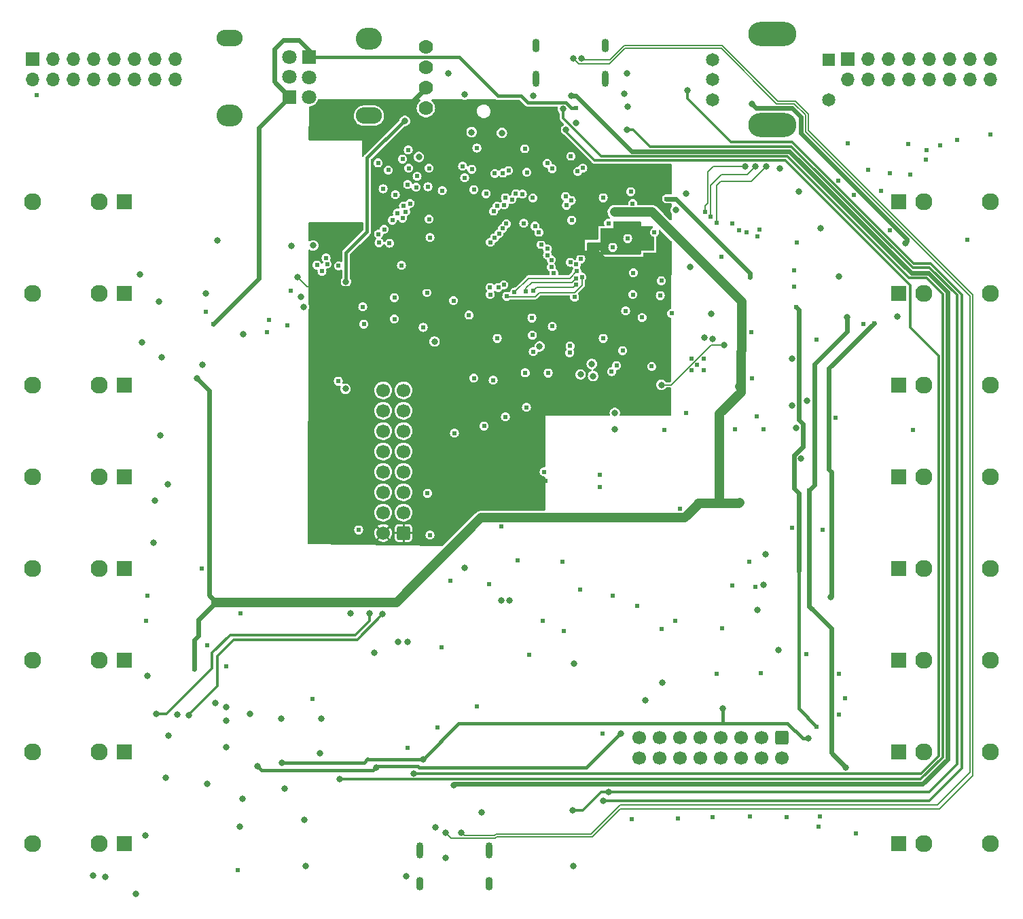
<source format=gbr>
%TF.GenerationSoftware,KiCad,Pcbnew,7.0.6*%
%TF.CreationDate,2024-06-29T14:20:43+02:00*%
%TF.ProjectId,plinkyblack_hwmidi_jacks,706c696e-6b79-4626-9c61-636b5f68776d,rev?*%
%TF.SameCoordinates,Original*%
%TF.FileFunction,Copper,L3,Inr*%
%TF.FilePolarity,Positive*%
%FSLAX46Y46*%
G04 Gerber Fmt 4.6, Leading zero omitted, Abs format (unit mm)*
G04 Created by KiCad (PCBNEW 7.0.6) date 2024-06-29 14:20:43*
%MOMM*%
%LPD*%
G01*
G04 APERTURE LIST*
G04 Aperture macros list*
%AMRoundRect*
0 Rectangle with rounded corners*
0 $1 Rounding radius*
0 $2 $3 $4 $5 $6 $7 $8 $9 X,Y pos of 4 corners*
0 Add a 4 corners polygon primitive as box body*
4,1,4,$2,$3,$4,$5,$6,$7,$8,$9,$2,$3,0*
0 Add four circle primitives for the rounded corners*
1,1,$1+$1,$2,$3*
1,1,$1+$1,$4,$5*
1,1,$1+$1,$6,$7*
1,1,$1+$1,$8,$9*
0 Add four rect primitives between the rounded corners*
20,1,$1+$1,$2,$3,$4,$5,0*
20,1,$1+$1,$4,$5,$6,$7,0*
20,1,$1+$1,$6,$7,$8,$9,0*
20,1,$1+$1,$8,$9,$2,$3,0*%
G04 Aperture macros list end*
%TA.AperFunction,ComponentPad*%
%ADD10R,1.830000X1.930000*%
%TD*%
%TA.AperFunction,ComponentPad*%
%ADD11C,2.130000*%
%TD*%
%TA.AperFunction,ComponentPad*%
%ADD12RoundRect,0.250000X-0.600000X0.600000X-0.600000X-0.600000X0.600000X-0.600000X0.600000X0.600000X0*%
%TD*%
%TA.AperFunction,ComponentPad*%
%ADD13C,1.700000*%
%TD*%
%TA.AperFunction,ComponentPad*%
%ADD14R,1.700000X1.700000*%
%TD*%
%TA.AperFunction,ComponentPad*%
%ADD15O,1.700000X1.700000*%
%TD*%
%TA.AperFunction,ComponentPad*%
%ADD16O,3.240000X2.720000*%
%TD*%
%TA.AperFunction,ComponentPad*%
%ADD17O,3.240001X2.032000*%
%TD*%
%TA.AperFunction,ComponentPad*%
%ADD18R,1.800000X1.800000*%
%TD*%
%TA.AperFunction,ComponentPad*%
%ADD19C,1.800000*%
%TD*%
%TA.AperFunction,ComponentPad*%
%ADD20RoundRect,0.250000X0.600000X0.600000X-0.600000X0.600000X-0.600000X-0.600000X0.600000X-0.600000X0*%
%TD*%
%TA.AperFunction,ComponentPad*%
%ADD21C,1.778000*%
%TD*%
%TA.AperFunction,ComponentPad*%
%ADD22R,1.650000X1.650000*%
%TD*%
%TA.AperFunction,ComponentPad*%
%ADD23C,1.650000*%
%TD*%
%TA.AperFunction,ComponentPad*%
%ADD24O,6.000000X3.000000*%
%TD*%
%TA.AperFunction,ComponentPad*%
%ADD25O,0.900000X2.000000*%
%TD*%
%TA.AperFunction,ComponentPad*%
%ADD26O,0.900000X1.700000*%
%TD*%
%TA.AperFunction,ViaPad*%
%ADD27C,0.609600*%
%TD*%
%TA.AperFunction,ViaPad*%
%ADD28C,0.800000*%
%TD*%
%TA.AperFunction,Conductor*%
%ADD29C,0.609600*%
%TD*%
%TA.AperFunction,Conductor*%
%ADD30C,1.219200*%
%TD*%
%TA.AperFunction,Conductor*%
%ADD31C,0.457200*%
%TD*%
%TA.AperFunction,Conductor*%
%ADD32C,0.304800*%
%TD*%
%TA.AperFunction,Conductor*%
%ADD33C,0.203200*%
%TD*%
%TA.AperFunction,Conductor*%
%ADD34C,0.152400*%
%TD*%
%TA.AperFunction,Conductor*%
%ADD35C,0.130000*%
%TD*%
G04 APERTURE END LIST*
D10*
%TO.N,HPFB*%
%TO.C,J4*%
X27940000Y-115570000D03*
D11*
%TO.N,Net-(J4-PadT)*%
X16540000Y-115570000D03*
%TO.N,HPFB*%
X24840000Y-115570000D03*
%TD*%
D10*
%TO.N,HPFB*%
%TO.C,J6*%
X124460000Y-46990000D03*
D11*
%TO.N,Net-(J6-PadT)*%
X135860000Y-46990000D03*
%TO.N,unconnected-(J6-PadTN)*%
X127560000Y-46990000D03*
%TD*%
D10*
%TO.N,HPFB*%
%TO.C,J7*%
X124460000Y-58420000D03*
D11*
%TO.N,Net-(J7-PadT)*%
X135860000Y-58420000D03*
%TO.N,Net-(J6-PadT)*%
X127560000Y-58420000D03*
%TD*%
D10*
%TO.N,HPFB*%
%TO.C,J8*%
X27940000Y-81280000D03*
D11*
%TO.N,Net-(J8-PadT)*%
X16540000Y-81280000D03*
%TO.N,HPFB*%
X24840000Y-81280000D03*
%TD*%
D10*
%TO.N,HPFB*%
%TO.C,J9*%
X27940000Y-92710000D03*
D11*
%TO.N,Net-(J9-PadT)*%
X16540000Y-92710000D03*
%TO.N,HPFB*%
X24840000Y-92710000D03*
%TD*%
D10*
%TO.N,HPFB*%
%TO.C,J15*%
X124460000Y-104140000D03*
D11*
%TO.N,Net-(J15-PadT)*%
X135860000Y-104140000D03*
%TO.N,unconnected-(J15-PadTN)*%
X127560000Y-104140000D03*
%TD*%
D10*
%TO.N,HPFB*%
%TO.C,J17*%
X124460000Y-92710000D03*
D11*
%TO.N,Net-(J17-PadT)*%
X135860000Y-92710000D03*
%TO.N,unconnected-(J17-PadTN)*%
X127560000Y-92710000D03*
%TD*%
D12*
%TO.N,Net-(D11-K)*%
%TO.C,JP1*%
X109918500Y-113792000D03*
D13*
X109918500Y-116332000D03*
%TO.N,HPFB*%
X107378500Y-113792000D03*
X107378500Y-116332000D03*
X104838500Y-113792000D03*
X104838500Y-116332000D03*
X102298500Y-113792000D03*
X102298500Y-116332000D03*
%TO.N,Net-(D10-A)*%
X99758500Y-113792000D03*
X99758500Y-116332000D03*
%TO.N,Net-(D9-A)*%
X97218500Y-113792000D03*
X97218500Y-116332000D03*
%TO.N,unconnected-(JP1-Pin_13-Pad13)*%
X94678500Y-113792000D03*
%TO.N,unconnected-(JP1-Pin_14-Pad14)*%
X94678500Y-116332000D03*
%TO.N,unconnected-(JP1-Pin_15-Pad15)*%
X92138500Y-113792000D03*
%TO.N,unconnected-(JP1-Pin_16-Pad16)*%
X92138500Y-116332000D03*
%TD*%
D14*
%TO.N,N1*%
%TO.C,J12*%
X118110000Y-29210000D03*
D15*
%TO.N,Net-(J12-Pin_2)*%
X118110000Y-31750000D03*
%TO.N,N2*%
X120650000Y-29210000D03*
%TO.N,Net-(J12-Pin_4)*%
X120650000Y-31750000D03*
%TO.N,N3*%
X123190000Y-29210000D03*
%TO.N,Net-(J12-Pin_6)*%
X123190000Y-31750000D03*
%TO.N,N4*%
X125730000Y-29210000D03*
%TO.N,Net-(J12-Pin_8)*%
X125730000Y-31750000D03*
%TO.N,N5*%
X128270000Y-29210000D03*
%TO.N,Net-(J12-Pin_10)*%
X128270000Y-31750000D03*
%TO.N,HPFB*%
X130810000Y-29210000D03*
%TO.N,Net-(J12-Pin_12)*%
X130810000Y-31750000D03*
%TO.N,TS2_*%
X133350000Y-29210000D03*
%TO.N,Net-(J12-Pin_14)*%
X133350000Y-31750000D03*
%TO.N,TS1_*%
X135890000Y-29210000D03*
%TO.N,Net-(J12-Pin_16)*%
X135890000Y-31750000D03*
%TD*%
D10*
%TO.N,HPFB*%
%TO.C,J3*%
X27940000Y-104140000D03*
D11*
%TO.N,Net-(J3-PadT)*%
X16540000Y-104140000D03*
%TO.N,HPFB*%
X24840000Y-104140000D03*
%TD*%
D10*
%TO.N,HPFB*%
%TO.C,J14*%
X124460000Y-127000000D03*
D11*
%TO.N,Net-(J14-PadT)*%
X135860000Y-127000000D03*
%TO.N,unconnected-(J14-PadTN)*%
X127560000Y-127000000D03*
%TD*%
D16*
%TO.N,*%
%TO.C,RV1*%
X41014000Y-36209000D03*
D17*
X41014000Y-26609000D03*
D18*
%TO.N,VREF*%
X48514000Y-33909000D03*
D19*
%TO.N,POT2*%
X48514000Y-31409000D03*
%TO.N,HPFB*%
X48514000Y-28909000D03*
%TD*%
D10*
%TO.N,HPFB*%
%TO.C,J10*%
X27940000Y-127000000D03*
D11*
%TO.N,Net-(J10-PadT)*%
X16540000Y-127000000D03*
%TO.N,Net-(J10-PadTN)*%
X24840000Y-127000000D03*
%TD*%
D10*
%TO.N,HPFB*%
%TO.C,J11*%
X27940000Y-46990000D03*
D11*
%TO.N,Net-(J11-PadT)*%
X16540000Y-46990000D03*
%TO.N,HPFB*%
X24840000Y-46990000D03*
%TD*%
D10*
%TO.N,HPFB*%
%TO.C,J22*%
X124460000Y-69850000D03*
D11*
%TO.N,Net-(J22-PadT)*%
X135860000Y-69850000D03*
%TO.N,unconnected-(J22-PadTN)*%
X127560000Y-69850000D03*
%TD*%
D10*
%TO.N,HPFB*%
%TO.C,J23*%
X124460000Y-81280000D03*
D11*
%TO.N,Net-(J23-PadT)*%
X135860000Y-81280000D03*
%TO.N,unconnected-(J23-PadTN)*%
X127560000Y-81280000D03*
%TD*%
D10*
%TO.N,HPFB*%
%TO.C,J16*%
X124460000Y-115570000D03*
D11*
%TO.N,Net-(J16-PadT)*%
X135860000Y-115570000D03*
%TO.N,unconnected-(J16-PadTN)*%
X127560000Y-115570000D03*
%TD*%
D14*
%TO.N,Net-(J13-Pin_1)*%
%TO.C,J13*%
X16510000Y-29210000D03*
D15*
%TO.N,Net-(J13-Pin_2)*%
X16510000Y-31750000D03*
%TO.N,Net-(J13-Pin_3)*%
X19050000Y-29210000D03*
%TO.N,Net-(J13-Pin_4)*%
X19050000Y-31750000D03*
%TO.N,Net-(J13-Pin_5)*%
X21590000Y-29210000D03*
%TO.N,Net-(J13-Pin_6)*%
X21590000Y-31750000D03*
%TO.N,Net-(J13-Pin_7)*%
X24130000Y-29210000D03*
%TO.N,Net-(J13-Pin_8)*%
X24130000Y-31750000D03*
%TO.N,Net-(J13-Pin_9)*%
X26670000Y-29210000D03*
%TO.N,Net-(J13-Pin_10)*%
X26670000Y-31750000D03*
%TO.N,Net-(J13-Pin_11)*%
X29210000Y-29210000D03*
%TO.N,Net-(J13-Pin_12)*%
X29210000Y-31750000D03*
%TO.N,Net-(J13-Pin_13)*%
X31750000Y-29210000D03*
%TO.N,Net-(J13-Pin_14)*%
X31750000Y-31750000D03*
%TO.N,Net-(J13-Pin_15)*%
X34290000Y-29210000D03*
%TO.N,Net-(J13-Pin_16)*%
X34290000Y-31750000D03*
%TD*%
D20*
%TO.N,+3V3*%
%TO.C,J25*%
X62738000Y-88265000D03*
D13*
X60198000Y-88265000D03*
%TO.N,DP*%
X62738000Y-85725000D03*
%TO.N,DM*%
X60198000Y-85725000D03*
%TO.N,+5V*%
X62738000Y-83185000D03*
%TO.N,HPFB*%
X60198000Y-83185000D03*
%TO.N,-12V*%
X62738000Y-80645000D03*
%TO.N,MOSI*%
X60198000Y-80645000D03*
%TO.N,SPICLK*%
X62738000Y-78105000D03*
%TO.N,MISO*%
X60198000Y-78105000D03*
%TO.N,+12V*%
X62738000Y-75565000D03*
%TO.N,HPFB*%
X60198000Y-75565000D03*
%TO.N,DEBUG*%
X62738000Y-73025000D03*
%TO.N,HPFB*%
X60198000Y-73025000D03*
%TO.N,TX*%
X62738000Y-70485000D03*
%TO.N,RX*%
X60198000Y-70485000D03*
%TD*%
D21*
%TO.N,SDA*%
%TO.C,J20*%
X65524000Y-27686000D03*
%TO.N,SCL*%
X65524000Y-30226000D03*
%TO.N,+3V3*%
X65524000Y-32766000D03*
%TO.N,HPFB*%
X65524000Y-35306000D03*
%TD*%
D16*
%TO.N,*%
%TO.C,RV2*%
X58427000Y-26656000D03*
D17*
X58427000Y-36256000D03*
D18*
%TO.N,VREF*%
X50927000Y-28956000D03*
D19*
%TO.N,POT1*%
X50927000Y-31456000D03*
%TO.N,HPFB*%
X50927000Y-33956000D03*
%TD*%
D10*
%TO.N,HPFB*%
%TO.C,J2*%
X27940000Y-58420000D03*
D11*
%TO.N,Net-(J2-PadT)*%
X16540000Y-58420000D03*
%TO.N,Net-(J2-PadTN)*%
X24840000Y-58420000D03*
%TD*%
D10*
%TO.N,HPFB*%
%TO.C,J1*%
X27940000Y-69850000D03*
D11*
%TO.N,Net-(J1-PadT)*%
X16540000Y-69850000D03*
%TO.N,Net-(J1-PadTN)*%
X24840000Y-69850000D03*
%TD*%
D22*
%TO.N,HPFB*%
%TO.C,MT1*%
X115712000Y-29250000D03*
D23*
%TO.N,IO1*%
X115712000Y-34250000D03*
%TO.N,IO2*%
X101212000Y-29250000D03*
%TO.N,IO3*%
X101212000Y-34250000D03*
%TO.N,HPFB*%
X101212000Y-31750000D03*
D24*
X108712000Y-26050000D03*
X108712000Y-37450000D03*
%TD*%
D25*
%TO.N,Net-(U19-SHIELD-PadS1)*%
%TO.C,U19*%
X87870928Y-31662273D03*
X79220928Y-31662273D03*
D26*
X87870928Y-27492273D03*
X79220928Y-27492273D03*
%TD*%
D25*
%TO.N,Net-(U20-SHIELD-PadS1)*%
%TO.C,U20*%
X64746311Y-127834022D03*
X73396311Y-127834022D03*
D26*
X64746311Y-132004022D03*
X73396311Y-132004022D03*
%TD*%
D27*
%TO.N,VDDA*%
X89027000Y-48260000D03*
X39370000Y-96901000D03*
X104648000Y-84455000D03*
D28*
X104764283Y-69600000D03*
D27*
X36658877Y-105249845D03*
D28*
X36957000Y-68961000D03*
D27*
X102116475Y-75042128D03*
X99441000Y-84582000D03*
D28*
%TO.N,AIN1*%
X50292000Y-60071000D03*
D27*
X80672758Y-53626103D03*
D28*
%TO.N,AIN2*%
X49974500Y-58864500D03*
D27*
X80674916Y-52859248D03*
%TO.N,AIN3*%
X52578000Y-55650806D03*
X79893536Y-52300438D03*
%TO.N,AIN4*%
X79597332Y-50776427D03*
X53206084Y-54736981D03*
D28*
%TO.N,+12V*%
X62900000Y-36900000D03*
X55558173Y-56928374D03*
X92900000Y-109100000D03*
D27*
X94934000Y-100266000D03*
D28*
X55500000Y-70300000D03*
X89800000Y-113300000D03*
X75000000Y-38400000D03*
X56134000Y-98262818D03*
X44507127Y-117361768D03*
D27*
X113665002Y-97790000D03*
D28*
X59319989Y-117462400D03*
D27*
X113284000Y-82931000D03*
D28*
X117983000Y-61341000D03*
X95000000Y-106900000D03*
X71219250Y-38300542D03*
X117881500Y-117500500D03*
%TO.N,-12V*%
X106200000Y-34800000D03*
X90259744Y-33485500D03*
X65151000Y-116459000D03*
X47579163Y-116890680D03*
D27*
X116078000Y-80645000D03*
D28*
X102500000Y-110100000D03*
X113200000Y-113900000D03*
X106800000Y-97900000D03*
D27*
X121412000Y-62103000D03*
D28*
X124300000Y-61299998D03*
X115965211Y-96287928D03*
X107600000Y-94700000D03*
X125300000Y-52100000D03*
D27*
%TO.N,SENSE*%
X78105000Y-43307000D03*
D28*
X39490600Y-51822398D03*
%TO.N,+5V*%
X58480830Y-98291642D03*
X31946808Y-110823626D03*
%TO.N,+3V3*%
X30585456Y-125940255D03*
X64643000Y-42926000D03*
D27*
X57658000Y-57531000D03*
D28*
X29366087Y-133256472D03*
D27*
X76327000Y-71374000D03*
X84962242Y-53340000D03*
X80432687Y-81787990D03*
X70485000Y-59182000D03*
X74498190Y-67182998D03*
X68199000Y-57327810D03*
D28*
X75057000Y-41275000D03*
X60144508Y-98376798D03*
X49530000Y-56388000D03*
X71247000Y-41275000D03*
D27*
X70866000Y-77216000D03*
X76200000Y-80772000D03*
X88100000Y-56099992D03*
X81280000Y-66294000D03*
D28*
X95664283Y-65500000D03*
D27*
X74930000Y-76327000D03*
X70739000Y-78613000D03*
X67945000Y-83185000D03*
X77470000Y-83439000D03*
X65074810Y-78522114D03*
X69193550Y-87426810D03*
X87630000Y-62484000D03*
X65278000Y-77250126D03*
D28*
X35953362Y-110983205D03*
X84460510Y-42103842D03*
D27*
%TO.N,NRST*%
X81153000Y-54229000D03*
X65176500Y-62636500D03*
D28*
%TO.N,TX*%
X25545728Y-131094953D03*
X40612920Y-114996549D03*
D27*
X60975089Y-52146190D03*
D28*
X39264160Y-109436498D03*
D27*
X62999857Y-48212182D03*
D28*
%TO.N,RX*%
X24062826Y-130994417D03*
X34546594Y-110922955D03*
X33120581Y-118791748D03*
D27*
X59690000Y-52070000D03*
X62611000Y-49022000D03*
%TO.N,JTCK*%
X61594999Y-61595000D03*
%TO.N,JTMS*%
X61594999Y-58928000D03*
D28*
%TO.N,Net-(D16-A)*%
X47940297Y-120098684D03*
X47489331Y-111396510D03*
D27*
%TO.N,POT2*%
X80659100Y-42190400D03*
%TO.N,POT1*%
X81268700Y-42846484D03*
D28*
%TO.N,Net-(D18-K)*%
X59124224Y-103217949D03*
X52319279Y-115758195D03*
D27*
X68580000Y-94234000D03*
D28*
X89064283Y-75300000D03*
D27*
%TO.N,SDA*%
X88675207Y-68141515D03*
X74382078Y-47523410D03*
%TO.N,SCL*%
X89281000Y-67386177D03*
X70348556Y-43992811D03*
X75296605Y-47377463D03*
X74108300Y-43442500D03*
D28*
%TO.N,MCLK*%
X86364283Y-68700000D03*
D27*
X92464283Y-61400000D03*
D28*
%TO.N,DACDAT*%
X84800000Y-68500000D03*
X86200000Y-67200000D03*
D27*
%TO.N,ADCDAT*%
X78850599Y-46493876D03*
X90043000Y-65532000D03*
D28*
%TO.N,LINEINR*%
X101264283Y-64100000D03*
D27*
X97964283Y-73300000D03*
%TO.N,LINEINL*%
X95250000Y-75438000D03*
D28*
X100264283Y-63900000D03*
D27*
%TO.N,N1*%
X76567927Y-58242231D03*
X84328000Y-55626000D03*
X116940411Y-44389715D03*
%TO.N,N2*%
X77978000Y-58166000D03*
X118870341Y-46088520D03*
X84215132Y-56529132D03*
%TO.N,N3*%
X122220581Y-45589770D03*
X78867000Y-58039000D03*
X84223002Y-57311525D03*
%TO.N,N4*%
X84958547Y-56361864D03*
X75598129Y-58760214D03*
X125930667Y-43621977D03*
%TO.N,P1*%
X77549498Y-46021502D03*
X118110000Y-39674810D03*
%TO.N,P2*%
X120650000Y-43027579D03*
X81153001Y-55118000D03*
X83525257Y-54511818D03*
X75239973Y-57327810D03*
%TO.N,P3*%
X74549000Y-57658004D03*
X123317000Y-43383190D03*
X81483200Y-55880000D03*
X84264498Y-54800502D03*
%TO.N,P4*%
X76238524Y-46685200D03*
X125603000Y-39751000D03*
%TO.N,P6*%
X83643960Y-46813960D03*
X129607322Y-39945322D03*
%TO.N,P7*%
X87630000Y-46482000D03*
X131702822Y-39246822D03*
%TO.N,P8*%
X85075861Y-42784861D03*
X135890000Y-38607996D03*
%TO.N,HPFB*%
X84432904Y-43193846D03*
X84836000Y-54102000D03*
X38246586Y-102284710D03*
X90424000Y-60579000D03*
D28*
X112268000Y-78994000D03*
D27*
X67564000Y-45593006D03*
X88816000Y-52662000D03*
X112903000Y-103378000D03*
X120015000Y-62230000D03*
X104013000Y-75311000D03*
X103680422Y-94773400D03*
X91371443Y-55839720D03*
X72771000Y-74930000D03*
X78054190Y-72602185D03*
X73025000Y-45974000D03*
D28*
X97917000Y-45974000D03*
X83859532Y-129797344D03*
X114681000Y-50292000D03*
D27*
X73406000Y-94615000D03*
D28*
X32385000Y-76073000D03*
D27*
X80075000Y-99186500D03*
X96139000Y-60900000D03*
X87503000Y-113284000D03*
X123309709Y-50521089D03*
X111760000Y-52070000D03*
X84052845Y-58851810D03*
D28*
X37700000Y-67300000D03*
D27*
X57785000Y-62230000D03*
X102362000Y-53848000D03*
X94005500Y-50774500D03*
X38100000Y-60706000D03*
D28*
X112014000Y-45720000D03*
D27*
X40597393Y-104901344D03*
X99310283Y-67310000D03*
X105791000Y-91821000D03*
D28*
X109601000Y-42799000D03*
D27*
X106045000Y-63246000D03*
X132969000Y-51689000D03*
D28*
X96647000Y-48006000D03*
D27*
X63246000Y-115062000D03*
D28*
X78908448Y-33731125D03*
D27*
X67437000Y-102489000D03*
D28*
X101092000Y-60960000D03*
X66600000Y-64400000D03*
D27*
X77851000Y-40385990D03*
X80772000Y-68326000D03*
X57150000Y-87884000D03*
X37610793Y-92698981D03*
X45974000Y-61722000D03*
X107253000Y-105727000D03*
X106172000Y-68966014D03*
X80264000Y-80645000D03*
D28*
X90664493Y-35084355D03*
D27*
X91313000Y-58547000D03*
X116967000Y-105791000D03*
X87164283Y-82500000D03*
X65913000Y-42799000D03*
X90678000Y-51562000D03*
X91300993Y-47193190D03*
D28*
X98425000Y-55118000D03*
D27*
X96585000Y-99250000D03*
X119126000Y-125730000D03*
X83693000Y-49276000D03*
X71501000Y-68961000D03*
X74422000Y-64008000D03*
X114173000Y-64135000D03*
X98664283Y-66500000D03*
X70104000Y-42545000D03*
X100164283Y-68000000D03*
X57658000Y-60071000D03*
D28*
X90622450Y-30981667D03*
D27*
X111379000Y-57531000D03*
X42094735Y-130283859D03*
X78800000Y-63600006D03*
X65913000Y-49149000D03*
X116586000Y-73914000D03*
X66040000Y-51435000D03*
X97155000Y-85217000D03*
X71882000Y-109855000D03*
X69088000Y-75819000D03*
X98664283Y-68000000D03*
D28*
X32258000Y-59436000D03*
D27*
X101792000Y-105854000D03*
X106548452Y-94991452D03*
D28*
X38100000Y-58420000D03*
X68296413Y-30956573D03*
D27*
X30640913Y-99174396D03*
D28*
X79700000Y-65000000D03*
D27*
X111125000Y-87630000D03*
X65659000Y-58293000D03*
X101219000Y-123698000D03*
X51381631Y-108933066D03*
D28*
X111633000Y-75184000D03*
D27*
X110490000Y-123698000D03*
X96901000Y-123825000D03*
X105918000Y-123571000D03*
D28*
X50570809Y-129810029D03*
D27*
X88838000Y-96075000D03*
X68961000Y-59309000D03*
X91186000Y-123952000D03*
X48260000Y-62357000D03*
X65709810Y-83312010D03*
X117729000Y-108839000D03*
X114617490Y-123565182D03*
X76962000Y-91694000D03*
X83600000Y-41309600D03*
X48641000Y-58039000D03*
X30816239Y-96041306D03*
X91870481Y-97360519D03*
X54610000Y-69342000D03*
X42390615Y-98293070D03*
D28*
X33469567Y-113557236D03*
D27*
X45750000Y-63249982D03*
D28*
X43554549Y-110805195D03*
D27*
X82550000Y-91821000D03*
X102427000Y-100139000D03*
D28*
X63088658Y-131076975D03*
X116967000Y-56261000D03*
X31735549Y-84215587D03*
D27*
X66040000Y-88519000D03*
D28*
X30099000Y-64516000D03*
D27*
X126238000Y-75438000D03*
X91059000Y-45720000D03*
D28*
X72446568Y-123087749D03*
D27*
X88265000Y-49657000D03*
X93664283Y-67500000D03*
X87630000Y-64008000D03*
X100164283Y-66500000D03*
X84774000Y-95313000D03*
D28*
X52490160Y-111407614D03*
D27*
X66929000Y-112522000D03*
X71882000Y-40284410D03*
X111379000Y-55499000D03*
X114935000Y-87884000D03*
X74930000Y-87426810D03*
X87164283Y-81000000D03*
%TO.N,HPL*%
X107564283Y-75300000D03*
D28*
X75946000Y-96647000D03*
%TO.N,HPR*%
X74930000Y-96647000D03*
D27*
X106764283Y-73700000D03*
D28*
%TO.N,Net-(D20-K)*%
X70364283Y-92600000D03*
X40662288Y-111682862D03*
X89064283Y-73300000D03*
X40629170Y-109982831D03*
D27*
%TO.N,AIN5*%
X79130883Y-50012636D03*
X53086000Y-53975000D03*
%TO.N,AIN6*%
X51943000Y-54863998D03*
X77724000Y-49657016D03*
%TO.N,AOUT3*%
X114427000Y-124841000D03*
X104585267Y-50510147D03*
D28*
%TO.N,AOUT4*%
X109474000Y-102870000D03*
D27*
X105511601Y-50800000D03*
%TO.N,AOUT1*%
X116966990Y-110871000D03*
X106844353Y-51270647D03*
%TO.N,AOUT2*%
X103745560Y-49670440D03*
D28*
X107880200Y-90932000D03*
D27*
%TO.N,DP*%
X73533000Y-58547000D03*
D28*
X63246000Y-101854000D03*
D27*
%TO.N,DM*%
X73516100Y-57658000D03*
D28*
X62089955Y-101867046D03*
D27*
%TO.N,T16*%
X75132555Y-43410979D03*
X63316521Y-40512991D03*
D28*
%TO.N,T8*%
X64643000Y-41395610D03*
D27*
X75550945Y-49727375D03*
%TO.N,T15*%
X59613795Y-51003205D03*
X59563012Y-42138590D03*
%TO.N,T7*%
X62728986Y-47499939D03*
X62611000Y-41656000D03*
%TO.N,T14*%
X61341000Y-49276000D03*
X60833004Y-43027590D03*
%TO.N,T6*%
X63372996Y-42799000D03*
X74082117Y-51471196D03*
%TO.N,T13*%
X75817070Y-43076164D03*
X71247000Y-42926000D03*
%TO.N,T5*%
X64420944Y-43783056D03*
X75073146Y-50320983D03*
%TO.N,T12*%
X60325000Y-50419000D03*
X60198000Y-45364410D03*
%TO.N,T4*%
X63554248Y-47193221D03*
X63249829Y-44827167D03*
%TO.N,T11*%
X61722000Y-46101000D03*
X61976000Y-48387000D03*
%TO.N,T3*%
X64301595Y-45172405D03*
X73554104Y-52020618D03*
%TO.N,T10*%
X71501000Y-45466000D03*
X76720375Y-45971169D03*
%TO.N,T2*%
X74627771Y-50939290D03*
X65786000Y-45113030D03*
D28*
%TO.N,Net-(D4-K)*%
X83948500Y-104584000D03*
D27*
X82742000Y-100456500D03*
D28*
%TO.N,AOUT5*%
X113061800Y-71755000D03*
D27*
X107061000Y-50419000D03*
%TO.N,AOUT6*%
X94869000Y-56816000D03*
D28*
X111125000Y-66548000D03*
X111125000Y-72390000D03*
D27*
X94742000Y-58674000D03*
%TO.N,MISO*%
X75438000Y-73787000D03*
%TO.N,SPICS*%
X83453600Y-65800000D03*
X73914000Y-69215000D03*
%TO.N,N5*%
X83042357Y-47415562D03*
X127853488Y-41699156D03*
%TO.N,P5*%
X82926901Y-46297950D03*
X127885945Y-40581544D03*
%TO.N,IO3*%
X100360816Y-48229184D03*
D28*
X105283000Y-42545000D03*
D27*
%TO.N,IO2*%
X100995816Y-48864184D03*
D28*
X106553000Y-42545000D03*
%TO.N,VREF1*%
X30798747Y-106038329D03*
X42750000Y-63500000D03*
X31578949Y-89480270D03*
X32568308Y-66359953D03*
X33338148Y-82227238D03*
D27*
%TO.N,VREF*%
X95504000Y-46609000D03*
X84261322Y-35324419D03*
X38989000Y-62230000D03*
X105918000Y-56388000D03*
%TO.N,JTDO*%
X70880132Y-61101132D03*
X78740000Y-61468000D03*
%TO.N,CLKIN*%
X73948633Y-48150137D03*
D28*
X51469450Y-52422588D03*
D27*
%TO.N,SPICS2*%
X83484641Y-64942632D03*
X77899998Y-68300000D03*
D28*
%TO.N,IO1*%
X107950000Y-42545000D03*
D27*
X101757816Y-49626184D03*
%TO.N,DEBUG*%
X54624139Y-54976861D03*
X62484000Y-54914800D03*
%TO.N,SENSE2*%
X75438000Y-46482000D03*
D28*
X48768000Y-52451000D03*
%TO.N,Net-(J1-PadTN)*%
X29845000Y-56007000D03*
%TO.N,VBUS*%
X67995919Y-128802312D03*
D27*
X78359004Y-103443028D03*
D28*
X66702518Y-124941712D03*
X69027926Y-119713520D03*
X83649608Y-33805615D03*
%TO.N,DP_C*%
X83932539Y-29151058D03*
X69945321Y-125615604D03*
%TO.N,DM_C*%
X84909261Y-29151058D03*
X68011734Y-125651083D03*
D27*
%TO.N,VREF_125_OUT*%
X111633000Y-60071000D03*
X114236500Y-112395000D03*
X112014000Y-92964000D03*
%TO.N,Net-(J13-Pin_1)*%
X17018000Y-33655000D03*
%TO.N,Net-(JP2-B)*%
X81279994Y-62500000D03*
X78897200Y-65663254D03*
D28*
%TO.N,/INPUT_L_SECONDARYIN*%
X82994310Y-38007564D03*
X64008000Y-118243401D03*
%TO.N,/INPUT_R_SECONDARYIN*%
X82600000Y-35400000D03*
X54779966Y-118948211D03*
%TO.N,+1V8*%
X102664283Y-64800000D03*
X94864283Y-69800000D03*
%TO.N,/TIP1_5*%
X50345786Y-124062431D03*
X42623659Y-121364743D03*
%TO.N,/RING1_4*%
X38238254Y-119548706D03*
X42335470Y-124858651D03*
%TO.N,T_AUDIOL*%
X88334810Y-120523000D03*
X90597090Y-37964011D03*
X83774982Y-122818150D03*
%TO.N,T_AUDIOR*%
X98092969Y-33064960D03*
X87630000Y-121666000D03*
%TO.N,Net-(J31-TIP)*%
X84227620Y-37143820D03*
X70376497Y-33627621D03*
%TD*%
D29*
%TO.N,VDDA*%
X38500000Y-96031000D02*
X38500000Y-70504000D01*
D30*
X102108000Y-84582000D02*
X104521000Y-84582000D01*
D29*
X37188683Y-99082317D02*
X39370000Y-96901000D01*
D30*
X72390000Y-86360000D02*
X97790000Y-86360000D01*
X99441000Y-84709000D02*
X99441000Y-84582000D01*
X104521000Y-84582000D02*
X104648000Y-84455000D01*
X99441000Y-84582000D02*
X102108000Y-84582000D01*
X104775000Y-69889283D02*
X104775000Y-65659004D01*
X104775000Y-70739000D02*
X104775000Y-70110717D01*
X104775000Y-70110717D02*
X104664283Y-70000000D01*
D29*
X36658877Y-101568969D02*
X37188683Y-101039163D01*
D30*
X104664283Y-70000000D02*
X104775000Y-69889283D01*
X93726000Y-48260000D02*
X104902004Y-59436004D01*
X102108000Y-75050603D02*
X102108000Y-84582000D01*
D29*
X38500000Y-70504000D02*
X36957000Y-68961000D01*
X37188683Y-101039163D02*
X37188683Y-99082317D01*
D30*
X39370000Y-96901000D02*
X61849000Y-96901000D01*
X102116475Y-75042128D02*
X102108000Y-75050603D01*
X102116475Y-73397525D02*
X104775000Y-70739000D01*
X102116475Y-75042128D02*
X102116475Y-73397525D01*
X104902004Y-59436004D02*
X104902004Y-65532000D01*
D29*
X36658877Y-105249845D02*
X36658877Y-101568969D01*
D30*
X89027000Y-48260000D02*
X93726000Y-48260000D01*
X104775000Y-65659004D02*
X104902004Y-65532000D01*
X61849000Y-96901000D02*
X72390000Y-86360000D01*
D29*
X39370000Y-96901000D02*
X38500000Y-96031000D01*
D30*
X97790000Y-86360000D02*
X99441000Y-84709000D01*
D31*
%TO.N,+12V*%
X62800000Y-36900000D02*
X62900000Y-36900000D01*
X55558173Y-53341827D02*
X58200000Y-50700000D01*
X58200000Y-50700000D02*
X58200000Y-41500000D01*
X59472850Y-117309539D02*
X64508235Y-117309539D01*
X58926391Y-117855998D02*
X59319989Y-117462400D01*
X44507127Y-117361768D02*
X45001357Y-117855998D01*
D29*
X113919000Y-67183000D02*
X117983000Y-63119000D01*
D31*
X59319989Y-117462400D02*
X59472850Y-117309539D01*
D29*
X113665002Y-97790000D02*
X116059009Y-100184007D01*
X117983000Y-63119000D02*
X117983000Y-61341000D01*
X113919000Y-82296000D02*
X113919000Y-67183000D01*
D31*
X58200000Y-41500000D02*
X62800000Y-36900000D01*
X85500936Y-117499064D02*
X89700000Y-113300000D01*
D29*
X113284000Y-82931000D02*
X113284000Y-97408998D01*
X113284000Y-97408998D02*
X113665002Y-97790000D01*
D31*
X89700000Y-113300000D02*
X89800000Y-113300000D01*
D29*
X116059009Y-100184007D02*
X116059009Y-115678009D01*
D31*
X64508235Y-117309539D02*
X64697760Y-117499064D01*
D29*
X113284000Y-82931000D02*
X113919000Y-82296000D01*
D31*
X45001357Y-117855998D02*
X58926391Y-117855998D01*
X55558173Y-56928374D02*
X55558173Y-53341827D01*
D29*
X116059009Y-115678009D02*
X117881500Y-117500500D01*
D31*
X64697760Y-117499064D02*
X85500936Y-117499064D01*
D29*
%TO.N,-12V*%
X125300000Y-52100000D02*
X125500000Y-51900000D01*
D31*
X47579163Y-116890680D02*
X57793111Y-116890680D01*
D29*
X115773201Y-80340201D02*
X115773201Y-67741799D01*
D31*
X57793111Y-116890680D02*
X58240630Y-116443161D01*
D29*
X112300000Y-36400000D02*
X111200000Y-35300000D01*
D31*
X69596000Y-112014000D02*
X100586000Y-112014000D01*
D29*
X115965211Y-96287928D02*
X116078000Y-96175139D01*
X125500000Y-51900000D02*
X125500000Y-51651284D01*
D31*
X102500000Y-112014000D02*
X102500000Y-110100000D01*
D29*
X111200000Y-35300000D02*
X106700000Y-35300000D01*
X112300000Y-38458084D02*
X112300000Y-36400000D01*
X115773201Y-67741799D02*
X121412000Y-62103000D01*
D31*
X100586000Y-112014000D02*
X102500000Y-112014000D01*
D29*
X120069832Y-46221116D02*
X120063032Y-46221116D01*
D31*
X58240630Y-116443161D02*
X58256469Y-116459000D01*
D29*
X116078000Y-96175139D02*
X116078000Y-80645000D01*
X116078000Y-80645000D02*
X115773201Y-80340201D01*
X120063032Y-46221116D02*
X112300000Y-38458084D01*
D31*
X100586000Y-112014000D02*
X110604900Y-112014000D01*
D29*
X125500000Y-51651284D02*
X120069832Y-46221116D01*
X106700000Y-35300000D02*
X106200000Y-34800000D01*
D31*
X112490900Y-113900000D02*
X113200000Y-113900000D01*
X58256469Y-116459000D02*
X65151000Y-116459000D01*
X69596000Y-112014000D02*
X65151000Y-116459000D01*
X110604900Y-112014000D02*
X112490900Y-113900000D01*
D32*
%TO.N,+5V*%
X41143203Y-100970159D02*
X38881832Y-103231530D01*
X58480830Y-98291642D02*
X58480830Y-99208824D01*
X33220766Y-110823626D02*
X31946808Y-110823626D01*
X58480830Y-99208824D02*
X56719495Y-100970159D01*
X38881832Y-103231530D02*
X38881832Y-105162560D01*
X38881832Y-105162560D02*
X33220766Y-110823626D01*
X56719495Y-100970159D02*
X41143203Y-100970159D01*
D29*
%TO.N,+3V3*%
X84962242Y-53340000D02*
X84531190Y-53340000D01*
X75184001Y-41147999D02*
X81097499Y-41147999D01*
X72136000Y-53340000D02*
X68199000Y-57277000D01*
X72136000Y-53340000D02*
X72136000Y-58166000D01*
X82974750Y-42125250D02*
X82996158Y-42103842D01*
X88100000Y-55700000D02*
X88100000Y-56099992D01*
X63881000Y-34409000D02*
X65524000Y-32766000D01*
X67995810Y-57531000D02*
X68199000Y-57327810D01*
X57658000Y-57531000D02*
X67995810Y-57531000D01*
X71247000Y-41275000D02*
X75057000Y-41275000D01*
X95664283Y-64500000D02*
X95664283Y-65500000D01*
X84962242Y-53340000D02*
X86915844Y-53340000D01*
D32*
X41577716Y-101579802D02*
X56941504Y-101579802D01*
D29*
X68199000Y-57277000D02*
X68199000Y-57327810D01*
D32*
X39531775Y-107342572D02*
X39531775Y-103625743D01*
D33*
X57587384Y-57601616D02*
X57658000Y-57531000D01*
D29*
X71247000Y-41275000D02*
X68199000Y-41275000D01*
X82245201Y-50622201D02*
X81915000Y-50292000D01*
X72136000Y-58166000D02*
X72339201Y-58369201D01*
X72339201Y-58369201D02*
X72644000Y-58674000D01*
X78335437Y-51538437D02*
X76533874Y-53340000D01*
X81915000Y-50292000D02*
X81915000Y-43277815D01*
D33*
X49530000Y-56388000D02*
X50743616Y-57601616D01*
D29*
X88687922Y-55112078D02*
X89379654Y-55803810D01*
X72644000Y-58674000D02*
X72644000Y-63754004D01*
D33*
X50743616Y-57601616D02*
X57587384Y-57601616D01*
D29*
X75310996Y-66421000D02*
X81153000Y-66421000D01*
X70866000Y-74803000D02*
X70866000Y-70815188D01*
X90016230Y-55803810D02*
X89379654Y-55803810D01*
X81915000Y-43277815D02*
X82074750Y-43118065D01*
X81153000Y-66421000D02*
X81280000Y-66294000D01*
X82074750Y-42125250D02*
X82974750Y-42125250D01*
X75057000Y-41275000D02*
X75184001Y-41147999D01*
X82996158Y-42103842D02*
X84460510Y-42103842D01*
X81097499Y-41147999D02*
X82074750Y-42125250D01*
X82245201Y-51054011D02*
X84226391Y-53035201D01*
X70866000Y-70815188D02*
X74498190Y-67182998D01*
X94880455Y-60668035D02*
X90016230Y-55803810D01*
D32*
X35953362Y-110983205D02*
X35953362Y-110920985D01*
D29*
X75310996Y-66421000D02*
X74548998Y-67182998D01*
D32*
X35953362Y-110920985D02*
X39531775Y-107342572D01*
D29*
X94880455Y-60668035D02*
X94880455Y-63716172D01*
X81328965Y-51538437D02*
X78335437Y-51538437D01*
X72644000Y-63754004D02*
X75006197Y-66116201D01*
X68199000Y-41275000D02*
X63881000Y-36957000D01*
X70866000Y-77216000D02*
X70866000Y-74803000D01*
D32*
X56941504Y-101579802D02*
X60144508Y-98376798D01*
D29*
X74548998Y-67182998D02*
X74498190Y-67182998D01*
X76533874Y-53340000D02*
X72136000Y-53340000D01*
X82074750Y-43118065D02*
X82074750Y-42125250D01*
X88687922Y-55112078D02*
X88100000Y-55700000D01*
X63881000Y-36957000D02*
X63881000Y-34409000D01*
X82245201Y-50622201D02*
X81328965Y-51538437D01*
X82245201Y-50622201D02*
X82245201Y-51054011D01*
X94880455Y-63716172D02*
X95664283Y-64500000D01*
D32*
X39531775Y-103625743D02*
X41577716Y-101579802D01*
D29*
X84226391Y-53035201D02*
X84531190Y-53340000D01*
X75006197Y-66116201D02*
X75310996Y-66421000D01*
X86915844Y-53340000D02*
X88687922Y-55112078D01*
D33*
%TO.N,N1*%
X83439000Y-56515000D02*
X78295158Y-56515000D01*
X78295158Y-56515000D02*
X76567927Y-58242231D01*
X84328000Y-55626000D02*
X83439000Y-56515000D01*
%TO.N,N2*%
X77978000Y-57734948D02*
X77978000Y-58166000D01*
X84215132Y-56529132D02*
X83721264Y-57023000D01*
X78689948Y-57023000D02*
X77978000Y-57734948D01*
X83721264Y-57023000D02*
X78689948Y-57023000D01*
%TO.N,N3*%
X79289676Y-57616324D02*
X78867000Y-58039000D01*
X84223002Y-57311525D02*
X83918203Y-57616324D01*
X83918203Y-57616324D02*
X79289676Y-57616324D01*
%TO.N,N4*%
X84958547Y-56361864D02*
X84958547Y-57403006D01*
X79120968Y-58801032D02*
X75692032Y-58801032D01*
X75692032Y-58801032D02*
X75615801Y-58724801D01*
X79629000Y-58293000D02*
X79120968Y-58801032D01*
X84958547Y-57403006D02*
X84068553Y-58293000D01*
X84068553Y-58293000D02*
X79629000Y-58293000D01*
%TO.N,IO3*%
X100640206Y-43250794D02*
X101346000Y-42545000D01*
X101346000Y-42545000D02*
X105283000Y-42545000D01*
X100360816Y-48229184D02*
X100360816Y-47467184D01*
X100360816Y-47467184D02*
X100640206Y-47187794D01*
X100640206Y-47187794D02*
X100640206Y-43250794D01*
%TO.N,IO2*%
X102362000Y-43561000D02*
X105537000Y-43561000D01*
X100995816Y-44927184D02*
X102362000Y-43561000D01*
X100995816Y-48864184D02*
X100995816Y-44927184D01*
X105537000Y-43561000D02*
X106553000Y-42545000D01*
D29*
%TO.N,VREF*%
X47752000Y-26797000D02*
X46609000Y-27940000D01*
D31*
X50927000Y-28956000D02*
X69676856Y-28956000D01*
D29*
X96647000Y-46609000D02*
X95504000Y-46609000D01*
X46609000Y-32004000D02*
X48514000Y-33909000D01*
D31*
X78186944Y-34627031D02*
X82980331Y-34627031D01*
D29*
X48514000Y-33909000D02*
X44704000Y-37719000D01*
X50927000Y-28067000D02*
X49657000Y-26797000D01*
X44704000Y-56515000D02*
X38989000Y-62230000D01*
D31*
X77355482Y-33795569D02*
X78186944Y-34627031D01*
X83677719Y-35324419D02*
X84261322Y-35324419D01*
D29*
X49657000Y-26797000D02*
X47752000Y-26797000D01*
D31*
X82980331Y-34627031D02*
X83677719Y-35324419D01*
D29*
X44704000Y-37719000D02*
X44704000Y-56515000D01*
X105918000Y-55880000D02*
X96647000Y-46609000D01*
X46609000Y-27940000D02*
X46609000Y-32004000D01*
D31*
X74516425Y-33795569D02*
X77355482Y-33795569D01*
X69676856Y-28956000D02*
X74516425Y-33795569D01*
D29*
X50927000Y-28956000D02*
X50927000Y-28067000D01*
X105918000Y-56388000D02*
X105918000Y-55880000D01*
D33*
%TO.N,IO1*%
X101757816Y-49626184D02*
X101757816Y-48356184D01*
D34*
X101757816Y-44927184D02*
X102235000Y-44450000D01*
X102235000Y-44450000D02*
X106045000Y-44450000D01*
X106045000Y-44450000D02*
X107950000Y-42545000D01*
X101757816Y-48356184D02*
X101757816Y-44927184D01*
D29*
%TO.N,VBUS*%
X91136576Y-40716191D02*
X84226000Y-33805615D01*
X126026390Y-55900000D02*
X110842581Y-40716191D01*
X84226000Y-33805615D02*
X83649608Y-33805615D01*
X69027926Y-119713520D02*
X69183624Y-119557822D01*
X130518200Y-58273632D02*
X128144568Y-55900000D01*
X130518200Y-116481513D02*
X130518200Y-58273632D01*
X127441891Y-119557822D02*
X130518200Y-116481513D01*
X69183624Y-119557822D02*
X127441891Y-119557822D01*
X110842581Y-40716191D02*
X91136576Y-40716191D01*
X128144568Y-55900000D02*
X126026390Y-55900000D01*
D33*
%TO.N,DP_C*%
X133350000Y-118110000D02*
X133350000Y-58728558D01*
X111426326Y-34753600D02*
X109253600Y-34753600D01*
X86092035Y-125821797D02*
X89739832Y-122174000D01*
X88415913Y-29792658D02*
X84574139Y-29792658D01*
X112846400Y-38231758D02*
X112846400Y-36173674D01*
X74049431Y-125992814D02*
X74220448Y-125821797D01*
X69945321Y-125615604D02*
X70322531Y-125992814D01*
X120289358Y-45674716D02*
X112846400Y-38231758D01*
X133350000Y-58728558D02*
X120296158Y-45674716D01*
X74220448Y-125821797D02*
X86092035Y-125821797D01*
X109253600Y-34753600D02*
X102338739Y-27838739D01*
X120296158Y-45674716D02*
X120289358Y-45674716D01*
X70322531Y-125992814D02*
X74049431Y-125992814D01*
X90369832Y-27838739D02*
X88415913Y-29792658D01*
X84574139Y-29792658D02*
X83932539Y-29151058D01*
X89739832Y-122174000D02*
X129286000Y-122174000D01*
X112846400Y-36173674D02*
X111426326Y-34753600D01*
X129286000Y-122174000D02*
X133350000Y-118110000D01*
X102338739Y-27838739D02*
X90369832Y-27838739D01*
%TO.N,DM_C*%
X85034193Y-29275990D02*
X88447223Y-29275990D01*
X102480897Y-27495539D02*
X109395758Y-34410400D01*
X133705611Y-58598811D02*
X133705611Y-118516389D01*
X113189600Y-38082800D02*
X133705611Y-58598811D01*
X90227674Y-27495539D02*
X102480897Y-27495539D01*
X74191589Y-126336014D02*
X68696665Y-126336014D01*
X129540000Y-122682000D02*
X89717190Y-122682000D01*
X89717190Y-122682000D02*
X86234193Y-126164997D01*
X88447223Y-29275990D02*
X90227674Y-27495539D01*
X109395758Y-34410400D02*
X111568484Y-34410400D01*
X133705611Y-118516389D02*
X129540000Y-122682000D01*
X74362606Y-126164997D02*
X74191589Y-126336014D01*
X113189600Y-36031516D02*
X113189600Y-38082800D01*
X86234193Y-126164997D02*
X74362606Y-126164997D01*
X68696665Y-126336014D02*
X68011734Y-125651083D01*
X84909261Y-29151058D02*
X85034193Y-29275990D01*
X111568484Y-34410400D02*
X113189600Y-36031516D01*
D31*
%TO.N,VREF_125_OUT*%
X112014000Y-110172500D02*
X114236500Y-112395000D01*
D29*
X112490201Y-77503141D02*
X111410799Y-78582543D01*
X112014000Y-74168000D02*
X112490201Y-74644201D01*
X111410799Y-82708799D02*
X112014000Y-83312000D01*
X111410799Y-78582543D02*
X111410799Y-82708799D01*
X112490201Y-74644201D02*
X112490201Y-77503141D01*
X112014000Y-60452000D02*
X111633000Y-60071000D01*
X112014000Y-60452000D02*
X112014000Y-74168000D01*
X112014000Y-92964000D02*
X112014000Y-83312000D01*
D31*
X112014000Y-92964000D02*
X112014000Y-110172500D01*
D32*
%TO.N,/INPUT_L_SECONDARYIN*%
X129413000Y-116078000D02*
X127247599Y-118243401D01*
X82994310Y-38294310D02*
X86540199Y-41840199D01*
X110344999Y-41840199D02*
X125873000Y-57368200D01*
X82994310Y-38018312D02*
X82994310Y-38294310D01*
X127247599Y-118243401D02*
X64008000Y-118243401D01*
X86540199Y-41840199D02*
X110344999Y-41840199D01*
X125873000Y-57368200D02*
X125873000Y-62627000D01*
X129413000Y-66167000D02*
X129413000Y-116078000D01*
X125873000Y-62627000D02*
X129413000Y-66167000D01*
%TO.N,/INPUT_R_SECONDARYIN*%
X127900000Y-56500000D02*
X125715000Y-56500000D01*
X82600000Y-36546481D02*
X82600000Y-35400000D01*
X87379320Y-41325801D02*
X82600000Y-36546481D01*
X127189382Y-118948211D02*
X129921000Y-116216593D01*
X54779966Y-118948211D02*
X127189382Y-118948211D01*
X110540801Y-41325801D02*
X87379320Y-41325801D01*
X125715000Y-56500000D02*
X110540801Y-41325801D01*
X129921000Y-58521000D02*
X127900000Y-56500000D01*
X129921000Y-116216593D02*
X129921000Y-58521000D01*
D35*
%TO.N,+1V8*%
X96085250Y-69800000D02*
X94864283Y-69800000D01*
X101085250Y-64800000D02*
X96085250Y-69800000D01*
X102664283Y-64800000D02*
X101085250Y-64800000D01*
D32*
%TO.N,T_AUDIOL*%
X83774982Y-122818150D02*
X85053742Y-122818150D01*
X87348892Y-120523000D02*
X88334810Y-120523000D01*
X131699000Y-117094000D02*
X128270000Y-120523000D01*
X85053742Y-122818150D02*
X87348892Y-120523000D01*
X131699000Y-58609864D02*
X131699000Y-117094000D01*
X128270000Y-120523000D02*
X88334810Y-120523000D01*
X111108473Y-40106580D02*
X126201893Y-55200000D01*
X90597090Y-37964011D02*
X91318011Y-37964011D01*
X126201893Y-55200000D02*
X128289136Y-55200000D01*
X128289136Y-55200000D02*
X131699000Y-58609864D01*
X93460580Y-40106580D02*
X111108473Y-40106580D01*
X91318011Y-37964011D02*
X93460580Y-40106580D01*
%TO.N,T_AUDIOR*%
X128418178Y-54700000D02*
X132334000Y-58615822D01*
X111145486Y-39497000D02*
X126348486Y-54700000D01*
X128270000Y-121666000D02*
X87630000Y-121666000D01*
X132334000Y-58615822D02*
X132334000Y-117602000D01*
X98092969Y-34084969D02*
X103505000Y-39497000D01*
X98092969Y-33064960D02*
X98092969Y-34084969D01*
X103505000Y-39497000D02*
X111145486Y-39497000D01*
X132334000Y-117602000D02*
X128270000Y-121666000D01*
X126348486Y-54700000D02*
X128418178Y-54700000D01*
%TD*%
%TA.AperFunction,Conductor*%
%TO.N,+3V3*%
G36*
X64724214Y-34201701D02*
G01*
X64791192Y-34221573D01*
X64836798Y-34274505D01*
X64846548Y-34343691D01*
X64817345Y-34407165D01*
X64807399Y-34417337D01*
X64678290Y-34535035D01*
X64551027Y-34703560D01*
X64551023Y-34703567D01*
X64456896Y-34892598D01*
X64399103Y-35095719D01*
X64379618Y-35305999D01*
X64379618Y-35306000D01*
X64399103Y-35516280D01*
X64456896Y-35719401D01*
X64551023Y-35908432D01*
X64551027Y-35908439D01*
X64678292Y-36076967D01*
X64834355Y-36219236D01*
X64834357Y-36219238D01*
X65013901Y-36330407D01*
X65013907Y-36330410D01*
X65055623Y-36346570D01*
X65210825Y-36406696D01*
X65418410Y-36445500D01*
X65418412Y-36445500D01*
X65629588Y-36445500D01*
X65629590Y-36445500D01*
X65837175Y-36406696D01*
X66034095Y-36330409D01*
X66213644Y-36219237D01*
X66369709Y-36076965D01*
X66496973Y-35908439D01*
X66566776Y-35768255D01*
X66591103Y-35719401D01*
X66600201Y-35687426D01*
X66610354Y-35651741D01*
X71858046Y-35651741D01*
X71868061Y-35836462D01*
X71868061Y-35836467D01*
X71917550Y-36014712D01*
X71917553Y-36014718D01*
X72004204Y-36178158D01*
X72066846Y-36251906D01*
X72123969Y-36319156D01*
X72271242Y-36431110D01*
X72439139Y-36508788D01*
X72439140Y-36508788D01*
X72439142Y-36508789D01*
X72493954Y-36520853D01*
X72619809Y-36548556D01*
X72619812Y-36548556D01*
X72758413Y-36548556D01*
X72758419Y-36548556D01*
X72896216Y-36533570D01*
X73071527Y-36474500D01*
X73230042Y-36379126D01*
X73364347Y-36251905D01*
X73468164Y-36098786D01*
X73473537Y-36085302D01*
X73536636Y-35926933D01*
X73536635Y-35926933D01*
X73536637Y-35926931D01*
X73566566Y-35744373D01*
X73556551Y-35559649D01*
X73555391Y-35555471D01*
X73507061Y-35381399D01*
X73507058Y-35381393D01*
X73420407Y-35217953D01*
X73300643Y-35076956D01*
X73267618Y-35051851D01*
X73153370Y-34965002D01*
X72985473Y-34887324D01*
X72985469Y-34887322D01*
X72804803Y-34847556D01*
X72666193Y-34847556D01*
X72666189Y-34847556D01*
X72528394Y-34862542D01*
X72353082Y-34921613D01*
X72353080Y-34921614D01*
X72194568Y-35016987D01*
X72194567Y-35016988D01*
X72060265Y-35144205D01*
X71956444Y-35297332D01*
X71887975Y-35469178D01*
X71858046Y-35651741D01*
X66610354Y-35651741D01*
X66648897Y-35516280D01*
X66668382Y-35306000D01*
X66667675Y-35298375D01*
X66662375Y-35241173D01*
X66648897Y-35095720D01*
X66591104Y-34892602D01*
X66591103Y-34892598D01*
X66496976Y-34703567D01*
X66496972Y-34703560D01*
X66456394Y-34649826D01*
X66369709Y-34535035D01*
X66369707Y-34535032D01*
X66245541Y-34421841D01*
X66209259Y-34362130D01*
X66211020Y-34292283D01*
X66250263Y-34234475D01*
X66314530Y-34207060D01*
X66329417Y-34206204D01*
X70068910Y-34216693D01*
X70126186Y-34230898D01*
X70144132Y-34240317D01*
X70144131Y-34240317D01*
X70297511Y-34278121D01*
X70297512Y-34278121D01*
X70455482Y-34278121D01*
X70608862Y-34240317D01*
X70623531Y-34232617D01*
X70681506Y-34218412D01*
X74284234Y-34228518D01*
X74327196Y-34236329D01*
X74330907Y-34237713D01*
X74334949Y-34239388D01*
X74380059Y-34259990D01*
X74384059Y-34260565D01*
X74409754Y-34267122D01*
X74413538Y-34268534D01*
X74413539Y-34268534D01*
X74413543Y-34268535D01*
X74462958Y-34272068D01*
X74467366Y-34272542D01*
X74482156Y-34274669D01*
X74497105Y-34274669D01*
X74501527Y-34274826D01*
X74550955Y-34278362D01*
X74554904Y-34277502D01*
X74581261Y-34274669D01*
X77105670Y-34274669D01*
X77172709Y-34294354D01*
X77193351Y-34310988D01*
X77802319Y-34919956D01*
X77818951Y-34940594D01*
X77821138Y-34943998D01*
X77821140Y-34944000D01*
X77858597Y-34976457D01*
X77861824Y-34979461D01*
X77872401Y-34990038D01*
X77884368Y-34998996D01*
X77887810Y-35001770D01*
X77898064Y-35010655D01*
X77925257Y-35034219D01*
X77928931Y-35035897D01*
X77951731Y-35049424D01*
X77954974Y-35051852D01*
X78001434Y-35069180D01*
X78005490Y-35070860D01*
X78018837Y-35076956D01*
X78050575Y-35091451D01*
X78050576Y-35091451D01*
X78050578Y-35091452D01*
X78054580Y-35092027D01*
X78080273Y-35098584D01*
X78084057Y-35099996D01*
X78133487Y-35103531D01*
X78137866Y-35104001D01*
X78152675Y-35106131D01*
X78167614Y-35106131D01*
X78172036Y-35106288D01*
X78221474Y-35109825D01*
X78224280Y-35109214D01*
X78225428Y-35108965D01*
X78251785Y-35106131D01*
X81840437Y-35106131D01*
X81907476Y-35125816D01*
X81953231Y-35178620D01*
X81963532Y-35245077D01*
X81957061Y-35298380D01*
X81944722Y-35400000D01*
X81963762Y-35556818D01*
X82001718Y-35656898D01*
X82019780Y-35704523D01*
X82030050Y-35719401D01*
X82109515Y-35834528D01*
X82109516Y-35834529D01*
X82109517Y-35834530D01*
X82155327Y-35875113D01*
X82192453Y-35934300D01*
X82197100Y-35967928D01*
X82197100Y-36610291D01*
X82197101Y-36610298D01*
X82204006Y-36631551D01*
X82208546Y-36650463D01*
X82212043Y-36672536D01*
X82212044Y-36672539D01*
X82212045Y-36672540D01*
X82222190Y-36692453D01*
X82229633Y-36710423D01*
X82236536Y-36731668D01*
X82236538Y-36731671D01*
X82236539Y-36731674D01*
X82244899Y-36743181D01*
X82249674Y-36749753D01*
X82259835Y-36766336D01*
X82269984Y-36786252D01*
X82360229Y-36876497D01*
X82360230Y-36876497D01*
X82367297Y-36883564D01*
X82367296Y-36883564D01*
X82367300Y-36883567D01*
X82719286Y-37235553D01*
X82752771Y-37296876D01*
X82747787Y-37366568D01*
X82705915Y-37422501D01*
X82689233Y-37433029D01*
X82622073Y-37468278D01*
X82622069Y-37468281D01*
X82622070Y-37468281D01*
X82517286Y-37561111D01*
X82503826Y-37573035D01*
X82414091Y-37703039D01*
X82414090Y-37703040D01*
X82358072Y-37850745D01*
X82339032Y-38007563D01*
X82339032Y-38007564D01*
X82358072Y-38164382D01*
X82412071Y-38306763D01*
X82414090Y-38312087D01*
X82503827Y-38442094D01*
X82622070Y-38546847D01*
X82721096Y-38598820D01*
X82751145Y-38620932D01*
X82761604Y-38631391D01*
X82761609Y-38631395D01*
X86210182Y-42079969D01*
X86210183Y-42079970D01*
X86300428Y-42170215D01*
X86320338Y-42180359D01*
X86336927Y-42190525D01*
X86355006Y-42203660D01*
X86376264Y-42210567D01*
X86394222Y-42218005D01*
X86414144Y-42228156D01*
X86436216Y-42231651D01*
X86455129Y-42236192D01*
X86476386Y-42243099D01*
X86476387Y-42243099D01*
X96052445Y-42243099D01*
X96119484Y-42262784D01*
X96165239Y-42315588D01*
X96176443Y-42367496D01*
X96164951Y-45930102D01*
X96145052Y-45997076D01*
X96092100Y-46042660D01*
X96040953Y-46053700D01*
X95544465Y-46053700D01*
X95536365Y-46053169D01*
X95522502Y-46051344D01*
X95504001Y-46048908D01*
X95504000Y-46048908D01*
X95498940Y-46049574D01*
X95471250Y-46053219D01*
X95467406Y-46053603D01*
X95466032Y-46053697D01*
X95429955Y-46058656D01*
X95358477Y-46068066D01*
X95353380Y-46069095D01*
X95352772Y-46069265D01*
X95323515Y-46081973D01*
X95287113Y-46097784D01*
X95223954Y-46123946D01*
X95223952Y-46123946D01*
X95223943Y-46123951D01*
X95218095Y-46127326D01*
X95213403Y-46129689D01*
X95212765Y-46130077D01*
X95159691Y-46173255D01*
X95107955Y-46212954D01*
X95102211Y-46218698D01*
X95101762Y-46218249D01*
X95099985Y-46220075D01*
X95100138Y-46220218D01*
X95094348Y-46226417D01*
X95056722Y-46279723D01*
X95018945Y-46328955D01*
X95014882Y-46335992D01*
X95014775Y-46335930D01*
X95006687Y-46350607D01*
X95006321Y-46351124D01*
X95006320Y-46351126D01*
X94986054Y-46408148D01*
X94984915Y-46411110D01*
X94962993Y-46464037D01*
X94962991Y-46464043D01*
X94962819Y-46465353D01*
X94956722Y-46490684D01*
X94955203Y-46494957D01*
X94951312Y-46551823D01*
X94950927Y-46555684D01*
X94943908Y-46608997D01*
X94943908Y-46609002D01*
X94944591Y-46614195D01*
X94945361Y-46638821D01*
X94944785Y-46647242D01*
X94944786Y-46647254D01*
X94947662Y-46661092D01*
X94954499Y-46693995D01*
X94955665Y-46699603D01*
X94956432Y-46704125D01*
X94962994Y-46753966D01*
X94966485Y-46762395D01*
X94973328Y-46784608D01*
X94975843Y-46796707D01*
X94998822Y-46841056D01*
X95001055Y-46845855D01*
X95018944Y-46889043D01*
X95018950Y-46889052D01*
X95026880Y-46899388D01*
X95038596Y-46917816D01*
X95046072Y-46932243D01*
X95077763Y-46966176D01*
X95081641Y-46970753D01*
X95107951Y-47005041D01*
X95107953Y-47005042D01*
X95107955Y-47005045D01*
X95121387Y-47015352D01*
X95136520Y-47029088D01*
X95150259Y-47043800D01*
X95150261Y-47043801D01*
X95150262Y-47043802D01*
X95186928Y-47066099D01*
X95192457Y-47069885D01*
X95223954Y-47094054D01*
X95243180Y-47102017D01*
X95260158Y-47110631D01*
X95280688Y-47123116D01*
X95318614Y-47133742D01*
X95325613Y-47136162D01*
X95359038Y-47150007D01*
X95383522Y-47153230D01*
X95400790Y-47156767D01*
X95407637Y-47158685D01*
X95427676Y-47164300D01*
X95463535Y-47164300D01*
X95471634Y-47164830D01*
X95485497Y-47166655D01*
X95503999Y-47169092D01*
X95504000Y-47169092D01*
X95504001Y-47169092D01*
X95522502Y-47166655D01*
X95536365Y-47164830D01*
X95544465Y-47164300D01*
X96036570Y-47164300D01*
X96103609Y-47183985D01*
X96149364Y-47236789D01*
X96160568Y-47288699D01*
X96160446Y-47326649D01*
X96159794Y-47528480D01*
X96139893Y-47595455D01*
X96137846Y-47598518D01*
X96066780Y-47701476D01*
X96010762Y-47849181D01*
X95991722Y-48005999D01*
X95991722Y-48006000D01*
X96010762Y-48162818D01*
X96066780Y-48310523D01*
X96066780Y-48310524D01*
X96098959Y-48357143D01*
X96134777Y-48409035D01*
X96156660Y-48475387D01*
X96156726Y-48479873D01*
X96154489Y-49173163D01*
X96134589Y-49240139D01*
X96081637Y-49285723D01*
X96012447Y-49295443D01*
X95948985Y-49266213D01*
X95942809Y-49260444D01*
X95157752Y-48475387D01*
X94360676Y-47678311D01*
X94357273Y-47674619D01*
X94320978Y-47631888D01*
X94277079Y-47598518D01*
X94255779Y-47582326D01*
X94191954Y-47531022D01*
X94191830Y-47530942D01*
X94172151Y-47518735D01*
X94172044Y-47518671D01*
X94097719Y-47484284D01*
X94024354Y-47447898D01*
X94024212Y-47447846D01*
X94002385Y-47440161D01*
X94002251Y-47440116D01*
X93922283Y-47422514D01*
X93842800Y-47402748D01*
X93842651Y-47402728D01*
X93819675Y-47399914D01*
X93819542Y-47399900D01*
X93819541Y-47399900D01*
X93737642Y-47399900D01*
X93655779Y-47397682D01*
X93655628Y-47397695D01*
X93632442Y-47399900D01*
X91975266Y-47399900D01*
X91908227Y-47380215D01*
X91862472Y-47327411D01*
X91852327Y-47259715D01*
X91861085Y-47193192D01*
X91861085Y-47193189D01*
X91853258Y-47133742D01*
X91842000Y-47048228D01*
X91788977Y-46920217D01*
X91786048Y-46913146D01*
X91786047Y-46913145D01*
X91786047Y-46913144D01*
X91697038Y-46797145D01*
X91581039Y-46708136D01*
X91581038Y-46708135D01*
X91581036Y-46708134D01*
X91445958Y-46652184D01*
X91445956Y-46652183D01*
X91445955Y-46652183D01*
X91344592Y-46638838D01*
X91300994Y-46633098D01*
X91300992Y-46633098D01*
X91156031Y-46652183D01*
X91156027Y-46652184D01*
X91020949Y-46708134D01*
X90904948Y-46797145D01*
X90815937Y-46913146D01*
X90759987Y-47048224D01*
X90759986Y-47048228D01*
X90740901Y-47193189D01*
X90740901Y-47193192D01*
X90749659Y-47259715D01*
X90738893Y-47328750D01*
X90692514Y-47381006D01*
X90626720Y-47399900D01*
X88980361Y-47399900D01*
X88841013Y-47415055D01*
X88663723Y-47474791D01*
X88503419Y-47571243D01*
X88367601Y-47699897D01*
X88262608Y-47854748D01*
X88193363Y-48028541D01*
X88193362Y-48028545D01*
X88163097Y-48213157D01*
X88163096Y-48213161D01*
X88173225Y-48399968D01*
X88173225Y-48399973D01*
X88223272Y-48580228D01*
X88223276Y-48580236D01*
X88310907Y-48745524D01*
X88432022Y-48888111D01*
X88436902Y-48892734D01*
X88434940Y-48894804D01*
X88468894Y-48940860D01*
X88473369Y-49010586D01*
X88439437Y-49071663D01*
X88377871Y-49104700D01*
X88336214Y-49106283D01*
X88265002Y-49096908D01*
X88264999Y-49096908D01*
X88120038Y-49115993D01*
X88120034Y-49115994D01*
X87984956Y-49171944D01*
X87868955Y-49260955D01*
X87779944Y-49376956D01*
X87723994Y-49512034D01*
X87723993Y-49512038D01*
X87718200Y-49556043D01*
X87704908Y-49657000D01*
X87721098Y-49779976D01*
X87723993Y-49801961D01*
X87723994Y-49801965D01*
X87750745Y-49866548D01*
X87758214Y-49936017D01*
X87726939Y-49998496D01*
X87666850Y-50034148D01*
X87636184Y-50038000D01*
X86995000Y-50038000D01*
X86995000Y-51565000D01*
X86975315Y-51632039D01*
X86922511Y-51677794D01*
X86871000Y-51689000D01*
X85344000Y-51689000D01*
X85344000Y-53340000D01*
X86871000Y-53340000D01*
X86938039Y-53359685D01*
X86983794Y-53412489D01*
X86995000Y-53464000D01*
X86995000Y-53848000D01*
X92583000Y-53848000D01*
X92583000Y-53464000D01*
X92602685Y-53396961D01*
X92655489Y-53351206D01*
X92707000Y-53340000D01*
X94234000Y-53340000D01*
X94234000Y-51360256D01*
X94253685Y-51293217D01*
X94282514Y-51261880D01*
X94285544Y-51259554D01*
X94285546Y-51259554D01*
X94401545Y-51170545D01*
X94490554Y-51054546D01*
X94546507Y-50919462D01*
X94565592Y-50774500D01*
X94546507Y-50629538D01*
X94546503Y-50629528D01*
X94544517Y-50622116D01*
X94546178Y-50552266D01*
X94585338Y-50494402D01*
X94649566Y-50466895D01*
X94718468Y-50478480D01*
X94751972Y-50502337D01*
X96109221Y-51859586D01*
X96142706Y-51920909D01*
X96145539Y-51947667D01*
X96118808Y-60234221D01*
X96098908Y-60301197D01*
X96045956Y-60346781D01*
X96010998Y-60356760D01*
X95994037Y-60358993D01*
X95994034Y-60358994D01*
X95858956Y-60414944D01*
X95742955Y-60503955D01*
X95653944Y-60619956D01*
X95597994Y-60755034D01*
X95597993Y-60755038D01*
X95578908Y-60899999D01*
X95578908Y-60900000D01*
X95597993Y-61044961D01*
X95597994Y-61044965D01*
X95653944Y-61180043D01*
X95653945Y-61180045D01*
X95653946Y-61180046D01*
X95742955Y-61296045D01*
X95858954Y-61385054D01*
X95994038Y-61441007D01*
X96006699Y-61442673D01*
X96070592Y-61470937D01*
X96109065Y-61529261D01*
X96114512Y-61566012D01*
X96089568Y-69298532D01*
X96069668Y-69365508D01*
X96053252Y-69385812D01*
X95990886Y-69448180D01*
X95929563Y-69481666D01*
X95903203Y-69484500D01*
X95502006Y-69484500D01*
X95434967Y-69464815D01*
X95399956Y-69430939D01*
X95354768Y-69365472D01*
X95348552Y-69359965D01*
X95236523Y-69260717D01*
X95236521Y-69260716D01*
X95236520Y-69260715D01*
X95096648Y-69187303D01*
X94943269Y-69149500D01*
X94943268Y-69149500D01*
X94785298Y-69149500D01*
X94785297Y-69149500D01*
X94631917Y-69187303D01*
X94492045Y-69260715D01*
X94492042Y-69260717D01*
X94492043Y-69260717D01*
X94380019Y-69359961D01*
X94373799Y-69365471D01*
X94284064Y-69495475D01*
X94284063Y-69495476D01*
X94228045Y-69643181D01*
X94209005Y-69799999D01*
X94209005Y-69800000D01*
X94228045Y-69956818D01*
X94276939Y-70085739D01*
X94284063Y-70104523D01*
X94373800Y-70234530D01*
X94492043Y-70339283D01*
X94492045Y-70339284D01*
X94631917Y-70412696D01*
X94785297Y-70450500D01*
X94785298Y-70450500D01*
X94943268Y-70450500D01*
X95096648Y-70412696D01*
X95096647Y-70412695D01*
X95236523Y-70339283D01*
X95354766Y-70234530D01*
X95399955Y-70169061D01*
X95454238Y-70125070D01*
X95502006Y-70115500D01*
X95962533Y-70115500D01*
X96029572Y-70135185D01*
X96075327Y-70187989D01*
X96086532Y-70239900D01*
X96082550Y-71474348D01*
X96076156Y-73456817D01*
X96075899Y-73536400D01*
X96055999Y-73603376D01*
X96003047Y-73648960D01*
X95951900Y-73660000D01*
X89803108Y-73660000D01*
X89736069Y-73640315D01*
X89690314Y-73587511D01*
X89680370Y-73518353D01*
X89687164Y-73492033D01*
X89700520Y-73456818D01*
X89719561Y-73300000D01*
X89713004Y-73245993D01*
X89700520Y-73143181D01*
X89679275Y-73087164D01*
X89644503Y-72995477D01*
X89554766Y-72865470D01*
X89436523Y-72760717D01*
X89436521Y-72760716D01*
X89436520Y-72760715D01*
X89296648Y-72687303D01*
X89143269Y-72649500D01*
X89143268Y-72649500D01*
X88985298Y-72649500D01*
X88985297Y-72649500D01*
X88831917Y-72687303D01*
X88692045Y-72760715D01*
X88573799Y-72865471D01*
X88484064Y-72995475D01*
X88484063Y-72995476D01*
X88428045Y-73143181D01*
X88409005Y-73299999D01*
X88409005Y-73300000D01*
X88428045Y-73456817D01*
X88434639Y-73474203D01*
X88441400Y-73492030D01*
X88446767Y-73561691D01*
X88413620Y-73623197D01*
X88352483Y-73657019D01*
X88325458Y-73660000D01*
X80391000Y-73660000D01*
X80391000Y-79960908D01*
X80371315Y-80027947D01*
X80318511Y-80073702D01*
X80272052Y-80083808D01*
X80272058Y-80083847D01*
X80271599Y-80083907D01*
X80267000Y-80084908D01*
X80263999Y-80084908D01*
X80119038Y-80103993D01*
X80119034Y-80103994D01*
X79983956Y-80159944D01*
X79867955Y-80248955D01*
X79778944Y-80364956D01*
X79722994Y-80500034D01*
X79722993Y-80500038D01*
X79703908Y-80644999D01*
X79703908Y-80645000D01*
X79722993Y-80789961D01*
X79722994Y-80789965D01*
X79778944Y-80925043D01*
X79778945Y-80925045D01*
X79778946Y-80925046D01*
X79867955Y-81041045D01*
X79983954Y-81130054D01*
X80119038Y-81186007D01*
X80264000Y-81205092D01*
X80267000Y-81205092D01*
X80269438Y-81205807D01*
X80272059Y-81206153D01*
X80272005Y-81206561D01*
X80334039Y-81224777D01*
X80379794Y-81277581D01*
X80391000Y-81329092D01*
X80391000Y-85375900D01*
X80371315Y-85442939D01*
X80318511Y-85488694D01*
X80267000Y-85499900D01*
X72427477Y-85499900D01*
X72422443Y-85499695D01*
X72366574Y-85495145D01*
X72366566Y-85495146D01*
X72285436Y-85506199D01*
X72204010Y-85515055D01*
X72203917Y-85515075D01*
X72181216Y-85520396D01*
X72181201Y-85520400D01*
X72104317Y-85548646D01*
X72026723Y-85574790D01*
X72026655Y-85574822D01*
X72005659Y-85584883D01*
X72005597Y-85584913D01*
X71953835Y-85617998D01*
X71936583Y-85629026D01*
X71913358Y-85642999D01*
X71866417Y-85671244D01*
X71866417Y-85671245D01*
X71847993Y-85685648D01*
X71847963Y-85685672D01*
X71790053Y-85743580D01*
X71730597Y-85799901D01*
X71730596Y-85799902D01*
X71730597Y-85799902D01*
X71715659Y-85817974D01*
X67674810Y-89858823D01*
X67613487Y-89892308D01*
X67585407Y-89895130D01*
X50922558Y-89663702D01*
X50855798Y-89643088D01*
X50810781Y-89589654D01*
X50800280Y-89539430D01*
X50804068Y-87884000D01*
X56589908Y-87884000D01*
X56608993Y-88028961D01*
X56608994Y-88028965D01*
X56664944Y-88164043D01*
X56664945Y-88164045D01*
X56664946Y-88164046D01*
X56753955Y-88280045D01*
X56869954Y-88369054D01*
X56869955Y-88369054D01*
X56869956Y-88369055D01*
X56914982Y-88387705D01*
X57005038Y-88425007D01*
X57132416Y-88441777D01*
X57149999Y-88444092D01*
X57150000Y-88444092D01*
X57150001Y-88444092D01*
X57167584Y-88441777D01*
X57294962Y-88425007D01*
X57430046Y-88369054D01*
X57546045Y-88280045D01*
X57557589Y-88265000D01*
X59093287Y-88265000D01*
X59112096Y-88467989D01*
X59112097Y-88467992D01*
X59167883Y-88664063D01*
X59167886Y-88664069D01*
X59258754Y-88846556D01*
X59336592Y-88949630D01*
X59767016Y-88519206D01*
X59816239Y-88595798D01*
X59924900Y-88689952D01*
X59942010Y-88697766D01*
X59511826Y-89127949D01*
X59532263Y-89146580D01*
X59705584Y-89253897D01*
X59895678Y-89327539D01*
X60096072Y-89365000D01*
X60299928Y-89365000D01*
X60500321Y-89327539D01*
X60690414Y-89253897D01*
X60863742Y-89146576D01*
X60863744Y-89146575D01*
X60884172Y-89127950D01*
X60884173Y-89127949D01*
X60453989Y-88697765D01*
X60471100Y-88689952D01*
X60579761Y-88595798D01*
X60628982Y-88519206D01*
X61059406Y-88949630D01*
X61087186Y-88912844D01*
X61638000Y-88912844D01*
X61644401Y-88972372D01*
X61644403Y-88972379D01*
X61694645Y-89107086D01*
X61694649Y-89107093D01*
X61780809Y-89222187D01*
X61780812Y-89222190D01*
X61895906Y-89308350D01*
X61895913Y-89308354D01*
X62030620Y-89358596D01*
X62030627Y-89358598D01*
X62090155Y-89364999D01*
X62090172Y-89365000D01*
X62613000Y-89365000D01*
X62612999Y-88752169D01*
X62702237Y-88765000D01*
X62773763Y-88765000D01*
X62863000Y-88752169D01*
X62863000Y-89365000D01*
X63385828Y-89365000D01*
X63385844Y-89364999D01*
X63445372Y-89358598D01*
X63445379Y-89358596D01*
X63580086Y-89308354D01*
X63580093Y-89308350D01*
X63695187Y-89222190D01*
X63695190Y-89222187D01*
X63781350Y-89107093D01*
X63781354Y-89107086D01*
X63831596Y-88972379D01*
X63831598Y-88972372D01*
X63837999Y-88912844D01*
X63838000Y-88912827D01*
X63838000Y-88519000D01*
X65479908Y-88519000D01*
X65498993Y-88663961D01*
X65498994Y-88663965D01*
X65554944Y-88799043D01*
X65554945Y-88799045D01*
X65554946Y-88799046D01*
X65643955Y-88915045D01*
X65759954Y-89004054D01*
X65895038Y-89060007D01*
X66023134Y-89076871D01*
X66039999Y-89079092D01*
X66040000Y-89079092D01*
X66040001Y-89079092D01*
X66055107Y-89077102D01*
X66184962Y-89060007D01*
X66320046Y-89004054D01*
X66436045Y-88915045D01*
X66525054Y-88799046D01*
X66581007Y-88663962D01*
X66600092Y-88519000D01*
X66581007Y-88374038D01*
X66542074Y-88280044D01*
X66525055Y-88238956D01*
X66525054Y-88238955D01*
X66525054Y-88238954D01*
X66436045Y-88122955D01*
X66320046Y-88033946D01*
X66320045Y-88033945D01*
X66320043Y-88033944D01*
X66184965Y-87977994D01*
X66184963Y-87977993D01*
X66184962Y-87977993D01*
X66107654Y-87967815D01*
X66040001Y-87958908D01*
X66039999Y-87958908D01*
X65895038Y-87977993D01*
X65895034Y-87977994D01*
X65759956Y-88033944D01*
X65643955Y-88122955D01*
X65554944Y-88238956D01*
X65498994Y-88374034D01*
X65498993Y-88374038D01*
X65479908Y-88518999D01*
X65479908Y-88519000D01*
X63838000Y-88519000D01*
X63838000Y-88390000D01*
X63222405Y-88390000D01*
X63238000Y-88336889D01*
X63238000Y-88193111D01*
X63222405Y-88140000D01*
X63838000Y-88140000D01*
X63838000Y-87617172D01*
X63837999Y-87617155D01*
X63831598Y-87557627D01*
X63831596Y-87557620D01*
X63781354Y-87422913D01*
X63781350Y-87422906D01*
X63695190Y-87307812D01*
X63695187Y-87307809D01*
X63580093Y-87221649D01*
X63580086Y-87221645D01*
X63445379Y-87171403D01*
X63445372Y-87171401D01*
X63385844Y-87165000D01*
X62863000Y-87165000D01*
X62863000Y-87777830D01*
X62773763Y-87765000D01*
X62702237Y-87765000D01*
X62612999Y-87777830D01*
X62613000Y-87165000D01*
X62090155Y-87165000D01*
X62030627Y-87171401D01*
X62030620Y-87171403D01*
X61895913Y-87221645D01*
X61895906Y-87221649D01*
X61780812Y-87307809D01*
X61780809Y-87307812D01*
X61694649Y-87422906D01*
X61694645Y-87422913D01*
X61644403Y-87557620D01*
X61644401Y-87557627D01*
X61638000Y-87617155D01*
X61638000Y-88140000D01*
X62253595Y-88140000D01*
X62238000Y-88193111D01*
X62238000Y-88336889D01*
X62253595Y-88390000D01*
X61638000Y-88390000D01*
X61638000Y-88912844D01*
X61087186Y-88912844D01*
X61137244Y-88846558D01*
X61137249Y-88846550D01*
X61228113Y-88664069D01*
X61228116Y-88664063D01*
X61283902Y-88467992D01*
X61283903Y-88467989D01*
X61302713Y-88265000D01*
X61302713Y-88264999D01*
X61283903Y-88062010D01*
X61283902Y-88062007D01*
X61228116Y-87865936D01*
X61228113Y-87865930D01*
X61137245Y-87683443D01*
X61059406Y-87580368D01*
X60628982Y-88010792D01*
X60579761Y-87934202D01*
X60471100Y-87840048D01*
X60453989Y-87832233D01*
X60884173Y-87402049D01*
X60884173Y-87402048D01*
X60863739Y-87383421D01*
X60690415Y-87276102D01*
X60500321Y-87202460D01*
X60299928Y-87165000D01*
X60096072Y-87165000D01*
X59895678Y-87202460D01*
X59705585Y-87276102D01*
X59532257Y-87383423D01*
X59511826Y-87402048D01*
X59511825Y-87402049D01*
X59942010Y-87832233D01*
X59924900Y-87840048D01*
X59816239Y-87934202D01*
X59767017Y-88010793D01*
X59336592Y-87580368D01*
X59258754Y-87683443D01*
X59258750Y-87683450D01*
X59167886Y-87865930D01*
X59167883Y-87865936D01*
X59112097Y-88062007D01*
X59112096Y-88062010D01*
X59093287Y-88264999D01*
X59093287Y-88265000D01*
X57557589Y-88265000D01*
X57635054Y-88164046D01*
X57691007Y-88028962D01*
X57710092Y-87884000D01*
X57691007Y-87739038D01*
X57635054Y-87603954D01*
X57546045Y-87487955D01*
X57430046Y-87398946D01*
X57430045Y-87398945D01*
X57430043Y-87398944D01*
X57294965Y-87342994D01*
X57294963Y-87342993D01*
X57294962Y-87342993D01*
X57222480Y-87333450D01*
X57150001Y-87323908D01*
X57149999Y-87323908D01*
X57005038Y-87342993D01*
X57005034Y-87342994D01*
X56869956Y-87398944D01*
X56753955Y-87487955D01*
X56664944Y-87603956D01*
X56608994Y-87739034D01*
X56608993Y-87739038D01*
X56589908Y-87883999D01*
X56589908Y-87884000D01*
X50804068Y-87884000D01*
X50809009Y-85725000D01*
X59092785Y-85725000D01*
X59111602Y-85928082D01*
X59167417Y-86124247D01*
X59167422Y-86124260D01*
X59258327Y-86306821D01*
X59381237Y-86469581D01*
X59531958Y-86606980D01*
X59531960Y-86606982D01*
X59631141Y-86668392D01*
X59705363Y-86714348D01*
X59895544Y-86788024D01*
X60096024Y-86825500D01*
X60096026Y-86825500D01*
X60299974Y-86825500D01*
X60299976Y-86825500D01*
X60500456Y-86788024D01*
X60690637Y-86714348D01*
X60864041Y-86606981D01*
X61014764Y-86469579D01*
X61137673Y-86306821D01*
X61228582Y-86124250D01*
X61284397Y-85928083D01*
X61303215Y-85725000D01*
X61632785Y-85725000D01*
X61651602Y-85928082D01*
X61707417Y-86124247D01*
X61707422Y-86124260D01*
X61798327Y-86306821D01*
X61921237Y-86469581D01*
X62071958Y-86606980D01*
X62071960Y-86606982D01*
X62171141Y-86668392D01*
X62245363Y-86714348D01*
X62435544Y-86788024D01*
X62636024Y-86825500D01*
X62636026Y-86825500D01*
X62839974Y-86825500D01*
X62839976Y-86825500D01*
X63040456Y-86788024D01*
X63230637Y-86714348D01*
X63404041Y-86606981D01*
X63554764Y-86469579D01*
X63677673Y-86306821D01*
X63768582Y-86124250D01*
X63824397Y-85928083D01*
X63843215Y-85725000D01*
X63829858Y-85580857D01*
X63824397Y-85521917D01*
X63819925Y-85506199D01*
X63768582Y-85325750D01*
X63677673Y-85143179D01*
X63554764Y-84980421D01*
X63554762Y-84980418D01*
X63404041Y-84843019D01*
X63404039Y-84843017D01*
X63230642Y-84735655D01*
X63230635Y-84735651D01*
X63135546Y-84698813D01*
X63040456Y-84661976D01*
X62839976Y-84624500D01*
X62636024Y-84624500D01*
X62435544Y-84661976D01*
X62435541Y-84661976D01*
X62435541Y-84661977D01*
X62245364Y-84735651D01*
X62245357Y-84735655D01*
X62071960Y-84843017D01*
X62071958Y-84843019D01*
X61921237Y-84980418D01*
X61798327Y-85143178D01*
X61707422Y-85325739D01*
X61707417Y-85325752D01*
X61651602Y-85521917D01*
X61632785Y-85724999D01*
X61632785Y-85725000D01*
X61303215Y-85725000D01*
X61289858Y-85580857D01*
X61284397Y-85521917D01*
X61279925Y-85506199D01*
X61228582Y-85325750D01*
X61137673Y-85143179D01*
X61014764Y-84980421D01*
X61014762Y-84980418D01*
X60864041Y-84843019D01*
X60864039Y-84843017D01*
X60690642Y-84735655D01*
X60690635Y-84735651D01*
X60595546Y-84698813D01*
X60500456Y-84661976D01*
X60299976Y-84624500D01*
X60096024Y-84624500D01*
X59895544Y-84661976D01*
X59895541Y-84661976D01*
X59895541Y-84661977D01*
X59705364Y-84735651D01*
X59705357Y-84735655D01*
X59531960Y-84843017D01*
X59531958Y-84843019D01*
X59381237Y-84980418D01*
X59258327Y-85143178D01*
X59167422Y-85325739D01*
X59167417Y-85325752D01*
X59111602Y-85521917D01*
X59092785Y-85724999D01*
X59092785Y-85725000D01*
X50809009Y-85725000D01*
X50814821Y-83185000D01*
X59092785Y-83185000D01*
X59111602Y-83388082D01*
X59167417Y-83584247D01*
X59167422Y-83584260D01*
X59258327Y-83766821D01*
X59381237Y-83929581D01*
X59531958Y-84066980D01*
X59531960Y-84066982D01*
X59631141Y-84128392D01*
X59705363Y-84174348D01*
X59895544Y-84248024D01*
X60096024Y-84285500D01*
X60096026Y-84285500D01*
X60299974Y-84285500D01*
X60299976Y-84285500D01*
X60500456Y-84248024D01*
X60690637Y-84174348D01*
X60864041Y-84066981D01*
X61014764Y-83929579D01*
X61137673Y-83766821D01*
X61228582Y-83584250D01*
X61284397Y-83388083D01*
X61303215Y-83185000D01*
X61632785Y-83185000D01*
X61651602Y-83388082D01*
X61707417Y-83584247D01*
X61707422Y-83584260D01*
X61798327Y-83766821D01*
X61921237Y-83929581D01*
X62071958Y-84066980D01*
X62071960Y-84066982D01*
X62171141Y-84128392D01*
X62245363Y-84174348D01*
X62435544Y-84248024D01*
X62636024Y-84285500D01*
X62636026Y-84285500D01*
X62839974Y-84285500D01*
X62839976Y-84285500D01*
X63040456Y-84248024D01*
X63230637Y-84174348D01*
X63404041Y-84066981D01*
X63554764Y-83929579D01*
X63677673Y-83766821D01*
X63768582Y-83584250D01*
X63824397Y-83388083D01*
X63831446Y-83312010D01*
X65149718Y-83312010D01*
X65168803Y-83456971D01*
X65168804Y-83456975D01*
X65224754Y-83592053D01*
X65224755Y-83592055D01*
X65224756Y-83592056D01*
X65313765Y-83708055D01*
X65429764Y-83797064D01*
X65564848Y-83853017D01*
X65692944Y-83869881D01*
X65709809Y-83872102D01*
X65709810Y-83872102D01*
X65709811Y-83872102D01*
X65724917Y-83870112D01*
X65854772Y-83853017D01*
X65989856Y-83797064D01*
X66105855Y-83708055D01*
X66194864Y-83592056D01*
X66250817Y-83456972D01*
X66269902Y-83312010D01*
X66250817Y-83167048D01*
X66194864Y-83031964D01*
X66105855Y-82915965D01*
X65989856Y-82826956D01*
X65989855Y-82826955D01*
X65989853Y-82826954D01*
X65854775Y-82771004D01*
X65854773Y-82771003D01*
X65854772Y-82771003D01*
X65782290Y-82761460D01*
X65709811Y-82751918D01*
X65709809Y-82751918D01*
X65564848Y-82771003D01*
X65564844Y-82771004D01*
X65429766Y-82826954D01*
X65313765Y-82915965D01*
X65224754Y-83031966D01*
X65168804Y-83167044D01*
X65168803Y-83167048D01*
X65149718Y-83312009D01*
X65149718Y-83312010D01*
X63831446Y-83312010D01*
X63843215Y-83185000D01*
X63824397Y-82981917D01*
X63768582Y-82785750D01*
X63761239Y-82771004D01*
X63698478Y-82644962D01*
X63677673Y-82603179D01*
X63554764Y-82440421D01*
X63554762Y-82440418D01*
X63404041Y-82303019D01*
X63404039Y-82303017D01*
X63230642Y-82195655D01*
X63230635Y-82195651D01*
X63135546Y-82158813D01*
X63040456Y-82121976D01*
X62839976Y-82084500D01*
X62636024Y-82084500D01*
X62435544Y-82121976D01*
X62435541Y-82121976D01*
X62435541Y-82121977D01*
X62245364Y-82195651D01*
X62245357Y-82195655D01*
X62071960Y-82303017D01*
X62071958Y-82303019D01*
X61921237Y-82440418D01*
X61798327Y-82603178D01*
X61707422Y-82785739D01*
X61707417Y-82785752D01*
X61651602Y-82981917D01*
X61632785Y-83184999D01*
X61632785Y-83185000D01*
X61303215Y-83185000D01*
X61284397Y-82981917D01*
X61228582Y-82785750D01*
X61221239Y-82771004D01*
X61158478Y-82644962D01*
X61137673Y-82603179D01*
X61014764Y-82440421D01*
X61014762Y-82440418D01*
X60864041Y-82303019D01*
X60864039Y-82303017D01*
X60690642Y-82195655D01*
X60690635Y-82195651D01*
X60595546Y-82158813D01*
X60500456Y-82121976D01*
X60299976Y-82084500D01*
X60096024Y-82084500D01*
X59895544Y-82121976D01*
X59895541Y-82121976D01*
X59895541Y-82121977D01*
X59705364Y-82195651D01*
X59705357Y-82195655D01*
X59531960Y-82303017D01*
X59531958Y-82303019D01*
X59381237Y-82440418D01*
X59258327Y-82603178D01*
X59167422Y-82785739D01*
X59167417Y-82785752D01*
X59111602Y-82981917D01*
X59092785Y-83184999D01*
X59092785Y-83185000D01*
X50814821Y-83185000D01*
X50820634Y-80645000D01*
X59092785Y-80645000D01*
X59111602Y-80848082D01*
X59167417Y-81044247D01*
X59167422Y-81044260D01*
X59258327Y-81226821D01*
X59381237Y-81389581D01*
X59531958Y-81526980D01*
X59531960Y-81526982D01*
X59585435Y-81560092D01*
X59705363Y-81634348D01*
X59895544Y-81708024D01*
X60096024Y-81745500D01*
X60096026Y-81745500D01*
X60299974Y-81745500D01*
X60299976Y-81745500D01*
X60500456Y-81708024D01*
X60690637Y-81634348D01*
X60864041Y-81526981D01*
X61014764Y-81389579D01*
X61137673Y-81226821D01*
X61228582Y-81044250D01*
X61284397Y-80848083D01*
X61303215Y-80645000D01*
X61632785Y-80645000D01*
X61651602Y-80848082D01*
X61707417Y-81044247D01*
X61707422Y-81044260D01*
X61798327Y-81226821D01*
X61921237Y-81389581D01*
X62071958Y-81526980D01*
X62071960Y-81526982D01*
X62125435Y-81560092D01*
X62245363Y-81634348D01*
X62435544Y-81708024D01*
X62636024Y-81745500D01*
X62636026Y-81745500D01*
X62839974Y-81745500D01*
X62839976Y-81745500D01*
X63040456Y-81708024D01*
X63230637Y-81634348D01*
X63404041Y-81526981D01*
X63554764Y-81389579D01*
X63677673Y-81226821D01*
X63768582Y-81044250D01*
X63824397Y-80848083D01*
X63843215Y-80645000D01*
X63824397Y-80441917D01*
X63768582Y-80245750D01*
X63677673Y-80063179D01*
X63554764Y-79900421D01*
X63554762Y-79900418D01*
X63404041Y-79763019D01*
X63404039Y-79763017D01*
X63230642Y-79655655D01*
X63230635Y-79655651D01*
X63135546Y-79618813D01*
X63040456Y-79581976D01*
X62839976Y-79544500D01*
X62636024Y-79544500D01*
X62435544Y-79581976D01*
X62435541Y-79581976D01*
X62435541Y-79581977D01*
X62245364Y-79655651D01*
X62245357Y-79655655D01*
X62071960Y-79763017D01*
X62071958Y-79763019D01*
X61921237Y-79900418D01*
X61798327Y-80063178D01*
X61707422Y-80245739D01*
X61707417Y-80245752D01*
X61651602Y-80441917D01*
X61632785Y-80644999D01*
X61632785Y-80645000D01*
X61303215Y-80645000D01*
X61284397Y-80441917D01*
X61228582Y-80245750D01*
X61137673Y-80063179D01*
X61014764Y-79900421D01*
X61014762Y-79900418D01*
X60864041Y-79763019D01*
X60864039Y-79763017D01*
X60690642Y-79655655D01*
X60690635Y-79655651D01*
X60595546Y-79618813D01*
X60500456Y-79581976D01*
X60299976Y-79544500D01*
X60096024Y-79544500D01*
X59895544Y-79581976D01*
X59895541Y-79581976D01*
X59895541Y-79581977D01*
X59705364Y-79655651D01*
X59705357Y-79655655D01*
X59531960Y-79763017D01*
X59531958Y-79763019D01*
X59381237Y-79900418D01*
X59258327Y-80063178D01*
X59167422Y-80245739D01*
X59167417Y-80245752D01*
X59111602Y-80441917D01*
X59092785Y-80644999D01*
X59092785Y-80645000D01*
X50820634Y-80645000D01*
X50826446Y-78105000D01*
X59092785Y-78105000D01*
X59111602Y-78308082D01*
X59167417Y-78504247D01*
X59167422Y-78504260D01*
X59258327Y-78686821D01*
X59381237Y-78849581D01*
X59531958Y-78986980D01*
X59531960Y-78986982D01*
X59631141Y-79048392D01*
X59705363Y-79094348D01*
X59895544Y-79168024D01*
X60096024Y-79205500D01*
X60096026Y-79205500D01*
X60299974Y-79205500D01*
X60299976Y-79205500D01*
X60500456Y-79168024D01*
X60690637Y-79094348D01*
X60864041Y-78986981D01*
X61014764Y-78849579D01*
X61137673Y-78686821D01*
X61228582Y-78504250D01*
X61284397Y-78308083D01*
X61303215Y-78105000D01*
X61632785Y-78105000D01*
X61651602Y-78308082D01*
X61707417Y-78504247D01*
X61707422Y-78504260D01*
X61798327Y-78686821D01*
X61921237Y-78849581D01*
X62071958Y-78986980D01*
X62071960Y-78986982D01*
X62171141Y-79048392D01*
X62245363Y-79094348D01*
X62435544Y-79168024D01*
X62636024Y-79205500D01*
X62636026Y-79205500D01*
X62839974Y-79205500D01*
X62839976Y-79205500D01*
X63040456Y-79168024D01*
X63230637Y-79094348D01*
X63404041Y-78986981D01*
X63554764Y-78849579D01*
X63677673Y-78686821D01*
X63768582Y-78504250D01*
X63824397Y-78308083D01*
X63843215Y-78105000D01*
X63824397Y-77901917D01*
X63768582Y-77705750D01*
X63677673Y-77523179D01*
X63554764Y-77360421D01*
X63554762Y-77360418D01*
X63404041Y-77223019D01*
X63404039Y-77223017D01*
X63230642Y-77115655D01*
X63230635Y-77115651D01*
X63135546Y-77078813D01*
X63040456Y-77041976D01*
X62839976Y-77004500D01*
X62636024Y-77004500D01*
X62435544Y-77041976D01*
X62435541Y-77041976D01*
X62435541Y-77041977D01*
X62245364Y-77115651D01*
X62245357Y-77115655D01*
X62071960Y-77223017D01*
X62071958Y-77223019D01*
X61921237Y-77360418D01*
X61798327Y-77523178D01*
X61707422Y-77705739D01*
X61707417Y-77705752D01*
X61651602Y-77901917D01*
X61632785Y-78104999D01*
X61632785Y-78105000D01*
X61303215Y-78105000D01*
X61284397Y-77901917D01*
X61228582Y-77705750D01*
X61137673Y-77523179D01*
X61014764Y-77360421D01*
X61014762Y-77360418D01*
X60864041Y-77223019D01*
X60864039Y-77223017D01*
X60690642Y-77115655D01*
X60690635Y-77115651D01*
X60595546Y-77078813D01*
X60500456Y-77041976D01*
X60299976Y-77004500D01*
X60096024Y-77004500D01*
X59895544Y-77041976D01*
X59895541Y-77041976D01*
X59895541Y-77041977D01*
X59705364Y-77115651D01*
X59705357Y-77115655D01*
X59531960Y-77223017D01*
X59531958Y-77223019D01*
X59381237Y-77360418D01*
X59258327Y-77523178D01*
X59167422Y-77705739D01*
X59167417Y-77705752D01*
X59111602Y-77901917D01*
X59092785Y-78104999D01*
X59092785Y-78105000D01*
X50826446Y-78105000D01*
X50832258Y-75565000D01*
X59092785Y-75565000D01*
X59111602Y-75768082D01*
X59167417Y-75964247D01*
X59167422Y-75964260D01*
X59258327Y-76146821D01*
X59381237Y-76309581D01*
X59531958Y-76446980D01*
X59531960Y-76446982D01*
X59631141Y-76508392D01*
X59705363Y-76554348D01*
X59895544Y-76628024D01*
X60096024Y-76665500D01*
X60096026Y-76665500D01*
X60299974Y-76665500D01*
X60299976Y-76665500D01*
X60500456Y-76628024D01*
X60690637Y-76554348D01*
X60864041Y-76446981D01*
X61014764Y-76309579D01*
X61137673Y-76146821D01*
X61228582Y-75964250D01*
X61284397Y-75768083D01*
X61303215Y-75565000D01*
X61632785Y-75565000D01*
X61651602Y-75768082D01*
X61707417Y-75964247D01*
X61707422Y-75964260D01*
X61798327Y-76146821D01*
X61921237Y-76309581D01*
X62071958Y-76446980D01*
X62071960Y-76446982D01*
X62171141Y-76508392D01*
X62245363Y-76554348D01*
X62435544Y-76628024D01*
X62636024Y-76665500D01*
X62636026Y-76665500D01*
X62839974Y-76665500D01*
X62839976Y-76665500D01*
X63040456Y-76628024D01*
X63230637Y-76554348D01*
X63404041Y-76446981D01*
X63554764Y-76309579D01*
X63677673Y-76146821D01*
X63768582Y-75964250D01*
X63809910Y-75819000D01*
X68527908Y-75819000D01*
X68546993Y-75963961D01*
X68546994Y-75963965D01*
X68602944Y-76099043D01*
X68602945Y-76099045D01*
X68602946Y-76099046D01*
X68691955Y-76215045D01*
X68807954Y-76304054D01*
X68807955Y-76304054D01*
X68807956Y-76304055D01*
X68852981Y-76322705D01*
X68943038Y-76360007D01*
X69071134Y-76376871D01*
X69087999Y-76379092D01*
X69088000Y-76379092D01*
X69088001Y-76379092D01*
X69103107Y-76377102D01*
X69232962Y-76360007D01*
X69368046Y-76304054D01*
X69484045Y-76215045D01*
X69573054Y-76099046D01*
X69629007Y-75963962D01*
X69648092Y-75819000D01*
X69629007Y-75674038D01*
X69591283Y-75582962D01*
X69573055Y-75538956D01*
X69573054Y-75538955D01*
X69573054Y-75538954D01*
X69484045Y-75422955D01*
X69368046Y-75333946D01*
X69368045Y-75333945D01*
X69368043Y-75333944D01*
X69232965Y-75277994D01*
X69232963Y-75277993D01*
X69232962Y-75277993D01*
X69160480Y-75268450D01*
X69088001Y-75258908D01*
X69087999Y-75258908D01*
X68943038Y-75277993D01*
X68943034Y-75277994D01*
X68807956Y-75333944D01*
X68691955Y-75422955D01*
X68602944Y-75538956D01*
X68546994Y-75674034D01*
X68546993Y-75674038D01*
X68527908Y-75818999D01*
X68527908Y-75819000D01*
X63809910Y-75819000D01*
X63824397Y-75768083D01*
X63843215Y-75565000D01*
X63834505Y-75471007D01*
X63824397Y-75361917D01*
X63804799Y-75293038D01*
X63768582Y-75165750D01*
X63764700Y-75157954D01*
X63706940Y-75041955D01*
X63677673Y-74983179D01*
X63637514Y-74930000D01*
X72210908Y-74930000D01*
X72225647Y-75041955D01*
X72229993Y-75074961D01*
X72229994Y-75074965D01*
X72285944Y-75210043D01*
X72285945Y-75210045D01*
X72285946Y-75210046D01*
X72374955Y-75326045D01*
X72490954Y-75415054D01*
X72626038Y-75471007D01*
X72754134Y-75487871D01*
X72770999Y-75490092D01*
X72771000Y-75490092D01*
X72771001Y-75490092D01*
X72786107Y-75488102D01*
X72915962Y-75471007D01*
X73051046Y-75415054D01*
X73167045Y-75326045D01*
X73256054Y-75210046D01*
X73312007Y-75074962D01*
X73331092Y-74930000D01*
X73312007Y-74785038D01*
X73256054Y-74649954D01*
X73167045Y-74533955D01*
X73051046Y-74444946D01*
X73051045Y-74444945D01*
X73051043Y-74444944D01*
X72915965Y-74388994D01*
X72915963Y-74388993D01*
X72915962Y-74388993D01*
X72843480Y-74379450D01*
X72771001Y-74369908D01*
X72770999Y-74369908D01*
X72626038Y-74388993D01*
X72626034Y-74388994D01*
X72490956Y-74444944D01*
X72374955Y-74533955D01*
X72285944Y-74649956D01*
X72229994Y-74785034D01*
X72229993Y-74785038D01*
X72215254Y-74896993D01*
X72210908Y-74930000D01*
X63637514Y-74930000D01*
X63598176Y-74877908D01*
X63554762Y-74820418D01*
X63404041Y-74683019D01*
X63404039Y-74683017D01*
X63230642Y-74575655D01*
X63230635Y-74575651D01*
X63123004Y-74533955D01*
X63040456Y-74501976D01*
X62839976Y-74464500D01*
X62636024Y-74464500D01*
X62435544Y-74501976D01*
X62435541Y-74501976D01*
X62435541Y-74501977D01*
X62245364Y-74575651D01*
X62245357Y-74575655D01*
X62071960Y-74683017D01*
X62071958Y-74683019D01*
X61921237Y-74820418D01*
X61798327Y-74983178D01*
X61707422Y-75165739D01*
X61707417Y-75165752D01*
X61651602Y-75361917D01*
X61632785Y-75564999D01*
X61632785Y-75565000D01*
X61303215Y-75565000D01*
X61294505Y-75471007D01*
X61284397Y-75361917D01*
X61264799Y-75293038D01*
X61228582Y-75165750D01*
X61224700Y-75157954D01*
X61166940Y-75041955D01*
X61137673Y-74983179D01*
X61058176Y-74877908D01*
X61014762Y-74820418D01*
X60864041Y-74683019D01*
X60864039Y-74683017D01*
X60690642Y-74575655D01*
X60690635Y-74575651D01*
X60583004Y-74533955D01*
X60500456Y-74501976D01*
X60299976Y-74464500D01*
X60096024Y-74464500D01*
X59895544Y-74501976D01*
X59895541Y-74501976D01*
X59895541Y-74501977D01*
X59705364Y-74575651D01*
X59705357Y-74575655D01*
X59531960Y-74683017D01*
X59531958Y-74683019D01*
X59381237Y-74820418D01*
X59258327Y-74983178D01*
X59167422Y-75165739D01*
X59167417Y-75165752D01*
X59111602Y-75361917D01*
X59092785Y-75564999D01*
X59092785Y-75565000D01*
X50832258Y-75565000D01*
X50838070Y-73025000D01*
X59092785Y-73025000D01*
X59111602Y-73228082D01*
X59167417Y-73424247D01*
X59167422Y-73424260D01*
X59258327Y-73606821D01*
X59381237Y-73769581D01*
X59531958Y-73906980D01*
X59531960Y-73906982D01*
X59602245Y-73950500D01*
X59705363Y-74014348D01*
X59895544Y-74088024D01*
X60096024Y-74125500D01*
X60096026Y-74125500D01*
X60299974Y-74125500D01*
X60299976Y-74125500D01*
X60500456Y-74088024D01*
X60690637Y-74014348D01*
X60864041Y-73906981D01*
X61014764Y-73769579D01*
X61137673Y-73606821D01*
X61228582Y-73424250D01*
X61284397Y-73228083D01*
X61303215Y-73025000D01*
X61632785Y-73025000D01*
X61651602Y-73228082D01*
X61707417Y-73424247D01*
X61707422Y-73424260D01*
X61798327Y-73606821D01*
X61921237Y-73769581D01*
X62071958Y-73906980D01*
X62071960Y-73906982D01*
X62142245Y-73950500D01*
X62245363Y-74014348D01*
X62435544Y-74088024D01*
X62636024Y-74125500D01*
X62636026Y-74125500D01*
X62839974Y-74125500D01*
X62839976Y-74125500D01*
X63040456Y-74088024D01*
X63230637Y-74014348D01*
X63404041Y-73906981D01*
X63535654Y-73787000D01*
X74877908Y-73787000D01*
X74896993Y-73931961D01*
X74896994Y-73931965D01*
X74952944Y-74067043D01*
X74952945Y-74067045D01*
X74952946Y-74067046D01*
X75041955Y-74183045D01*
X75157954Y-74272054D01*
X75293038Y-74328007D01*
X75421134Y-74344871D01*
X75437999Y-74347092D01*
X75438000Y-74347092D01*
X75438001Y-74347092D01*
X75453107Y-74345102D01*
X75582962Y-74328007D01*
X75718046Y-74272054D01*
X75834045Y-74183045D01*
X75923054Y-74067046D01*
X75979007Y-73931962D01*
X75998092Y-73787000D01*
X75979007Y-73642038D01*
X75923054Y-73506954D01*
X75834045Y-73390955D01*
X75718046Y-73301946D01*
X75718045Y-73301945D01*
X75718043Y-73301944D01*
X75582965Y-73245994D01*
X75582963Y-73245993D01*
X75582962Y-73245993D01*
X75510480Y-73236450D01*
X75438001Y-73226908D01*
X75437999Y-73226908D01*
X75293038Y-73245993D01*
X75293034Y-73245994D01*
X75157956Y-73301944D01*
X75041955Y-73390955D01*
X74952944Y-73506956D01*
X74896994Y-73642034D01*
X74896993Y-73642038D01*
X74877908Y-73786999D01*
X74877908Y-73787000D01*
X63535654Y-73787000D01*
X63554764Y-73769579D01*
X63677673Y-73606821D01*
X63768582Y-73424250D01*
X63824397Y-73228083D01*
X63843215Y-73025000D01*
X63840734Y-72998230D01*
X63824397Y-72821917D01*
X63806983Y-72760715D01*
X63768582Y-72625750D01*
X63756848Y-72602185D01*
X77494098Y-72602185D01*
X77513183Y-72747146D01*
X77513184Y-72747150D01*
X77569134Y-72882228D01*
X77569135Y-72882230D01*
X77569136Y-72882231D01*
X77658145Y-72998230D01*
X77774144Y-73087239D01*
X77909228Y-73143192D01*
X78037324Y-73160056D01*
X78054189Y-73162277D01*
X78054190Y-73162277D01*
X78054191Y-73162277D01*
X78069297Y-73160287D01*
X78199152Y-73143192D01*
X78334236Y-73087239D01*
X78450235Y-72998230D01*
X78539244Y-72882231D01*
X78595197Y-72747147D01*
X78614282Y-72602185D01*
X78595197Y-72457223D01*
X78539244Y-72322139D01*
X78450235Y-72206140D01*
X78334236Y-72117131D01*
X78334235Y-72117130D01*
X78334233Y-72117129D01*
X78199155Y-72061179D01*
X78199153Y-72061178D01*
X78199152Y-72061178D01*
X78126670Y-72051635D01*
X78054191Y-72042093D01*
X78054189Y-72042093D01*
X77909228Y-72061178D01*
X77909224Y-72061179D01*
X77774146Y-72117129D01*
X77658145Y-72206140D01*
X77569134Y-72322141D01*
X77513184Y-72457219D01*
X77513183Y-72457223D01*
X77494098Y-72602184D01*
X77494098Y-72602185D01*
X63756848Y-72602185D01*
X63677673Y-72443179D01*
X63618704Y-72365091D01*
X63554762Y-72280418D01*
X63404041Y-72143019D01*
X63404039Y-72143017D01*
X63230642Y-72035655D01*
X63230635Y-72035651D01*
X63135546Y-71998813D01*
X63040456Y-71961976D01*
X62839976Y-71924500D01*
X62636024Y-71924500D01*
X62435544Y-71961976D01*
X62435541Y-71961976D01*
X62435541Y-71961977D01*
X62245364Y-72035651D01*
X62245357Y-72035655D01*
X62071960Y-72143017D01*
X62071958Y-72143019D01*
X61921237Y-72280418D01*
X61798327Y-72443178D01*
X61707422Y-72625739D01*
X61707417Y-72625752D01*
X61651602Y-72821917D01*
X61632785Y-73024999D01*
X61632785Y-73025000D01*
X61303215Y-73025000D01*
X61300734Y-72998230D01*
X61284397Y-72821917D01*
X61266983Y-72760715D01*
X61228582Y-72625750D01*
X61137673Y-72443179D01*
X61078704Y-72365091D01*
X61014762Y-72280418D01*
X60864041Y-72143019D01*
X60864039Y-72143017D01*
X60690642Y-72035655D01*
X60690635Y-72035651D01*
X60595546Y-71998813D01*
X60500456Y-71961976D01*
X60299976Y-71924500D01*
X60096024Y-71924500D01*
X59895544Y-71961976D01*
X59895541Y-71961976D01*
X59895541Y-71961977D01*
X59705364Y-72035651D01*
X59705357Y-72035655D01*
X59531960Y-72143017D01*
X59531958Y-72143019D01*
X59381237Y-72280418D01*
X59258327Y-72443178D01*
X59167422Y-72625739D01*
X59167417Y-72625752D01*
X59111602Y-72821917D01*
X59092785Y-73024999D01*
X59092785Y-73025000D01*
X50838070Y-73025000D01*
X50846498Y-69342000D01*
X54049908Y-69342000D01*
X54068993Y-69486961D01*
X54068994Y-69486965D01*
X54124944Y-69622043D01*
X54124945Y-69622045D01*
X54124946Y-69622046D01*
X54213955Y-69738045D01*
X54329954Y-69827054D01*
X54465038Y-69883007D01*
X54593134Y-69899871D01*
X54609999Y-69902092D01*
X54610000Y-69902092D01*
X54610001Y-69902092D01*
X54662222Y-69895216D01*
X54754962Y-69883007D01*
X54754962Y-69883006D01*
X54763019Y-69881946D01*
X54763299Y-69884074D01*
X54821822Y-69885455D01*
X54879693Y-69924606D01*
X54907210Y-69988829D01*
X54900032Y-70047545D01*
X54863763Y-70143178D01*
X54863763Y-70143180D01*
X54844722Y-70299999D01*
X54844722Y-70300000D01*
X54863762Y-70456818D01*
X54919779Y-70604522D01*
X54919780Y-70604523D01*
X55009517Y-70734530D01*
X55127760Y-70839283D01*
X55127762Y-70839284D01*
X55267634Y-70912696D01*
X55421014Y-70950500D01*
X55421015Y-70950500D01*
X55578985Y-70950500D01*
X55732365Y-70912696D01*
X55732365Y-70912695D01*
X55872240Y-70839283D01*
X55990483Y-70734530D01*
X56080220Y-70604523D01*
X56125549Y-70485000D01*
X59092785Y-70485000D01*
X59111602Y-70688082D01*
X59167417Y-70884247D01*
X59167422Y-70884260D01*
X59258327Y-71066821D01*
X59381237Y-71229581D01*
X59531958Y-71366980D01*
X59531960Y-71366982D01*
X59631141Y-71428392D01*
X59705363Y-71474348D01*
X59895544Y-71548024D01*
X60096024Y-71585500D01*
X60096026Y-71585500D01*
X60299974Y-71585500D01*
X60299976Y-71585500D01*
X60500456Y-71548024D01*
X60690637Y-71474348D01*
X60864041Y-71366981D01*
X61014764Y-71229579D01*
X61137673Y-71066821D01*
X61228582Y-70884250D01*
X61284397Y-70688083D01*
X61303215Y-70485000D01*
X61632785Y-70485000D01*
X61651602Y-70688082D01*
X61707417Y-70884247D01*
X61707422Y-70884260D01*
X61798327Y-71066821D01*
X61921237Y-71229581D01*
X62071958Y-71366980D01*
X62071960Y-71366982D01*
X62171141Y-71428392D01*
X62245363Y-71474348D01*
X62435544Y-71548024D01*
X62636024Y-71585500D01*
X62636026Y-71585500D01*
X62839974Y-71585500D01*
X62839976Y-71585500D01*
X63040456Y-71548024D01*
X63230637Y-71474348D01*
X63404041Y-71366981D01*
X63554764Y-71229579D01*
X63677673Y-71066821D01*
X63768582Y-70884250D01*
X63824397Y-70688083D01*
X63843215Y-70485000D01*
X63824397Y-70281917D01*
X63768582Y-70085750D01*
X63749558Y-70047545D01*
X63688342Y-69924606D01*
X63677673Y-69903179D01*
X63570091Y-69760717D01*
X63554762Y-69740418D01*
X63404041Y-69603019D01*
X63404039Y-69603017D01*
X63230642Y-69495655D01*
X63230635Y-69495651D01*
X63063592Y-69430939D01*
X63040456Y-69421976D01*
X62839976Y-69384500D01*
X62636024Y-69384500D01*
X62435544Y-69421976D01*
X62435541Y-69421976D01*
X62435541Y-69421977D01*
X62245364Y-69495651D01*
X62245357Y-69495655D01*
X62071960Y-69603017D01*
X62071958Y-69603019D01*
X61921237Y-69740418D01*
X61798327Y-69903178D01*
X61707422Y-70085739D01*
X61707417Y-70085752D01*
X61651602Y-70281917D01*
X61632785Y-70484999D01*
X61632785Y-70485000D01*
X61303215Y-70485000D01*
X61284397Y-70281917D01*
X61228582Y-70085750D01*
X61209558Y-70047545D01*
X61148342Y-69924606D01*
X61137673Y-69903179D01*
X61030091Y-69760717D01*
X61014762Y-69740418D01*
X60864041Y-69603019D01*
X60864039Y-69603017D01*
X60690642Y-69495655D01*
X60690635Y-69495651D01*
X60523592Y-69430939D01*
X60500456Y-69421976D01*
X60299976Y-69384500D01*
X60096024Y-69384500D01*
X59895544Y-69421976D01*
X59895541Y-69421976D01*
X59895541Y-69421977D01*
X59705364Y-69495651D01*
X59705357Y-69495655D01*
X59531960Y-69603017D01*
X59531958Y-69603019D01*
X59381237Y-69740418D01*
X59258327Y-69903178D01*
X59167422Y-70085739D01*
X59167417Y-70085752D01*
X59111602Y-70281917D01*
X59092785Y-70484999D01*
X59092785Y-70485000D01*
X56125549Y-70485000D01*
X56136237Y-70456818D01*
X56155278Y-70300000D01*
X56136237Y-70143182D01*
X56136236Y-70143180D01*
X56107096Y-70066344D01*
X56080220Y-69995477D01*
X55990483Y-69865470D01*
X55872240Y-69760717D01*
X55872238Y-69760716D01*
X55872237Y-69760715D01*
X55732365Y-69687303D01*
X55578986Y-69649500D01*
X55578985Y-69649500D01*
X55421015Y-69649500D01*
X55421014Y-69649500D01*
X55283392Y-69683420D01*
X55213590Y-69680351D01*
X55156528Y-69640031D01*
X55130323Y-69575261D01*
X55139157Y-69515571D01*
X55144775Y-69502007D01*
X55151007Y-69486962D01*
X55170092Y-69342000D01*
X55151007Y-69197038D01*
X55113282Y-69105961D01*
X55095055Y-69061956D01*
X55095054Y-69061955D01*
X55095054Y-69061954D01*
X55017589Y-68961000D01*
X70940908Y-68961000D01*
X70955263Y-69070038D01*
X70959993Y-69105961D01*
X70959994Y-69105965D01*
X71015944Y-69241043D01*
X71015945Y-69241045D01*
X71015946Y-69241046D01*
X71104955Y-69357045D01*
X71220954Y-69446054D01*
X71220955Y-69446054D01*
X71220956Y-69446055D01*
X71265982Y-69464705D01*
X71356038Y-69502007D01*
X71484134Y-69518871D01*
X71500999Y-69521092D01*
X71501000Y-69521092D01*
X71501001Y-69521092D01*
X71516107Y-69519102D01*
X71645962Y-69502007D01*
X71781046Y-69446054D01*
X71897045Y-69357045D01*
X71986054Y-69241046D01*
X71996842Y-69215000D01*
X73353908Y-69215000D01*
X73372993Y-69359961D01*
X73372994Y-69359965D01*
X73428944Y-69495043D01*
X73428945Y-69495045D01*
X73428946Y-69495046D01*
X73517955Y-69611045D01*
X73633954Y-69700054D01*
X73769038Y-69756007D01*
X73897134Y-69772871D01*
X73913999Y-69775092D01*
X73914000Y-69775092D01*
X73914001Y-69775092D01*
X73929107Y-69773102D01*
X74058962Y-69756007D01*
X74194046Y-69700054D01*
X74310045Y-69611045D01*
X74399054Y-69495046D01*
X74455007Y-69359962D01*
X74474092Y-69215000D01*
X74455007Y-69070038D01*
X74417704Y-68979981D01*
X74399055Y-68934956D01*
X74399054Y-68934955D01*
X74399054Y-68934954D01*
X74310045Y-68818955D01*
X74194046Y-68729946D01*
X74194045Y-68729945D01*
X74194043Y-68729944D01*
X74058965Y-68673994D01*
X74058963Y-68673993D01*
X74058962Y-68673993D01*
X73928508Y-68656818D01*
X73914001Y-68654908D01*
X73913999Y-68654908D01*
X73769038Y-68673993D01*
X73769034Y-68673994D01*
X73633956Y-68729944D01*
X73517955Y-68818955D01*
X73428944Y-68934956D01*
X73372994Y-69070034D01*
X73372993Y-69070038D01*
X73353908Y-69214999D01*
X73353908Y-69215000D01*
X71996842Y-69215000D01*
X72042007Y-69105962D01*
X72061092Y-68961000D01*
X72042007Y-68816038D01*
X71992305Y-68696045D01*
X71986055Y-68680956D01*
X71986054Y-68680955D01*
X71986054Y-68680954D01*
X71897045Y-68564955D01*
X71781046Y-68475946D01*
X71781045Y-68475945D01*
X71781043Y-68475944D01*
X71645965Y-68419994D01*
X71645963Y-68419993D01*
X71645962Y-68419993D01*
X71573481Y-68410450D01*
X71501001Y-68400908D01*
X71500999Y-68400908D01*
X71356038Y-68419993D01*
X71356034Y-68419994D01*
X71220956Y-68475944D01*
X71104955Y-68564955D01*
X71015944Y-68680956D01*
X70959994Y-68816034D01*
X70959993Y-68816038D01*
X70954608Y-68856944D01*
X70940908Y-68961000D01*
X55017589Y-68961000D01*
X55006045Y-68945955D01*
X54890046Y-68856946D01*
X54890045Y-68856945D01*
X54890043Y-68856944D01*
X54754965Y-68800994D01*
X54754963Y-68800993D01*
X54754962Y-68800993D01*
X54682480Y-68791450D01*
X54610001Y-68781908D01*
X54609999Y-68781908D01*
X54465038Y-68800993D01*
X54465034Y-68800994D01*
X54329956Y-68856944D01*
X54213955Y-68945955D01*
X54124944Y-69061956D01*
X54068994Y-69197034D01*
X54068993Y-69197038D01*
X54049908Y-69341999D01*
X54049908Y-69342000D01*
X50846498Y-69342000D01*
X50848882Y-68300000D01*
X77339906Y-68300000D01*
X77358991Y-68444961D01*
X77358992Y-68444965D01*
X77414942Y-68580043D01*
X77414943Y-68580045D01*
X77414944Y-68580046D01*
X77503953Y-68696045D01*
X77619952Y-68785054D01*
X77755036Y-68841007D01*
X77883132Y-68857871D01*
X77899997Y-68860092D01*
X77899998Y-68860092D01*
X77899999Y-68860092D01*
X77915105Y-68858102D01*
X78044960Y-68841007D01*
X78180044Y-68785054D01*
X78296043Y-68696045D01*
X78385052Y-68580046D01*
X78441005Y-68444962D01*
X78456667Y-68326000D01*
X80211908Y-68326000D01*
X80230993Y-68470961D01*
X80230994Y-68470965D01*
X80286944Y-68606043D01*
X80286945Y-68606045D01*
X80286946Y-68606046D01*
X80375955Y-68722045D01*
X80491954Y-68811054D01*
X80491955Y-68811054D01*
X80491956Y-68811055D01*
X80511029Y-68818955D01*
X80627038Y-68867007D01*
X80755134Y-68883871D01*
X80771999Y-68886092D01*
X80772000Y-68886092D01*
X80772001Y-68886092D01*
X80787107Y-68884102D01*
X80916962Y-68867007D01*
X81052046Y-68811054D01*
X81168045Y-68722045D01*
X81257054Y-68606046D01*
X81300979Y-68500000D01*
X84144722Y-68500000D01*
X84163762Y-68656818D01*
X84211203Y-68781908D01*
X84219780Y-68804523D01*
X84309517Y-68934530D01*
X84427760Y-69039283D01*
X84427762Y-69039284D01*
X84567634Y-69112696D01*
X84721014Y-69150500D01*
X84721015Y-69150500D01*
X84878985Y-69150500D01*
X85032365Y-69112696D01*
X85045197Y-69105961D01*
X85172240Y-69039283D01*
X85290483Y-68934530D01*
X85380220Y-68804523D01*
X85436237Y-68656818D01*
X85455278Y-68500000D01*
X85445754Y-68421558D01*
X85436237Y-68343181D01*
X85406765Y-68265470D01*
X85380220Y-68195477D01*
X85290483Y-68065470D01*
X85172240Y-67960717D01*
X85172238Y-67960716D01*
X85172237Y-67960715D01*
X85032365Y-67887303D01*
X84878986Y-67849500D01*
X84878985Y-67849500D01*
X84721015Y-67849500D01*
X84721014Y-67849500D01*
X84567634Y-67887303D01*
X84427762Y-67960715D01*
X84309516Y-68065471D01*
X84219781Y-68195475D01*
X84219780Y-68195476D01*
X84163762Y-68343181D01*
X84144722Y-68499999D01*
X84144722Y-68500000D01*
X81300979Y-68500000D01*
X81313007Y-68470962D01*
X81332092Y-68326000D01*
X81313007Y-68181038D01*
X81270514Y-68078449D01*
X81257055Y-68045956D01*
X81257054Y-68045955D01*
X81257054Y-68045954D01*
X81168045Y-67929955D01*
X81052046Y-67840946D01*
X81052045Y-67840945D01*
X81052043Y-67840944D01*
X80916965Y-67784994D01*
X80916963Y-67784993D01*
X80916962Y-67784993D01*
X80844481Y-67775450D01*
X80772001Y-67765908D01*
X80771999Y-67765908D01*
X80627038Y-67784993D01*
X80627034Y-67784994D01*
X80491956Y-67840944D01*
X80375955Y-67929955D01*
X80286944Y-68045956D01*
X80230994Y-68181034D01*
X80230993Y-68181038D01*
X80211908Y-68325999D01*
X80211908Y-68326000D01*
X78456667Y-68326000D01*
X78460090Y-68300000D01*
X78458309Y-68286476D01*
X78455544Y-68265470D01*
X78441005Y-68155038D01*
X78395822Y-68045956D01*
X78385053Y-68019956D01*
X78385052Y-68019955D01*
X78385052Y-68019954D01*
X78296043Y-67903955D01*
X78180044Y-67814946D01*
X78180043Y-67814945D01*
X78180041Y-67814944D01*
X78044963Y-67758994D01*
X78044961Y-67758993D01*
X78044960Y-67758993D01*
X77942245Y-67745470D01*
X77899999Y-67739908D01*
X77899997Y-67739908D01*
X77755036Y-67758993D01*
X77755032Y-67758994D01*
X77619954Y-67814944D01*
X77503953Y-67903955D01*
X77414942Y-68019956D01*
X77358992Y-68155034D01*
X77358991Y-68155038D01*
X77339906Y-68299999D01*
X77339906Y-68300000D01*
X50848882Y-68300000D01*
X50851399Y-67200000D01*
X85544722Y-67200000D01*
X85563762Y-67356818D01*
X85598815Y-67449244D01*
X85619780Y-67504523D01*
X85709517Y-67634530D01*
X85827760Y-67739283D01*
X85827762Y-67739284D01*
X85967634Y-67812696D01*
X86119700Y-67850176D01*
X86180081Y-67885332D01*
X86211870Y-67947551D01*
X86204974Y-68017080D01*
X86161583Y-68071843D01*
X86134002Y-68086513D01*
X86131918Y-68087303D01*
X85992045Y-68160715D01*
X85873799Y-68265471D01*
X85784064Y-68395475D01*
X85784063Y-68395476D01*
X85728045Y-68543181D01*
X85709005Y-68699999D01*
X85709005Y-68700000D01*
X85728045Y-68856818D01*
X85767557Y-68961000D01*
X85784063Y-69004523D01*
X85873800Y-69134530D01*
X85992043Y-69239283D01*
X85992045Y-69239284D01*
X86131917Y-69312696D01*
X86285297Y-69350500D01*
X86285298Y-69350500D01*
X86443268Y-69350500D01*
X86596648Y-69312696D01*
X86695684Y-69260717D01*
X86736523Y-69239283D01*
X86854766Y-69134530D01*
X86944503Y-69004523D01*
X87000520Y-68856818D01*
X87019561Y-68700000D01*
X87017249Y-68680954D01*
X87000520Y-68543181D01*
X86963270Y-68444962D01*
X86944503Y-68395477D01*
X86854766Y-68265470D01*
X86736523Y-68160717D01*
X86736521Y-68160716D01*
X86736520Y-68160715D01*
X86699938Y-68141515D01*
X88115115Y-68141515D01*
X88131434Y-68265471D01*
X88134200Y-68286476D01*
X88134201Y-68286480D01*
X88190151Y-68421558D01*
X88190152Y-68421560D01*
X88190153Y-68421561D01*
X88279162Y-68537560D01*
X88395161Y-68626569D01*
X88530245Y-68682522D01*
X88658341Y-68699386D01*
X88675206Y-68701607D01*
X88675207Y-68701607D01*
X88675208Y-68701607D01*
X88690314Y-68699617D01*
X88820169Y-68682522D01*
X88955253Y-68626569D01*
X89071252Y-68537560D01*
X89160261Y-68421561D01*
X89216214Y-68286477D01*
X89235299Y-68141515D01*
X89226996Y-68078448D01*
X89237761Y-68009414D01*
X89284141Y-67957158D01*
X89333749Y-67939324D01*
X89425962Y-67927184D01*
X89561046Y-67871231D01*
X89677045Y-67782222D01*
X89766054Y-67666223D01*
X89822007Y-67531139D01*
X89826107Y-67500000D01*
X93104191Y-67500000D01*
X93108290Y-67531138D01*
X93123276Y-67644961D01*
X93123277Y-67644965D01*
X93179227Y-67780043D01*
X93179228Y-67780045D01*
X93179229Y-67780046D01*
X93268238Y-67896045D01*
X93384237Y-67985054D01*
X93519321Y-68041007D01*
X93647417Y-68057871D01*
X93664282Y-68060092D01*
X93664283Y-68060092D01*
X93664284Y-68060092D01*
X93679390Y-68058102D01*
X93809245Y-68041007D01*
X93944329Y-67985054D01*
X94060328Y-67896045D01*
X94149337Y-67780046D01*
X94205290Y-67644962D01*
X94224375Y-67500000D01*
X94205290Y-67355038D01*
X94167987Y-67264981D01*
X94149338Y-67219956D01*
X94149337Y-67219955D01*
X94149337Y-67219954D01*
X94060328Y-67103955D01*
X93944329Y-67014946D01*
X93944328Y-67014945D01*
X93944326Y-67014944D01*
X93809248Y-66958994D01*
X93809246Y-66958993D01*
X93809245Y-66958993D01*
X93736763Y-66949450D01*
X93664284Y-66939908D01*
X93664282Y-66939908D01*
X93519321Y-66958993D01*
X93519317Y-66958994D01*
X93384239Y-67014944D01*
X93268238Y-67103955D01*
X93179227Y-67219956D01*
X93123277Y-67355034D01*
X93123276Y-67355038D01*
X93119177Y-67386176D01*
X93104191Y-67500000D01*
X89826107Y-67500000D01*
X89841092Y-67386177D01*
X89822007Y-67241215D01*
X89766054Y-67106131D01*
X89677045Y-66990132D01*
X89561046Y-66901123D01*
X89561045Y-66901122D01*
X89561043Y-66901121D01*
X89425965Y-66845171D01*
X89425963Y-66845170D01*
X89425962Y-66845170D01*
X89353480Y-66835627D01*
X89281001Y-66826085D01*
X89280999Y-66826085D01*
X89136038Y-66845170D01*
X89136034Y-66845171D01*
X89000956Y-66901121D01*
X88884955Y-66990132D01*
X88795944Y-67106133D01*
X88739994Y-67241211D01*
X88739993Y-67241215D01*
X88720908Y-67386176D01*
X88720908Y-67386180D01*
X88729210Y-67449244D01*
X88718444Y-67518279D01*
X88672064Y-67570534D01*
X88622458Y-67588367D01*
X88530245Y-67600508D01*
X88530241Y-67600509D01*
X88395163Y-67656459D01*
X88279162Y-67745470D01*
X88190151Y-67861471D01*
X88134201Y-67996549D01*
X88134200Y-67996553D01*
X88128348Y-68041006D01*
X88115115Y-68141515D01*
X86699938Y-68141515D01*
X86596649Y-68087304D01*
X86444581Y-68049823D01*
X86384200Y-68014667D01*
X86352412Y-67952447D01*
X86359308Y-67882919D01*
X86402699Y-67828156D01*
X86430295Y-67813480D01*
X86432353Y-67812698D01*
X86432365Y-67812696D01*
X86572240Y-67739283D01*
X86690483Y-67634530D01*
X86780220Y-67504523D01*
X86836237Y-67356818D01*
X86855278Y-67200000D01*
X86836237Y-67043182D01*
X86780220Y-66895477D01*
X86690483Y-66765470D01*
X86572240Y-66660717D01*
X86572238Y-66660716D01*
X86572237Y-66660715D01*
X86432365Y-66587303D01*
X86278986Y-66549500D01*
X86278985Y-66549500D01*
X86121015Y-66549500D01*
X86121014Y-66549500D01*
X85967634Y-66587303D01*
X85827762Y-66660715D01*
X85709516Y-66765471D01*
X85619781Y-66895475D01*
X85619780Y-66895476D01*
X85563762Y-67043181D01*
X85544722Y-67199999D01*
X85544722Y-67200000D01*
X50851399Y-67200000D01*
X50854916Y-65663254D01*
X78337108Y-65663254D01*
X78356193Y-65808215D01*
X78356194Y-65808219D01*
X78412144Y-65943297D01*
X78412145Y-65943299D01*
X78412146Y-65943300D01*
X78501155Y-66059299D01*
X78617154Y-66148308D01*
X78752238Y-66204261D01*
X78880334Y-66221125D01*
X78897199Y-66223346D01*
X78897200Y-66223346D01*
X78897201Y-66223346D01*
X78912307Y-66221356D01*
X79042162Y-66204261D01*
X79177246Y-66148308D01*
X79293245Y-66059299D01*
X79382254Y-65943300D01*
X79438207Y-65808216D01*
X79439289Y-65800000D01*
X82893508Y-65800000D01*
X82912593Y-65944961D01*
X82912594Y-65944965D01*
X82968544Y-66080043D01*
X82968545Y-66080045D01*
X82968546Y-66080046D01*
X83057555Y-66196045D01*
X83173554Y-66285054D01*
X83308638Y-66341007D01*
X83436734Y-66357871D01*
X83453599Y-66360092D01*
X83453600Y-66360092D01*
X83453601Y-66360092D01*
X83468707Y-66358102D01*
X83598562Y-66341007D01*
X83733646Y-66285054D01*
X83849645Y-66196045D01*
X83938654Y-66080046D01*
X83994607Y-65944962D01*
X84013692Y-65800000D01*
X83994607Y-65655038D01*
X83946661Y-65539284D01*
X83943644Y-65532000D01*
X89482908Y-65532000D01*
X89497781Y-65644973D01*
X89501993Y-65676961D01*
X89501994Y-65676965D01*
X89557944Y-65812043D01*
X89557945Y-65812045D01*
X89557946Y-65812046D01*
X89646955Y-65928045D01*
X89762954Y-66017054D01*
X89898038Y-66073007D01*
X90026134Y-66089871D01*
X90042999Y-66092092D01*
X90043000Y-66092092D01*
X90043001Y-66092092D01*
X90058107Y-66090102D01*
X90187962Y-66073007D01*
X90323046Y-66017054D01*
X90439045Y-65928045D01*
X90528054Y-65812046D01*
X90584007Y-65676962D01*
X90603092Y-65532000D01*
X90584007Y-65387038D01*
X90528054Y-65251954D01*
X90439045Y-65135955D01*
X90323046Y-65046946D01*
X90323045Y-65046945D01*
X90323043Y-65046944D01*
X90187965Y-64990994D01*
X90187963Y-64990993D01*
X90187962Y-64990993D01*
X90115480Y-64981450D01*
X90043001Y-64971908D01*
X90042999Y-64971908D01*
X89898038Y-64990993D01*
X89898034Y-64990994D01*
X89762956Y-65046944D01*
X89646955Y-65135955D01*
X89557944Y-65251956D01*
X89501994Y-65387034D01*
X89501993Y-65387038D01*
X89482908Y-65532000D01*
X83943644Y-65532000D01*
X83938654Y-65519953D01*
X83898043Y-65467028D01*
X83872849Y-65401859D01*
X83886888Y-65333414D01*
X83898044Y-65316055D01*
X83969695Y-65222678D01*
X83988119Y-65178198D01*
X84025648Y-65087594D01*
X84044733Y-64942632D01*
X84025648Y-64797670D01*
X83969695Y-64662586D01*
X83880686Y-64546587D01*
X83764687Y-64457578D01*
X83764686Y-64457577D01*
X83764684Y-64457576D01*
X83629606Y-64401626D01*
X83629604Y-64401625D01*
X83629603Y-64401625D01*
X83557122Y-64392082D01*
X83484642Y-64382540D01*
X83484640Y-64382540D01*
X83339679Y-64401625D01*
X83339675Y-64401626D01*
X83204597Y-64457576D01*
X83088596Y-64546587D01*
X82999585Y-64662588D01*
X82943635Y-64797666D01*
X82943634Y-64797670D01*
X82924549Y-64942632D01*
X82938282Y-65046946D01*
X82943634Y-65087593D01*
X82943635Y-65087597D01*
X82999586Y-65222678D01*
X83040197Y-65275603D01*
X83065391Y-65340772D01*
X83051352Y-65409217D01*
X83040197Y-65426575D01*
X82968545Y-65519953D01*
X82912594Y-65655034D01*
X82912593Y-65655038D01*
X82893508Y-65799999D01*
X82893508Y-65800000D01*
X79439289Y-65800000D01*
X79445978Y-65749184D01*
X79474244Y-65685289D01*
X79532568Y-65646817D01*
X79598590Y-65644973D01*
X79621015Y-65650500D01*
X79621017Y-65650500D01*
X79778985Y-65650500D01*
X79932365Y-65612696D01*
X79950627Y-65603111D01*
X80072240Y-65539283D01*
X80190483Y-65434530D01*
X80280220Y-65304523D01*
X80336237Y-65156818D01*
X80355278Y-65000000D01*
X80354185Y-64990994D01*
X80336237Y-64843181D01*
X80283651Y-64704524D01*
X80280220Y-64695477D01*
X80190483Y-64565470D01*
X80072240Y-64460717D01*
X80072238Y-64460716D01*
X80072237Y-64460715D01*
X79932365Y-64387303D01*
X79778986Y-64349500D01*
X79778985Y-64349500D01*
X79621015Y-64349500D01*
X79621014Y-64349500D01*
X79467634Y-64387303D01*
X79327762Y-64460715D01*
X79209516Y-64565471D01*
X79119781Y-64695475D01*
X79119780Y-64695476D01*
X79063763Y-64843180D01*
X79045169Y-64996313D01*
X79017547Y-65060491D01*
X78959613Y-65099547D01*
X78905892Y-65104306D01*
X78897200Y-65103162D01*
X78897199Y-65103162D01*
X78752238Y-65122247D01*
X78752234Y-65122248D01*
X78617156Y-65178198D01*
X78501155Y-65267209D01*
X78412144Y-65383210D01*
X78356194Y-65518288D01*
X78356193Y-65518292D01*
X78337108Y-65663253D01*
X78337108Y-65663254D01*
X50854916Y-65663254D01*
X50857807Y-64400000D01*
X65944722Y-64400000D01*
X65963762Y-64556818D01*
X66016349Y-64695476D01*
X66019780Y-64704523D01*
X66109517Y-64834530D01*
X66227760Y-64939283D01*
X66227762Y-64939284D01*
X66367634Y-65012696D01*
X66521014Y-65050500D01*
X66521015Y-65050500D01*
X66678985Y-65050500D01*
X66832365Y-65012696D01*
X66873716Y-64990993D01*
X66972240Y-64939283D01*
X67090483Y-64834530D01*
X67180220Y-64704523D01*
X67236237Y-64556818D01*
X67255278Y-64400000D01*
X67253737Y-64387304D01*
X67236237Y-64243181D01*
X67197489Y-64141012D01*
X67180220Y-64095477D01*
X67119839Y-64008000D01*
X73861908Y-64008000D01*
X73872053Y-64085061D01*
X73880993Y-64152961D01*
X73880994Y-64152965D01*
X73936944Y-64288043D01*
X73936945Y-64288045D01*
X73936946Y-64288046D01*
X74025955Y-64404045D01*
X74141954Y-64493054D01*
X74277038Y-64549007D01*
X74402092Y-64565471D01*
X74421999Y-64568092D01*
X74422000Y-64568092D01*
X74422001Y-64568092D01*
X74441908Y-64565471D01*
X74566962Y-64549007D01*
X74702046Y-64493054D01*
X74818045Y-64404045D01*
X74907054Y-64288046D01*
X74963007Y-64152962D01*
X74982092Y-64008000D01*
X74963007Y-63863038D01*
X74907054Y-63727954D01*
X74818045Y-63611955D01*
X74802473Y-63600006D01*
X78239908Y-63600006D01*
X78258993Y-63744967D01*
X78258994Y-63744971D01*
X78314944Y-63880049D01*
X78314945Y-63880051D01*
X78314946Y-63880052D01*
X78403955Y-63996051D01*
X78519954Y-64085060D01*
X78655038Y-64141013D01*
X78783134Y-64157877D01*
X78799999Y-64160098D01*
X78800000Y-64160098D01*
X78800001Y-64160098D01*
X78815107Y-64158108D01*
X78944962Y-64141013D01*
X79080046Y-64085060D01*
X79180473Y-64008000D01*
X87069908Y-64008000D01*
X87080053Y-64085061D01*
X87088993Y-64152961D01*
X87088994Y-64152965D01*
X87144944Y-64288043D01*
X87144945Y-64288045D01*
X87144946Y-64288046D01*
X87233955Y-64404045D01*
X87349954Y-64493054D01*
X87485038Y-64549007D01*
X87610092Y-64565471D01*
X87629999Y-64568092D01*
X87630000Y-64568092D01*
X87630001Y-64568092D01*
X87649908Y-64565471D01*
X87774962Y-64549007D01*
X87910046Y-64493054D01*
X88026045Y-64404045D01*
X88115054Y-64288046D01*
X88171007Y-64152962D01*
X88190092Y-64008000D01*
X88171007Y-63863038D01*
X88115054Y-63727954D01*
X88026045Y-63611955D01*
X87910046Y-63522946D01*
X87910045Y-63522945D01*
X87910043Y-63522944D01*
X87774965Y-63466994D01*
X87774963Y-63466993D01*
X87774962Y-63466993D01*
X87684172Y-63455040D01*
X87630001Y-63447908D01*
X87629999Y-63447908D01*
X87485038Y-63466993D01*
X87485034Y-63466994D01*
X87349956Y-63522944D01*
X87233955Y-63611955D01*
X87144944Y-63727956D01*
X87088994Y-63863034D01*
X87088993Y-63863038D01*
X87069908Y-64008000D01*
X79180473Y-64008000D01*
X79196045Y-63996051D01*
X79285054Y-63880052D01*
X79341007Y-63744968D01*
X79360092Y-63600006D01*
X79341007Y-63455044D01*
X79285054Y-63319960D01*
X79196045Y-63203961D01*
X79080046Y-63114952D01*
X79080045Y-63114951D01*
X79080043Y-63114950D01*
X78944965Y-63059000D01*
X78944963Y-63058999D01*
X78944962Y-63058999D01*
X78872481Y-63049456D01*
X78800001Y-63039914D01*
X78799999Y-63039914D01*
X78655038Y-63058999D01*
X78655034Y-63059000D01*
X78519956Y-63114950D01*
X78403955Y-63203961D01*
X78314944Y-63319962D01*
X78258994Y-63455040D01*
X78258993Y-63455044D01*
X78239908Y-63600005D01*
X78239908Y-63600006D01*
X74802473Y-63600006D01*
X74702046Y-63522946D01*
X74702045Y-63522945D01*
X74702043Y-63522944D01*
X74566965Y-63466994D01*
X74566963Y-63466993D01*
X74566962Y-63466993D01*
X74476172Y-63455040D01*
X74422001Y-63447908D01*
X74421999Y-63447908D01*
X74277038Y-63466993D01*
X74277034Y-63466994D01*
X74141956Y-63522944D01*
X74025955Y-63611955D01*
X73936944Y-63727956D01*
X73880994Y-63863034D01*
X73880993Y-63863038D01*
X73861908Y-64008000D01*
X67119839Y-64008000D01*
X67090483Y-63965470D01*
X66972240Y-63860717D01*
X66972238Y-63860716D01*
X66972237Y-63860715D01*
X66832365Y-63787303D01*
X66678986Y-63749500D01*
X66678985Y-63749500D01*
X66521015Y-63749500D01*
X66521014Y-63749500D01*
X66367634Y-63787303D01*
X66227762Y-63860715D01*
X66109516Y-63965471D01*
X66019781Y-64095475D01*
X66019780Y-64095476D01*
X65963762Y-64243181D01*
X65944722Y-64399999D01*
X65944722Y-64400000D01*
X50857807Y-64400000D01*
X50862773Y-62230000D01*
X57224908Y-62230000D01*
X57243993Y-62374961D01*
X57243994Y-62374965D01*
X57299944Y-62510043D01*
X57299945Y-62510045D01*
X57299946Y-62510046D01*
X57388955Y-62626045D01*
X57504954Y-62715054D01*
X57640038Y-62771007D01*
X57768134Y-62787871D01*
X57784999Y-62790092D01*
X57785000Y-62790092D01*
X57785001Y-62790092D01*
X57800107Y-62788102D01*
X57929962Y-62771007D01*
X58065046Y-62715054D01*
X58167420Y-62636500D01*
X64616408Y-62636500D01*
X64634116Y-62771006D01*
X64635493Y-62781461D01*
X64635494Y-62781465D01*
X64691444Y-62916543D01*
X64691445Y-62916545D01*
X64691446Y-62916546D01*
X64780455Y-63032545D01*
X64896454Y-63121554D01*
X65031538Y-63177507D01*
X65159634Y-63194371D01*
X65176499Y-63196592D01*
X65176500Y-63196592D01*
X65176501Y-63196592D01*
X65191607Y-63194602D01*
X65321462Y-63177507D01*
X65456546Y-63121554D01*
X65572545Y-63032545D01*
X65661554Y-62916546D01*
X65717507Y-62781462D01*
X65736592Y-62636500D01*
X65718621Y-62500000D01*
X80719902Y-62500000D01*
X80736496Y-62626045D01*
X80738987Y-62644961D01*
X80738988Y-62644965D01*
X80794938Y-62780043D01*
X80794939Y-62780045D01*
X80794940Y-62780046D01*
X80883949Y-62896045D01*
X80999948Y-62985054D01*
X81135032Y-63041007D01*
X81263128Y-63057871D01*
X81279993Y-63060092D01*
X81279994Y-63060092D01*
X81279995Y-63060092D01*
X81295101Y-63058102D01*
X81424956Y-63041007D01*
X81560040Y-62985054D01*
X81676039Y-62896045D01*
X81765048Y-62780046D01*
X81821001Y-62644962D01*
X81840086Y-62500000D01*
X81821001Y-62355038D01*
X81765048Y-62219954D01*
X81676039Y-62103955D01*
X81560040Y-62014946D01*
X81560039Y-62014945D01*
X81560037Y-62014944D01*
X81424959Y-61958994D01*
X81424957Y-61958993D01*
X81424956Y-61958993D01*
X81288342Y-61941007D01*
X81279995Y-61939908D01*
X81279993Y-61939908D01*
X81135032Y-61958993D01*
X81135028Y-61958994D01*
X80999950Y-62014944D01*
X80883949Y-62103955D01*
X80794938Y-62219956D01*
X80738988Y-62355034D01*
X80738987Y-62355038D01*
X80721017Y-62491534D01*
X80719902Y-62500000D01*
X65718621Y-62500000D01*
X65717507Y-62491538D01*
X65680204Y-62401482D01*
X65661555Y-62356456D01*
X65661554Y-62356455D01*
X65661554Y-62356454D01*
X65572545Y-62240455D01*
X65456546Y-62151446D01*
X65456545Y-62151445D01*
X65456543Y-62151444D01*
X65321465Y-62095494D01*
X65321463Y-62095493D01*
X65321462Y-62095493D01*
X65242020Y-62085034D01*
X65176501Y-62076408D01*
X65176499Y-62076408D01*
X65031538Y-62095493D01*
X65031534Y-62095494D01*
X64896456Y-62151444D01*
X64780455Y-62240455D01*
X64691444Y-62356456D01*
X64635494Y-62491534D01*
X64635493Y-62491538D01*
X64617785Y-62626044D01*
X64616408Y-62636500D01*
X58167420Y-62636500D01*
X58181045Y-62626045D01*
X58270054Y-62510046D01*
X58326007Y-62374962D01*
X58345092Y-62230000D01*
X58326007Y-62085038D01*
X58274253Y-61960092D01*
X58270055Y-61949956D01*
X58270054Y-61949955D01*
X58270054Y-61949954D01*
X58181045Y-61833955D01*
X58065046Y-61744946D01*
X58065045Y-61744945D01*
X58065043Y-61744944D01*
X57929965Y-61688994D01*
X57929963Y-61688993D01*
X57929962Y-61688993D01*
X57857481Y-61679450D01*
X57785001Y-61669908D01*
X57784999Y-61669908D01*
X57640038Y-61688993D01*
X57640034Y-61688994D01*
X57504956Y-61744944D01*
X57388955Y-61833955D01*
X57299944Y-61949956D01*
X57243994Y-62085034D01*
X57243993Y-62085038D01*
X57224908Y-62229999D01*
X57224908Y-62230000D01*
X50862773Y-62230000D01*
X50864226Y-61595000D01*
X61034907Y-61595000D01*
X61053992Y-61739961D01*
X61053993Y-61739965D01*
X61109943Y-61875043D01*
X61109944Y-61875045D01*
X61109945Y-61875046D01*
X61198954Y-61991045D01*
X61314953Y-62080054D01*
X61314954Y-62080054D01*
X61314955Y-62080055D01*
X61352226Y-62095493D01*
X61450037Y-62136007D01*
X61578133Y-62152871D01*
X61594998Y-62155092D01*
X61594999Y-62155092D01*
X61595000Y-62155092D01*
X61610106Y-62153102D01*
X61739961Y-62136007D01*
X61875045Y-62080054D01*
X61991044Y-61991045D01*
X62080053Y-61875046D01*
X62136006Y-61739962D01*
X62155091Y-61595000D01*
X62136006Y-61450038D01*
X62098704Y-61359982D01*
X62080054Y-61314956D01*
X62080053Y-61314955D01*
X62080053Y-61314954D01*
X61991044Y-61198955D01*
X61875045Y-61109946D01*
X61875044Y-61109945D01*
X61875042Y-61109944D01*
X61853768Y-61101132D01*
X70320040Y-61101132D01*
X70330429Y-61180046D01*
X70339125Y-61246093D01*
X70339126Y-61246097D01*
X70395076Y-61381175D01*
X70395077Y-61381177D01*
X70395078Y-61381178D01*
X70484087Y-61497177D01*
X70600086Y-61586186D01*
X70600087Y-61586186D01*
X70600088Y-61586187D01*
X70621365Y-61595000D01*
X70735170Y-61642139D01*
X70863266Y-61659003D01*
X70880131Y-61661224D01*
X70880132Y-61661224D01*
X70880133Y-61661224D01*
X70895239Y-61659234D01*
X71025094Y-61642139D01*
X71160178Y-61586186D01*
X71276177Y-61497177D01*
X71298565Y-61468000D01*
X78179908Y-61468000D01*
X78190040Y-61544962D01*
X78198993Y-61612961D01*
X78198994Y-61612965D01*
X78254944Y-61748043D01*
X78254945Y-61748045D01*
X78254946Y-61748046D01*
X78343955Y-61864045D01*
X78459954Y-61953054D01*
X78459955Y-61953054D01*
X78459956Y-61953055D01*
X78476945Y-61960092D01*
X78595038Y-62009007D01*
X78723134Y-62025871D01*
X78739999Y-62028092D01*
X78740000Y-62028092D01*
X78740001Y-62028092D01*
X78755107Y-62026102D01*
X78884962Y-62009007D01*
X79020046Y-61953054D01*
X79136045Y-61864045D01*
X79225054Y-61748046D01*
X79281007Y-61612962D01*
X79300092Y-61468000D01*
X79291139Y-61400000D01*
X91904191Y-61400000D01*
X91923276Y-61544961D01*
X91923277Y-61544965D01*
X91979227Y-61680043D01*
X91979228Y-61680045D01*
X91979229Y-61680046D01*
X92068238Y-61796045D01*
X92184237Y-61885054D01*
X92319321Y-61941007D01*
X92447417Y-61957871D01*
X92464282Y-61960092D01*
X92464283Y-61960092D01*
X92464284Y-61960092D01*
X92479390Y-61958102D01*
X92609245Y-61941007D01*
X92744329Y-61885054D01*
X92860328Y-61796045D01*
X92949337Y-61680046D01*
X93005290Y-61544962D01*
X93024375Y-61400000D01*
X93005290Y-61255038D01*
X92949337Y-61119954D01*
X92860328Y-61003955D01*
X92744329Y-60914946D01*
X92744328Y-60914945D01*
X92744326Y-60914944D01*
X92609248Y-60858994D01*
X92609246Y-60858993D01*
X92609245Y-60858993D01*
X92536763Y-60849450D01*
X92464284Y-60839908D01*
X92464282Y-60839908D01*
X92319321Y-60858993D01*
X92319317Y-60858994D01*
X92184239Y-60914944D01*
X92068238Y-61003955D01*
X91979227Y-61119956D01*
X91923277Y-61255034D01*
X91923276Y-61255038D01*
X91904191Y-61399999D01*
X91904191Y-61400000D01*
X79291139Y-61400000D01*
X79281007Y-61323038D01*
X79225054Y-61187954D01*
X79136045Y-61071955D01*
X79020046Y-60982946D01*
X79020045Y-60982945D01*
X79020043Y-60982944D01*
X78884965Y-60926994D01*
X78884963Y-60926993D01*
X78884962Y-60926993D01*
X78793443Y-60914944D01*
X78740001Y-60907908D01*
X78739999Y-60907908D01*
X78595038Y-60926993D01*
X78595034Y-60926994D01*
X78459956Y-60982944D01*
X78343955Y-61071955D01*
X78254944Y-61187956D01*
X78198994Y-61323034D01*
X78198993Y-61323038D01*
X78183243Y-61442672D01*
X78179908Y-61468000D01*
X71298565Y-61468000D01*
X71365186Y-61381178D01*
X71421139Y-61246094D01*
X71440224Y-61101132D01*
X71421139Y-60956170D01*
X71365186Y-60821086D01*
X71276177Y-60705087D01*
X71160178Y-60616078D01*
X71160177Y-60616077D01*
X71160175Y-60616076D01*
X71070664Y-60579000D01*
X89863908Y-60579000D01*
X89882993Y-60723961D01*
X89882994Y-60723965D01*
X89938944Y-60859043D01*
X89938945Y-60859045D01*
X89938946Y-60859046D01*
X90027955Y-60975045D01*
X90143954Y-61064054D01*
X90279038Y-61120007D01*
X90407134Y-61136871D01*
X90423999Y-61139092D01*
X90424000Y-61139092D01*
X90424001Y-61139092D01*
X90439107Y-61137102D01*
X90568962Y-61120007D01*
X90704046Y-61064054D01*
X90820045Y-60975045D01*
X90909054Y-60859046D01*
X90965007Y-60723962D01*
X90984092Y-60579000D01*
X90965007Y-60434038D01*
X90909054Y-60298954D01*
X90820045Y-60182955D01*
X90704046Y-60093946D01*
X90704045Y-60093945D01*
X90704043Y-60093944D01*
X90568965Y-60037994D01*
X90568963Y-60037993D01*
X90568962Y-60037993D01*
X90496481Y-60028450D01*
X90424001Y-60018908D01*
X90423999Y-60018908D01*
X90279038Y-60037993D01*
X90279034Y-60037994D01*
X90143956Y-60093944D01*
X90027955Y-60182955D01*
X89938944Y-60298956D01*
X89882994Y-60434034D01*
X89882993Y-60434038D01*
X89863908Y-60578999D01*
X89863908Y-60579000D01*
X71070664Y-60579000D01*
X71025097Y-60560126D01*
X71025095Y-60560125D01*
X71025094Y-60560125D01*
X70952613Y-60550582D01*
X70880133Y-60541040D01*
X70880131Y-60541040D01*
X70735170Y-60560125D01*
X70735166Y-60560126D01*
X70600088Y-60616076D01*
X70484087Y-60705087D01*
X70395076Y-60821088D01*
X70339126Y-60956166D01*
X70339125Y-60956170D01*
X70324922Y-61064054D01*
X70320040Y-61101132D01*
X61853768Y-61101132D01*
X61739964Y-61053994D01*
X61739962Y-61053993D01*
X61739961Y-61053993D01*
X61667479Y-61044450D01*
X61595000Y-61034908D01*
X61594998Y-61034908D01*
X61450037Y-61053993D01*
X61450033Y-61053994D01*
X61314955Y-61109944D01*
X61198954Y-61198955D01*
X61109943Y-61314956D01*
X61053993Y-61450034D01*
X61053992Y-61450038D01*
X61034907Y-61594999D01*
X61034907Y-61595000D01*
X50864226Y-61595000D01*
X50866933Y-60411898D01*
X50874991Y-60368216D01*
X50878489Y-60358994D01*
X50928237Y-60227818D01*
X50947278Y-60071000D01*
X57097908Y-60071000D01*
X57112647Y-60182955D01*
X57116993Y-60215961D01*
X57116994Y-60215965D01*
X57172944Y-60351043D01*
X57172945Y-60351045D01*
X57172946Y-60351046D01*
X57261955Y-60467045D01*
X57377954Y-60556054D01*
X57377955Y-60556054D01*
X57377956Y-60556055D01*
X57422981Y-60574705D01*
X57513038Y-60612007D01*
X57641134Y-60628871D01*
X57657999Y-60631092D01*
X57658000Y-60631092D01*
X57658001Y-60631092D01*
X57673107Y-60629102D01*
X57802962Y-60612007D01*
X57938046Y-60556054D01*
X58054045Y-60467045D01*
X58143054Y-60351046D01*
X58199007Y-60215962D01*
X58218092Y-60071000D01*
X58199007Y-59926038D01*
X58161705Y-59835981D01*
X58143055Y-59790956D01*
X58143054Y-59790955D01*
X58143054Y-59790954D01*
X58054045Y-59674955D01*
X57938046Y-59585946D01*
X57938045Y-59585945D01*
X57938043Y-59585944D01*
X57802965Y-59529994D01*
X57802963Y-59529993D01*
X57802962Y-59529993D01*
X57730481Y-59520450D01*
X57658001Y-59510908D01*
X57657999Y-59510908D01*
X57513038Y-59529993D01*
X57513034Y-59529994D01*
X57377956Y-59585944D01*
X57261955Y-59674955D01*
X57172944Y-59790956D01*
X57116994Y-59926034D01*
X57116993Y-59926038D01*
X57102254Y-60037993D01*
X57097908Y-60071000D01*
X50947278Y-60071000D01*
X50928237Y-59914182D01*
X50876541Y-59777872D01*
X50868485Y-59733628D01*
X50870328Y-58928000D01*
X61034907Y-58928000D01*
X61053992Y-59072961D01*
X61053993Y-59072965D01*
X61109943Y-59208043D01*
X61109944Y-59208045D01*
X61109945Y-59208046D01*
X61198954Y-59324045D01*
X61314953Y-59413054D01*
X61450037Y-59469007D01*
X61578133Y-59485871D01*
X61594998Y-59488092D01*
X61594999Y-59488092D01*
X61595000Y-59488092D01*
X61610106Y-59486102D01*
X61739961Y-59469007D01*
X61875045Y-59413054D01*
X61991044Y-59324045D01*
X62002588Y-59309000D01*
X68400908Y-59309000D01*
X68402396Y-59320306D01*
X68419993Y-59453961D01*
X68419994Y-59453965D01*
X68475944Y-59589043D01*
X68475945Y-59589045D01*
X68475946Y-59589046D01*
X68564955Y-59705045D01*
X68680954Y-59794054D01*
X68816038Y-59850007D01*
X68944134Y-59866871D01*
X68960999Y-59869092D01*
X68961000Y-59869092D01*
X68961001Y-59869092D01*
X68976107Y-59867102D01*
X69105962Y-59850007D01*
X69241046Y-59794054D01*
X69357045Y-59705045D01*
X69446054Y-59589046D01*
X69502007Y-59453962D01*
X69521092Y-59309000D01*
X69502007Y-59164038D01*
X69450736Y-59040257D01*
X69446055Y-59028956D01*
X69446054Y-59028955D01*
X69446054Y-59028954D01*
X69357045Y-58912955D01*
X69241046Y-58823946D01*
X69241045Y-58823945D01*
X69241043Y-58823944D01*
X69105965Y-58767994D01*
X69105963Y-58767993D01*
X69105962Y-58767993D01*
X69033481Y-58758450D01*
X68961001Y-58748908D01*
X68960999Y-58748908D01*
X68816038Y-58767993D01*
X68816034Y-58767994D01*
X68680956Y-58823944D01*
X68564955Y-58912955D01*
X68475944Y-59028956D01*
X68419994Y-59164034D01*
X68419993Y-59164038D01*
X68402221Y-59299030D01*
X68400908Y-59309000D01*
X62002588Y-59309000D01*
X62080053Y-59208046D01*
X62136006Y-59072962D01*
X62155091Y-58928000D01*
X62136006Y-58783038D01*
X62093915Y-58681419D01*
X62080054Y-58647956D01*
X62080053Y-58647955D01*
X62080053Y-58647954D01*
X61991044Y-58531955D01*
X61875045Y-58442946D01*
X61875044Y-58442945D01*
X61875042Y-58442944D01*
X61739964Y-58386994D01*
X61739962Y-58386993D01*
X61739961Y-58386993D01*
X61667479Y-58377450D01*
X61595000Y-58367908D01*
X61594998Y-58367908D01*
X61450037Y-58386993D01*
X61450033Y-58386994D01*
X61314955Y-58442944D01*
X61198954Y-58531955D01*
X61109943Y-58647956D01*
X61053993Y-58783034D01*
X61053992Y-58783038D01*
X61034907Y-58927999D01*
X61034907Y-58928000D01*
X50870328Y-58928000D01*
X50871781Y-58293000D01*
X65098908Y-58293000D01*
X65117755Y-58436158D01*
X65117993Y-58437961D01*
X65117994Y-58437965D01*
X65173944Y-58573043D01*
X65173945Y-58573045D01*
X65173946Y-58573046D01*
X65262955Y-58689045D01*
X65378954Y-58778054D01*
X65378955Y-58778054D01*
X65378956Y-58778055D01*
X65396411Y-58785285D01*
X65514038Y-58834007D01*
X65642134Y-58850871D01*
X65658999Y-58853092D01*
X65659000Y-58853092D01*
X65659001Y-58853092D01*
X65674107Y-58851102D01*
X65803962Y-58834007D01*
X65939046Y-58778054D01*
X66055045Y-58689045D01*
X66144054Y-58573046D01*
X66200007Y-58437962D01*
X66219092Y-58293000D01*
X66200007Y-58148038D01*
X66154438Y-58038024D01*
X66144055Y-58012956D01*
X66144054Y-58012955D01*
X66144054Y-58012954D01*
X66055045Y-57896955D01*
X65939046Y-57807946D01*
X65939045Y-57807945D01*
X65939043Y-57807944D01*
X65803965Y-57751994D01*
X65803963Y-57751993D01*
X65803962Y-57751993D01*
X65731480Y-57742450D01*
X65659001Y-57732908D01*
X65658999Y-57732908D01*
X65514038Y-57751993D01*
X65514034Y-57751994D01*
X65378956Y-57807944D01*
X65262955Y-57896955D01*
X65173944Y-58012956D01*
X65117994Y-58148034D01*
X65117993Y-58148038D01*
X65102283Y-58267368D01*
X65098908Y-58293000D01*
X50871781Y-58293000D01*
X50873234Y-57658000D01*
X72956008Y-57658000D01*
X72970747Y-57769955D01*
X72975093Y-57802961D01*
X72975094Y-57802965D01*
X73031044Y-57938043D01*
X73031045Y-57938045D01*
X73031046Y-57938046D01*
X73107764Y-58038027D01*
X73132957Y-58103193D01*
X73118919Y-58171638D01*
X73107764Y-58188997D01*
X73047944Y-58266956D01*
X72991994Y-58402034D01*
X72991993Y-58402038D01*
X72981707Y-58480170D01*
X72972908Y-58547000D01*
X72986196Y-58647934D01*
X72991993Y-58691961D01*
X72991994Y-58691965D01*
X73047944Y-58827043D01*
X73047945Y-58827045D01*
X73047946Y-58827046D01*
X73136955Y-58943045D01*
X73252954Y-59032054D01*
X73388038Y-59088007D01*
X73516134Y-59104871D01*
X73532999Y-59107092D01*
X73533000Y-59107092D01*
X73533001Y-59107092D01*
X73548107Y-59105102D01*
X73677962Y-59088007D01*
X73813046Y-59032054D01*
X73929045Y-58943045D01*
X74018054Y-58827046D01*
X74045736Y-58760214D01*
X75038037Y-58760214D01*
X75045771Y-58818962D01*
X75057122Y-58905175D01*
X75057123Y-58905179D01*
X75113073Y-59040257D01*
X75113074Y-59040259D01*
X75113075Y-59040260D01*
X75202084Y-59156259D01*
X75318083Y-59245268D01*
X75318084Y-59245268D01*
X75318085Y-59245269D01*
X75363110Y-59263918D01*
X75453167Y-59301221D01*
X75581263Y-59318085D01*
X75598128Y-59320306D01*
X75598129Y-59320306D01*
X75598130Y-59320306D01*
X75613236Y-59318316D01*
X75743091Y-59301221D01*
X75878175Y-59245268D01*
X75917612Y-59215007D01*
X75964856Y-59178756D01*
X76030025Y-59153562D01*
X76040342Y-59153132D01*
X79071584Y-59153132D01*
X79097029Y-59155771D01*
X79102025Y-59156818D01*
X79106216Y-59157697D01*
X79121924Y-59155738D01*
X79139017Y-59153609D01*
X79146693Y-59153132D01*
X79150144Y-59153132D01*
X79150146Y-59153132D01*
X79150148Y-59153131D01*
X79150155Y-59153131D01*
X79171726Y-59149531D01*
X79192778Y-59146906D01*
X79222825Y-59143161D01*
X79222833Y-59143156D01*
X79229795Y-59141084D01*
X79229875Y-59141057D01*
X79229969Y-59141029D01*
X79236868Y-59138660D01*
X79236876Y-59138659D01*
X79265358Y-59123244D01*
X79282155Y-59114155D01*
X79297804Y-59106504D01*
X79328394Y-59091550D01*
X79328400Y-59091543D01*
X79334421Y-59087245D01*
X79340215Y-59082734D01*
X79340223Y-59082731D01*
X79375103Y-59044840D01*
X79555443Y-58864500D01*
X79738525Y-58681419D01*
X79799848Y-58647934D01*
X79826206Y-58645100D01*
X83378572Y-58645100D01*
X83445611Y-58664785D01*
X83491366Y-58717589D01*
X83501511Y-58785285D01*
X83495097Y-58834007D01*
X83492753Y-58851810D01*
X83504764Y-58943044D01*
X83511838Y-58996771D01*
X83511839Y-58996775D01*
X83567789Y-59131853D01*
X83567790Y-59131855D01*
X83567791Y-59131856D01*
X83656800Y-59247855D01*
X83772799Y-59336864D01*
X83907883Y-59392817D01*
X84035979Y-59409681D01*
X84052844Y-59411902D01*
X84052845Y-59411902D01*
X84052846Y-59411902D01*
X84067952Y-59409912D01*
X84197807Y-59392817D01*
X84332891Y-59336864D01*
X84448890Y-59247855D01*
X84537899Y-59131856D01*
X84593852Y-58996772D01*
X84612937Y-58851810D01*
X84593852Y-58706848D01*
X84537899Y-58571764D01*
X84518897Y-58547000D01*
X90752908Y-58547000D01*
X90766196Y-58647934D01*
X90771993Y-58691961D01*
X90771994Y-58691965D01*
X90827944Y-58827043D01*
X90827945Y-58827045D01*
X90827946Y-58827046D01*
X90916955Y-58943045D01*
X91032954Y-59032054D01*
X91168038Y-59088007D01*
X91296134Y-59104871D01*
X91312999Y-59107092D01*
X91313000Y-59107092D01*
X91313001Y-59107092D01*
X91328107Y-59105102D01*
X91457962Y-59088007D01*
X91593046Y-59032054D01*
X91709045Y-58943045D01*
X91798054Y-58827046D01*
X91854007Y-58691962D01*
X91856372Y-58674000D01*
X94181908Y-58674000D01*
X94196263Y-58783038D01*
X94200993Y-58818961D01*
X94200994Y-58818965D01*
X94256944Y-58954043D01*
X94256945Y-58954045D01*
X94256946Y-58954046D01*
X94345955Y-59070045D01*
X94461954Y-59159054D01*
X94461955Y-59159054D01*
X94461956Y-59159055D01*
X94506981Y-59177704D01*
X94597038Y-59215007D01*
X94725134Y-59231871D01*
X94741999Y-59234092D01*
X94742000Y-59234092D01*
X94742001Y-59234092D01*
X94757107Y-59232102D01*
X94886962Y-59215007D01*
X95022046Y-59159054D01*
X95138045Y-59070045D01*
X95227054Y-58954046D01*
X95283007Y-58818962D01*
X95302092Y-58674000D01*
X95283007Y-58529038D01*
X95241673Y-58429247D01*
X95227055Y-58393956D01*
X95227054Y-58393955D01*
X95227054Y-58393954D01*
X95138045Y-58277955D01*
X95022046Y-58188946D01*
X95022045Y-58188945D01*
X95022043Y-58188944D01*
X94886965Y-58132994D01*
X94886963Y-58132993D01*
X94886962Y-58132993D01*
X94814480Y-58123450D01*
X94742001Y-58113908D01*
X94741999Y-58113908D01*
X94597038Y-58132993D01*
X94597034Y-58132994D01*
X94461956Y-58188944D01*
X94345955Y-58277955D01*
X94256944Y-58393956D01*
X94200994Y-58529034D01*
X94200993Y-58529038D01*
X94195200Y-58573043D01*
X94181908Y-58674000D01*
X91856372Y-58674000D01*
X91873092Y-58547000D01*
X91854007Y-58402038D01*
X91815365Y-58308746D01*
X91798055Y-58266956D01*
X91798054Y-58266955D01*
X91798054Y-58266954D01*
X91709045Y-58150955D01*
X91593046Y-58061946D01*
X91593045Y-58061945D01*
X91593043Y-58061944D01*
X91457965Y-58005994D01*
X91457963Y-58005993D01*
X91457962Y-58005993D01*
X91385481Y-57996450D01*
X91313001Y-57986908D01*
X91312999Y-57986908D01*
X91168038Y-58005993D01*
X91168034Y-58005994D01*
X91032956Y-58061944D01*
X90916955Y-58150955D01*
X90827944Y-58266956D01*
X90771994Y-58402034D01*
X90771993Y-58402038D01*
X90761707Y-58480170D01*
X90752908Y-58547000D01*
X84518897Y-58547000D01*
X84495481Y-58516483D01*
X84470288Y-58451316D01*
X84484326Y-58382872D01*
X84506173Y-58353322D01*
X85172604Y-57686892D01*
X85192458Y-57670770D01*
X85200316Y-57665637D01*
X85220623Y-57639544D01*
X85225703Y-57633794D01*
X85228152Y-57631346D01*
X85240875Y-57613525D01*
X85245288Y-57607856D01*
X85272491Y-57572905D01*
X85275957Y-57566497D01*
X85276000Y-57566411D01*
X85276051Y-57566316D01*
X85279245Y-57559785D01*
X85293935Y-57510439D01*
X85298208Y-57497993D01*
X85310647Y-57461761D01*
X85310647Y-57461755D01*
X85311850Y-57454548D01*
X85311861Y-57454462D01*
X85311874Y-57454379D01*
X85312775Y-57447158D01*
X85310647Y-57395708D01*
X85310647Y-56852778D01*
X85321446Y-56816000D01*
X94308908Y-56816000D01*
X94323702Y-56928373D01*
X94327993Y-56960961D01*
X94327994Y-56960965D01*
X94383944Y-57096043D01*
X94383945Y-57096045D01*
X94383946Y-57096046D01*
X94472955Y-57212045D01*
X94588954Y-57301054D01*
X94588955Y-57301054D01*
X94588956Y-57301055D01*
X94633981Y-57319705D01*
X94724038Y-57357007D01*
X94852134Y-57373871D01*
X94868999Y-57376092D01*
X94869000Y-57376092D01*
X94869001Y-57376092D01*
X94884107Y-57374102D01*
X95013962Y-57357007D01*
X95149046Y-57301054D01*
X95265045Y-57212045D01*
X95354054Y-57096046D01*
X95410007Y-56960962D01*
X95429092Y-56816000D01*
X95410007Y-56671038D01*
X95354054Y-56535954D01*
X95265045Y-56419955D01*
X95149046Y-56330946D01*
X95149045Y-56330945D01*
X95149043Y-56330944D01*
X95013965Y-56274994D01*
X95013963Y-56274993D01*
X95013962Y-56274993D01*
X94941480Y-56265450D01*
X94869001Y-56255908D01*
X94868999Y-56255908D01*
X94724038Y-56274993D01*
X94724034Y-56274994D01*
X94588956Y-56330944D01*
X94472955Y-56419955D01*
X94383944Y-56535956D01*
X94327994Y-56671034D01*
X94327993Y-56671038D01*
X94312117Y-56791629D01*
X94308908Y-56816000D01*
X85321446Y-56816000D01*
X85330332Y-56785739D01*
X85349786Y-56764597D01*
X85348845Y-56763656D01*
X85354587Y-56757913D01*
X85354587Y-56757912D01*
X85354592Y-56757909D01*
X85443601Y-56641910D01*
X85499554Y-56506826D01*
X85518639Y-56361864D01*
X85516905Y-56348697D01*
X85513756Y-56324774D01*
X85499554Y-56216902D01*
X85443601Y-56081818D01*
X85354592Y-55965819D01*
X85238593Y-55876810D01*
X85238592Y-55876809D01*
X85238590Y-55876808D01*
X85149050Y-55839720D01*
X90811351Y-55839720D01*
X90830436Y-55984681D01*
X90830437Y-55984685D01*
X90886387Y-56119763D01*
X90886388Y-56119765D01*
X90886389Y-56119766D01*
X90975398Y-56235765D01*
X91091397Y-56324774D01*
X91091398Y-56324774D01*
X91091399Y-56324775D01*
X91136425Y-56343424D01*
X91226481Y-56380727D01*
X91354577Y-56397591D01*
X91371442Y-56399812D01*
X91371443Y-56399812D01*
X91371444Y-56399812D01*
X91386550Y-56397822D01*
X91516405Y-56380727D01*
X91651489Y-56324774D01*
X91767488Y-56235765D01*
X91856497Y-56119766D01*
X91912450Y-55984682D01*
X91931535Y-55839720D01*
X91912450Y-55694758D01*
X91856497Y-55559674D01*
X91767488Y-55443675D01*
X91651489Y-55354666D01*
X91651488Y-55354665D01*
X91651486Y-55354664D01*
X91516408Y-55298714D01*
X91516406Y-55298713D01*
X91516405Y-55298713D01*
X91428919Y-55287195D01*
X91371444Y-55279628D01*
X91371442Y-55279628D01*
X91226481Y-55298713D01*
X91226477Y-55298714D01*
X91091399Y-55354664D01*
X90975398Y-55443675D01*
X90886387Y-55559676D01*
X90830437Y-55694754D01*
X90830436Y-55694758D01*
X90811351Y-55839719D01*
X90811351Y-55839720D01*
X85149050Y-55839720D01*
X85103512Y-55820858D01*
X85103510Y-55820857D01*
X85103509Y-55820857D01*
X85088742Y-55818912D01*
X84989483Y-55805844D01*
X84925587Y-55777577D01*
X84887117Y-55719252D01*
X84882731Y-55666719D01*
X84885346Y-55646861D01*
X84888092Y-55626000D01*
X84869007Y-55481038D01*
X84838044Y-55406286D01*
X84813054Y-55345953D01*
X84747132Y-55260043D01*
X84737398Y-55247357D01*
X84712204Y-55182190D01*
X84726242Y-55113745D01*
X84737395Y-55096390D01*
X84749552Y-55080548D01*
X84805505Y-54945464D01*
X84824590Y-54800502D01*
X84823058Y-54788866D01*
X84833823Y-54719831D01*
X84880202Y-54667575D01*
X84929811Y-54649741D01*
X84980962Y-54643007D01*
X85116046Y-54587054D01*
X85232045Y-54498045D01*
X85321054Y-54382046D01*
X85377007Y-54246962D01*
X85396092Y-54102000D01*
X85377007Y-53957038D01*
X85339705Y-53866982D01*
X85321055Y-53821956D01*
X85321054Y-53821955D01*
X85321054Y-53821954D01*
X85232045Y-53705955D01*
X85116046Y-53616946D01*
X85116045Y-53616945D01*
X85116043Y-53616944D01*
X84980965Y-53560994D01*
X84980963Y-53560993D01*
X84980962Y-53560993D01*
X84908480Y-53551450D01*
X84836001Y-53541908D01*
X84835999Y-53541908D01*
X84691038Y-53560993D01*
X84691034Y-53560994D01*
X84555956Y-53616944D01*
X84439955Y-53705955D01*
X84350944Y-53821956D01*
X84294994Y-53957034D01*
X84294993Y-53957038D01*
X84275908Y-54101999D01*
X84275908Y-54102000D01*
X84277440Y-54113640D01*
X84266672Y-54182675D01*
X84220290Y-54234929D01*
X84170688Y-54252760D01*
X84139560Y-54256858D01*
X84119536Y-54259495D01*
X84119534Y-54259495D01*
X84111481Y-54260556D01*
X84111046Y-54257253D01*
X84056603Y-54255884D01*
X83998794Y-54216643D01*
X83996162Y-54213332D01*
X83921302Y-54115773D01*
X83805303Y-54026764D01*
X83805302Y-54026763D01*
X83805300Y-54026762D01*
X83670222Y-53970812D01*
X83670220Y-53970811D01*
X83670219Y-53970811D01*
X83565605Y-53957038D01*
X83525258Y-53951726D01*
X83525256Y-53951726D01*
X83380295Y-53970811D01*
X83380291Y-53970812D01*
X83245213Y-54026762D01*
X83129212Y-54115773D01*
X83040201Y-54231774D01*
X82984251Y-54366852D01*
X82984250Y-54366856D01*
X82967800Y-54491807D01*
X82965165Y-54511818D01*
X82982436Y-54643005D01*
X82984250Y-54656779D01*
X82984251Y-54656783D01*
X83040201Y-54791861D01*
X83040202Y-54791863D01*
X83040203Y-54791864D01*
X83129212Y-54907863D01*
X83245211Y-54996872D01*
X83245212Y-54996872D01*
X83245213Y-54996873D01*
X83290239Y-55015523D01*
X83380295Y-55052825D01*
X83508391Y-55069689D01*
X83525256Y-55071910D01*
X83525257Y-55071910D01*
X83525258Y-55071910D01*
X83577479Y-55065034D01*
X83670219Y-55052825D01*
X83670219Y-55052824D01*
X83678276Y-55051764D01*
X83678714Y-55055095D01*
X83732970Y-55056377D01*
X83790839Y-55095530D01*
X83793610Y-55099010D01*
X83855098Y-55179143D01*
X83880292Y-55244312D01*
X83866254Y-55312757D01*
X83855101Y-55330111D01*
X83842946Y-55345951D01*
X83842945Y-55345953D01*
X83786994Y-55481034D01*
X83786993Y-55481038D01*
X83767908Y-55625999D01*
X83767908Y-55634127D01*
X83764999Y-55634127D01*
X83756388Y-55689331D01*
X83731898Y-55724156D01*
X83329475Y-56126581D01*
X83268152Y-56160066D01*
X83241794Y-56162900D01*
X82147442Y-56162900D01*
X82080403Y-56143215D01*
X82034648Y-56090411D01*
X82024503Y-56022714D01*
X82043292Y-55880000D01*
X82043292Y-55879999D01*
X82035745Y-55822679D01*
X82024207Y-55735038D01*
X81982409Y-55634127D01*
X81968255Y-55599956D01*
X81968254Y-55599955D01*
X81968254Y-55599954D01*
X81879245Y-55483955D01*
X81763246Y-55394946D01*
X81763241Y-55394942D01*
X81756209Y-55390883D01*
X81757732Y-55388244D01*
X81714609Y-55353490D01*
X81692548Y-55287195D01*
X81693530Y-55266589D01*
X81694806Y-55256904D01*
X81713093Y-55118000D01*
X81694008Y-54973038D01*
X81638055Y-54837954D01*
X81569787Y-54748985D01*
X81544593Y-54683816D01*
X81558631Y-54615371D01*
X81569781Y-54598020D01*
X81638054Y-54509046D01*
X81694007Y-54373962D01*
X81713092Y-54229000D01*
X81694007Y-54084038D01*
X81656705Y-53993982D01*
X81638055Y-53948956D01*
X81638054Y-53948955D01*
X81638054Y-53948954D01*
X81549045Y-53832955D01*
X81433046Y-53743946D01*
X81433045Y-53743945D01*
X81433043Y-53743944D01*
X81303854Y-53690433D01*
X81249450Y-53646592D01*
X81228368Y-53592059D01*
X81213765Y-53481141D01*
X81177394Y-53393333D01*
X81157813Y-53346058D01*
X81143135Y-53326930D01*
X81137484Y-53319566D01*
X81112291Y-53254400D01*
X81126328Y-53185955D01*
X81137479Y-53168604D01*
X81159970Y-53139294D01*
X81215923Y-53004210D01*
X81235008Y-52859248D01*
X81215923Y-52714286D01*
X81160500Y-52580481D01*
X81159971Y-52579204D01*
X81159970Y-52579203D01*
X81159970Y-52579202D01*
X81070961Y-52463203D01*
X80954962Y-52374194D01*
X80954961Y-52374193D01*
X80954959Y-52374192D01*
X80819881Y-52318242D01*
X80819879Y-52318241D01*
X80819878Y-52318241D01*
X80747396Y-52308698D01*
X80674917Y-52299156D01*
X80674914Y-52299156D01*
X80580170Y-52311629D01*
X80511135Y-52300863D01*
X80458879Y-52254483D01*
X80441046Y-52204876D01*
X80434543Y-52155476D01*
X80378590Y-52020392D01*
X80289581Y-51904393D01*
X80173582Y-51815384D01*
X80173581Y-51815383D01*
X80173579Y-51815382D01*
X80038501Y-51759432D01*
X80038499Y-51759431D01*
X80038498Y-51759431D01*
X79966016Y-51749888D01*
X79893537Y-51740346D01*
X79893535Y-51740346D01*
X79748574Y-51759431D01*
X79748570Y-51759432D01*
X79613492Y-51815382D01*
X79497491Y-51904393D01*
X79408480Y-52020394D01*
X79352530Y-52155472D01*
X79352529Y-52155476D01*
X79334667Y-52291152D01*
X79333444Y-52300438D01*
X79348745Y-52416662D01*
X79352529Y-52445399D01*
X79352530Y-52445403D01*
X79408480Y-52580481D01*
X79408481Y-52580483D01*
X79408482Y-52580484D01*
X79497491Y-52696483D01*
X79613490Y-52785492D01*
X79748574Y-52841445D01*
X79867605Y-52857116D01*
X79893535Y-52860530D01*
X79893536Y-52860530D01*
X79893537Y-52860530D01*
X79919467Y-52857116D01*
X79988281Y-52848056D01*
X80057315Y-52858821D01*
X80109571Y-52905201D01*
X80127405Y-52954809D01*
X80133909Y-53004208D01*
X80133910Y-53004213D01*
X80189861Y-53139294D01*
X80210187Y-53165783D01*
X80235381Y-53230953D01*
X80221342Y-53299398D01*
X80210188Y-53316754D01*
X80187703Y-53346057D01*
X80131752Y-53481137D01*
X80131751Y-53481141D01*
X80113872Y-53616946D01*
X80112666Y-53626103D01*
X80115363Y-53646592D01*
X80131751Y-53771064D01*
X80131752Y-53771068D01*
X80187702Y-53906146D01*
X80187703Y-53906148D01*
X80187704Y-53906149D01*
X80276713Y-54022148D01*
X80392712Y-54111157D01*
X80521906Y-54164670D01*
X80576306Y-54208508D01*
X80597389Y-54263042D01*
X80611057Y-54366856D01*
X80611993Y-54373961D01*
X80611994Y-54373965D01*
X80667945Y-54509046D01*
X80718698Y-54575188D01*
X80731613Y-54592019D01*
X80736213Y-54598013D01*
X80761408Y-54663182D01*
X80747370Y-54731627D01*
X80736214Y-54748986D01*
X80667946Y-54837953D01*
X80611995Y-54973034D01*
X80611994Y-54973038D01*
X80592909Y-55118000D01*
X80611196Y-55256904D01*
X80611994Y-55262961D01*
X80611995Y-55262965D01*
X80667945Y-55398043D01*
X80667946Y-55398045D01*
X80667947Y-55398046D01*
X80756956Y-55514045D01*
X80868915Y-55599954D01*
X80872959Y-55603057D01*
X80879992Y-55607117D01*
X80878465Y-55609761D01*
X80921570Y-55644480D01*
X80943651Y-55710768D01*
X80942670Y-55731409D01*
X80923108Y-55879997D01*
X80923108Y-55880000D01*
X80941897Y-56022714D01*
X80931132Y-56091750D01*
X80884752Y-56144006D01*
X80818958Y-56162900D01*
X78344543Y-56162900D01*
X78319096Y-56160261D01*
X78317171Y-56159857D01*
X78309908Y-56158334D01*
X78277111Y-56162423D01*
X78269434Y-56162900D01*
X78265980Y-56162900D01*
X78251590Y-56165300D01*
X78244395Y-56166501D01*
X78193305Y-56172870D01*
X78186219Y-56174979D01*
X78179251Y-56177371D01*
X78133977Y-56201872D01*
X78087729Y-56224481D01*
X78081729Y-56228765D01*
X78075902Y-56233300D01*
X78062024Y-56248377D01*
X78041034Y-56271178D01*
X77351251Y-56960961D01*
X76666083Y-57646129D01*
X76604760Y-57679614D01*
X76576054Y-57680811D01*
X76576054Y-57682139D01*
X76567926Y-57682139D01*
X76422965Y-57701224D01*
X76422961Y-57701225D01*
X76287883Y-57757175D01*
X76171882Y-57846186D01*
X76082871Y-57962187D01*
X76026921Y-58097265D01*
X76026920Y-58097270D01*
X76018112Y-58164170D01*
X75989845Y-58228067D01*
X75931520Y-58266537D01*
X75861656Y-58267368D01*
X75847721Y-58262545D01*
X75743094Y-58219208D01*
X75743092Y-58219207D01*
X75743091Y-58219207D01*
X75670610Y-58209664D01*
X75598130Y-58200122D01*
X75598128Y-58200122D01*
X75453167Y-58219207D01*
X75453163Y-58219208D01*
X75318085Y-58275158D01*
X75202084Y-58364169D01*
X75113073Y-58480170D01*
X75057123Y-58615248D01*
X75057122Y-58615252D01*
X75049388Y-58674000D01*
X75038037Y-58760214D01*
X74045736Y-58760214D01*
X74074007Y-58691962D01*
X74093092Y-58547000D01*
X74074007Y-58402038D01*
X74035365Y-58308746D01*
X74018055Y-58266956D01*
X74018054Y-58266955D01*
X74018054Y-58266954D01*
X74000984Y-58244708D01*
X73975791Y-58179540D01*
X73989829Y-58111096D01*
X74038643Y-58061106D01*
X74106734Y-58045442D01*
X74172485Y-58069079D01*
X74174792Y-58070805D01*
X74268954Y-58143058D01*
X74404038Y-58199011D01*
X74532134Y-58215875D01*
X74548999Y-58218096D01*
X74549000Y-58218096D01*
X74549001Y-58218096D01*
X74564107Y-58216106D01*
X74693962Y-58199011D01*
X74829046Y-58143058D01*
X74945045Y-58054049D01*
X75034054Y-57938050D01*
X75034058Y-57938039D01*
X75034077Y-57938009D01*
X75034106Y-57937980D01*
X75039002Y-57931601D01*
X75039996Y-57932364D01*
X75084642Y-57889791D01*
X75153248Y-57876564D01*
X75157638Y-57877062D01*
X75213400Y-57884403D01*
X75239972Y-57887902D01*
X75239973Y-57887902D01*
X75239974Y-57887902D01*
X75255080Y-57885912D01*
X75384935Y-57868817D01*
X75520019Y-57812864D01*
X75636018Y-57723855D01*
X75725027Y-57607856D01*
X75780980Y-57472772D01*
X75800065Y-57327810D01*
X75780980Y-57182848D01*
X75740530Y-57085192D01*
X75725028Y-57047766D01*
X75725027Y-57047765D01*
X75725027Y-57047764D01*
X75636018Y-56931765D01*
X75520019Y-56842756D01*
X75520018Y-56842755D01*
X75520016Y-56842754D01*
X75384938Y-56786804D01*
X75384936Y-56786803D01*
X75384935Y-56786803D01*
X75312454Y-56777260D01*
X75239974Y-56767718D01*
X75239972Y-56767718D01*
X75095011Y-56786803D01*
X75095007Y-56786804D01*
X74959929Y-56842754D01*
X74843926Y-56931766D01*
X74754912Y-57047772D01*
X74754881Y-57047827D01*
X74754842Y-57047863D01*
X74749972Y-57054211D01*
X74748981Y-57053450D01*
X74704307Y-57096034D01*
X74635698Y-57109247D01*
X74631319Y-57108749D01*
X74549002Y-57097912D01*
X74548999Y-57097912D01*
X74404038Y-57116997D01*
X74404034Y-57116998D01*
X74268956Y-57172948D01*
X74218004Y-57212045D01*
X74152955Y-57261959D01*
X74130928Y-57290666D01*
X74130926Y-57290668D01*
X74074498Y-57331870D01*
X74004752Y-57336024D01*
X73943832Y-57301811D01*
X73934177Y-57290668D01*
X73912145Y-57261955D01*
X73796146Y-57172946D01*
X73796145Y-57172945D01*
X73796143Y-57172944D01*
X73661065Y-57116994D01*
X73661063Y-57116993D01*
X73661062Y-57116993D01*
X73588581Y-57107450D01*
X73516101Y-57097908D01*
X73516099Y-57097908D01*
X73371138Y-57116993D01*
X73371134Y-57116994D01*
X73236056Y-57172944D01*
X73120055Y-57261955D01*
X73031044Y-57377956D01*
X72975094Y-57513034D01*
X72975093Y-57513038D01*
X72959197Y-57633781D01*
X72956008Y-57658000D01*
X50873234Y-57658000D01*
X50879628Y-54863998D01*
X51382908Y-54863998D01*
X51401993Y-55008959D01*
X51401994Y-55008963D01*
X51457944Y-55144041D01*
X51457945Y-55144043D01*
X51457946Y-55144044D01*
X51546955Y-55260043D01*
X51662954Y-55349052D01*
X51662955Y-55349052D01*
X51662956Y-55349053D01*
X51707981Y-55367702D01*
X51798038Y-55405005D01*
X51923033Y-55421461D01*
X51986929Y-55449728D01*
X52025400Y-55508052D01*
X52029786Y-55560586D01*
X52017908Y-55650805D01*
X52017908Y-55650806D01*
X52036993Y-55795767D01*
X52036994Y-55795771D01*
X52092944Y-55930849D01*
X52092945Y-55930851D01*
X52092946Y-55930852D01*
X52181955Y-56046851D01*
X52297954Y-56135860D01*
X52297955Y-56135860D01*
X52297956Y-56135861D01*
X52317620Y-56144006D01*
X52433038Y-56191813D01*
X52561134Y-56208677D01*
X52577999Y-56210898D01*
X52578000Y-56210898D01*
X52578001Y-56210898D01*
X52593107Y-56208908D01*
X52722962Y-56191813D01*
X52858046Y-56135860D01*
X52974045Y-56046851D01*
X53063054Y-55930852D01*
X53119007Y-55795768D01*
X53138092Y-55650806D01*
X53119007Y-55505844D01*
X53103346Y-55468036D01*
X53095878Y-55398570D01*
X53127153Y-55336091D01*
X53187241Y-55300438D01*
X53201722Y-55297647D01*
X53206082Y-55297072D01*
X53206084Y-55297073D01*
X53351046Y-55277988D01*
X53486130Y-55222035D01*
X53602129Y-55133026D01*
X53691138Y-55017027D01*
X53747091Y-54881943D01*
X53766176Y-54736981D01*
X53747091Y-54592019D01*
X53705582Y-54491807D01*
X53691139Y-54456937D01*
X53691138Y-54456936D01*
X53691138Y-54456935D01*
X53602424Y-54341320D01*
X53577231Y-54276153D01*
X53586240Y-54218384D01*
X53607478Y-54167110D01*
X53627007Y-54119962D01*
X53646092Y-53975000D01*
X53645540Y-53970811D01*
X53637027Y-53906146D01*
X53627007Y-53830038D01*
X53571054Y-53694954D01*
X53482045Y-53578955D01*
X53366046Y-53489946D01*
X53366045Y-53489945D01*
X53366043Y-53489944D01*
X53230965Y-53433994D01*
X53230963Y-53433993D01*
X53230962Y-53433993D01*
X53158480Y-53424450D01*
X53086001Y-53414908D01*
X53085999Y-53414908D01*
X52941038Y-53433993D01*
X52941034Y-53433994D01*
X52805956Y-53489944D01*
X52689955Y-53578955D01*
X52600944Y-53694956D01*
X52544994Y-53830034D01*
X52544993Y-53830038D01*
X52526460Y-53970811D01*
X52525908Y-53975000D01*
X52544441Y-54115773D01*
X52544993Y-54119961D01*
X52544994Y-54119965D01*
X52600945Y-54255046D01*
X52652452Y-54322170D01*
X52689658Y-54370658D01*
X52714853Y-54435826D01*
X52705844Y-54493596D01*
X52662797Y-54597522D01*
X52618956Y-54651926D01*
X52552662Y-54673991D01*
X52484963Y-54656712D01*
X52437352Y-54605575D01*
X52433675Y-54597522D01*
X52428055Y-54583954D01*
X52428054Y-54583953D01*
X52428054Y-54583952D01*
X52339045Y-54467953D01*
X52223046Y-54378944D01*
X52223045Y-54378943D01*
X52223043Y-54378942D01*
X52087965Y-54322992D01*
X52087963Y-54322991D01*
X52087962Y-54322991D01*
X52015481Y-54313448D01*
X51943001Y-54303906D01*
X51942999Y-54303906D01*
X51798038Y-54322991D01*
X51798034Y-54322992D01*
X51662956Y-54378942D01*
X51546955Y-54467953D01*
X51457944Y-54583954D01*
X51401994Y-54719032D01*
X51401993Y-54719036D01*
X51382908Y-54863997D01*
X51382908Y-54863998D01*
X50879628Y-54863998D01*
X50883784Y-53048022D01*
X50903622Y-52981031D01*
X50956531Y-52935397D01*
X51025712Y-52925612D01*
X51089201Y-52954782D01*
X51090010Y-52955492D01*
X51097212Y-52961873D01*
X51237084Y-53035284D01*
X51390464Y-53073088D01*
X51390465Y-53073088D01*
X51548435Y-53073088D01*
X51701815Y-53035284D01*
X51713714Y-53029039D01*
X51841690Y-52961871D01*
X51959933Y-52857118D01*
X52049670Y-52727111D01*
X52105687Y-52579406D01*
X52124728Y-52422588D01*
X52124009Y-52416662D01*
X52105687Y-52265769D01*
X52078468Y-52194000D01*
X52049670Y-52118065D01*
X51959933Y-51988058D01*
X51841690Y-51883305D01*
X51841688Y-51883304D01*
X51841687Y-51883303D01*
X51701815Y-51809891D01*
X51548436Y-51772088D01*
X51548435Y-51772088D01*
X51390465Y-51772088D01*
X51390464Y-51772088D01*
X51237084Y-51809891D01*
X51097211Y-51883303D01*
X51097209Y-51883305D01*
X51092872Y-51887147D01*
X51029636Y-51916862D01*
X50960373Y-51907673D01*
X50907074Y-51862496D01*
X50886660Y-51795675D01*
X50886653Y-51794248D01*
X50891552Y-49653715D01*
X50911390Y-49586722D01*
X50964299Y-49541088D01*
X51015552Y-49530000D01*
X57549106Y-49530000D01*
X57570537Y-49518297D01*
X57640229Y-49523279D01*
X57696164Y-49565148D01*
X57720583Y-49630612D01*
X57720899Y-49639462D01*
X57720899Y-50450187D01*
X57701214Y-50517226D01*
X57684580Y-50537868D01*
X55265246Y-52957202D01*
X55244615Y-52973830D01*
X55241204Y-52976022D01*
X55241203Y-52976022D01*
X55208751Y-53013473D01*
X55205741Y-53016706D01*
X55195167Y-53027281D01*
X55186211Y-53039245D01*
X55183437Y-53042688D01*
X55150983Y-53080143D01*
X55150981Y-53080145D01*
X55149299Y-53083829D01*
X55135783Y-53106607D01*
X55133353Y-53109852D01*
X55133352Y-53109854D01*
X55116029Y-53156299D01*
X55114336Y-53160386D01*
X55093750Y-53205464D01*
X55093750Y-53205466D01*
X55093173Y-53209479D01*
X55086624Y-53235141D01*
X55085209Y-53238934D01*
X55085208Y-53238940D01*
X55081672Y-53288367D01*
X55081199Y-53292765D01*
X55079073Y-53307556D01*
X55079073Y-53322506D01*
X55078915Y-53326930D01*
X55075379Y-53376353D01*
X55075380Y-53376357D01*
X55076239Y-53380306D01*
X55079073Y-53406664D01*
X55079073Y-54378668D01*
X55059388Y-54445707D01*
X55006584Y-54491462D01*
X54937426Y-54501406D01*
X54907621Y-54493230D01*
X54820000Y-54456937D01*
X54769101Y-54435854D01*
X54769100Y-54435853D01*
X54769098Y-54435853D01*
X54624140Y-54416769D01*
X54624138Y-54416769D01*
X54479177Y-54435854D01*
X54479173Y-54435855D01*
X54344095Y-54491805D01*
X54228094Y-54580816D01*
X54139083Y-54696817D01*
X54083133Y-54831895D01*
X54083132Y-54831899D01*
X54068181Y-54945464D01*
X54064047Y-54976861D01*
X54082068Y-55113745D01*
X54083132Y-55121822D01*
X54083133Y-55121826D01*
X54139083Y-55256904D01*
X54139084Y-55256906D01*
X54139085Y-55256907D01*
X54228094Y-55372906D01*
X54344093Y-55461915D01*
X54344094Y-55461915D01*
X54344095Y-55461916D01*
X54389121Y-55480566D01*
X54479177Y-55517868D01*
X54607273Y-55534732D01*
X54624138Y-55536953D01*
X54624139Y-55536953D01*
X54624140Y-55536953D01*
X54639246Y-55534963D01*
X54769101Y-55517868D01*
X54904185Y-55461915D01*
X54904184Y-55461915D01*
X54907621Y-55460492D01*
X54977090Y-55453023D01*
X55039569Y-55484298D01*
X55075221Y-55544388D01*
X55079073Y-55575053D01*
X55079073Y-56438712D01*
X55059388Y-56505751D01*
X55057123Y-56509152D01*
X54977954Y-56623849D01*
X54977953Y-56623850D01*
X54921935Y-56771555D01*
X54902895Y-56928373D01*
X54902895Y-56928374D01*
X54921935Y-57085192D01*
X54970045Y-57212045D01*
X54977953Y-57232897D01*
X55067690Y-57362904D01*
X55185933Y-57467657D01*
X55185935Y-57467658D01*
X55325807Y-57541070D01*
X55479187Y-57578874D01*
X55479188Y-57578874D01*
X55637158Y-57578874D01*
X55790538Y-57541070D01*
X55930413Y-57467657D01*
X56048656Y-57362904D01*
X56138393Y-57232897D01*
X56194410Y-57085192D01*
X56213451Y-56928374D01*
X56199807Y-56816000D01*
X56194410Y-56771555D01*
X56173165Y-56715537D01*
X56138393Y-56623851D01*
X56077724Y-56535956D01*
X56059223Y-56509152D01*
X56037340Y-56442797D01*
X56037273Y-56438712D01*
X56037273Y-54914800D01*
X61923908Y-54914800D01*
X61942079Y-55052823D01*
X61942993Y-55059761D01*
X61942994Y-55059765D01*
X61998944Y-55194843D01*
X61998945Y-55194845D01*
X61998946Y-55194846D01*
X62087955Y-55310845D01*
X62203954Y-55399854D01*
X62203955Y-55399854D01*
X62203956Y-55399855D01*
X62219482Y-55406286D01*
X62339038Y-55455807D01*
X62467134Y-55472671D01*
X62483999Y-55474892D01*
X62484000Y-55474892D01*
X62484001Y-55474892D01*
X62499107Y-55472902D01*
X62628962Y-55455807D01*
X62764046Y-55399854D01*
X62880045Y-55310845D01*
X62969054Y-55194846D01*
X63025007Y-55059762D01*
X63044092Y-54914800D01*
X63025007Y-54769838D01*
X62975262Y-54649741D01*
X62969055Y-54634756D01*
X62969054Y-54634755D01*
X62969054Y-54634754D01*
X62880045Y-54518755D01*
X62764046Y-54429746D01*
X62764045Y-54429745D01*
X62764043Y-54429744D01*
X62628965Y-54373794D01*
X62628963Y-54373793D01*
X62628962Y-54373793D01*
X62556480Y-54364250D01*
X62484001Y-54354708D01*
X62483999Y-54354708D01*
X62339038Y-54373793D01*
X62339034Y-54373794D01*
X62203956Y-54429744D01*
X62087955Y-54518755D01*
X61998944Y-54634756D01*
X61942994Y-54769834D01*
X61942993Y-54769838D01*
X61923908Y-54914800D01*
X56037273Y-54914800D01*
X56037273Y-53591638D01*
X56056958Y-53524599D01*
X56073592Y-53503957D01*
X57278393Y-52299156D01*
X58492927Y-51084621D01*
X58513574Y-51067985D01*
X58516970Y-51065803D01*
X58549441Y-51028327D01*
X58552425Y-51025123D01*
X58563007Y-51014543D01*
X58571493Y-51003205D01*
X59053703Y-51003205D01*
X59064422Y-51084626D01*
X59072788Y-51148166D01*
X59072789Y-51148170D01*
X59128739Y-51283248D01*
X59128740Y-51283250D01*
X59128741Y-51283251D01*
X59217750Y-51399250D01*
X59306649Y-51467464D01*
X59347850Y-51523891D01*
X59352005Y-51593637D01*
X59317793Y-51654558D01*
X59306652Y-51664211D01*
X59293958Y-51673952D01*
X59293956Y-51673953D01*
X59293955Y-51673955D01*
X59242838Y-51740572D01*
X59204944Y-51789956D01*
X59148994Y-51925034D01*
X59148993Y-51925038D01*
X59136410Y-52020617D01*
X59129908Y-52070000D01*
X59142491Y-52165579D01*
X59148993Y-52214961D01*
X59148994Y-52214965D01*
X59204944Y-52350043D01*
X59204945Y-52350045D01*
X59204946Y-52350046D01*
X59293955Y-52466045D01*
X59409954Y-52555054D01*
X59409955Y-52555054D01*
X59409956Y-52555055D01*
X59425818Y-52561625D01*
X59545038Y-52611007D01*
X59673134Y-52627871D01*
X59689999Y-52630092D01*
X59690000Y-52630092D01*
X59690001Y-52630092D01*
X59705107Y-52628102D01*
X59834962Y-52611007D01*
X59970046Y-52555054D01*
X60086045Y-52466045D01*
X60175054Y-52350046D01*
X60202204Y-52284498D01*
X60246044Y-52230095D01*
X60312338Y-52208030D01*
X60380038Y-52225309D01*
X60427648Y-52276445D01*
X60431326Y-52284499D01*
X60490033Y-52426233D01*
X60490034Y-52426235D01*
X60490035Y-52426236D01*
X60579044Y-52542235D01*
X60695043Y-52631244D01*
X60830127Y-52687197D01*
X60958223Y-52704061D01*
X60975088Y-52706282D01*
X60975089Y-52706282D01*
X60975090Y-52706282D01*
X60990196Y-52704292D01*
X61120051Y-52687197D01*
X61255135Y-52631244D01*
X61371134Y-52542235D01*
X61460143Y-52426236D01*
X61516096Y-52291152D01*
X61535181Y-52146190D01*
X61518649Y-52020618D01*
X72994012Y-52020618D01*
X73013097Y-52165579D01*
X73013098Y-52165583D01*
X73069048Y-52300661D01*
X73069049Y-52300663D01*
X73069050Y-52300664D01*
X73158059Y-52416663D01*
X73274058Y-52505672D01*
X73274059Y-52505672D01*
X73274060Y-52505673D01*
X73301498Y-52517038D01*
X73409142Y-52561625D01*
X73537238Y-52578489D01*
X73554103Y-52580710D01*
X73554104Y-52580710D01*
X73554105Y-52580710D01*
X73569211Y-52578720D01*
X73699066Y-52561625D01*
X73834150Y-52505672D01*
X73950149Y-52416663D01*
X74039158Y-52300664D01*
X74095111Y-52165580D01*
X74100912Y-52121511D01*
X74129178Y-52057616D01*
X74187502Y-52019144D01*
X74207653Y-52014760D01*
X74227079Y-52012203D01*
X74362163Y-51956250D01*
X74478162Y-51867241D01*
X74567171Y-51751242D01*
X74623124Y-51616158D01*
X74626268Y-51592274D01*
X74654532Y-51528383D01*
X74712855Y-51489911D01*
X74733002Y-51485527D01*
X74772733Y-51480297D01*
X74907817Y-51424344D01*
X75023816Y-51335335D01*
X75112825Y-51219336D01*
X75168778Y-51084252D01*
X75187537Y-50941758D01*
X75215803Y-50877864D01*
X75263019Y-50843387D01*
X75353192Y-50806037D01*
X75469191Y-50717028D01*
X75558200Y-50601029D01*
X75614153Y-50465945D01*
X75627603Y-50363781D01*
X75655869Y-50299885D01*
X75703084Y-50265409D01*
X75830991Y-50212429D01*
X75946990Y-50123420D01*
X76035999Y-50007421D01*
X76091952Y-49872337D01*
X76111037Y-49727375D01*
X76101774Y-49657016D01*
X77163908Y-49657016D01*
X77180584Y-49783684D01*
X77182993Y-49801977D01*
X77182994Y-49801981D01*
X77238944Y-49937059D01*
X77238945Y-49937061D01*
X77238946Y-49937062D01*
X77327955Y-50053061D01*
X77443954Y-50142070D01*
X77579038Y-50198023D01*
X77707134Y-50214887D01*
X77723999Y-50217108D01*
X77724000Y-50217108D01*
X77724001Y-50217108D01*
X77739107Y-50215118D01*
X77868962Y-50198023D01*
X78004046Y-50142070D01*
X78120045Y-50053061D01*
X78151064Y-50012636D01*
X78570791Y-50012636D01*
X78587421Y-50138954D01*
X78589876Y-50157597D01*
X78589877Y-50157601D01*
X78645827Y-50292679D01*
X78645828Y-50292681D01*
X78645829Y-50292682D01*
X78734838Y-50408681D01*
X78850837Y-50497690D01*
X78974494Y-50548909D01*
X79028897Y-50592749D01*
X79050962Y-50659043D01*
X79049980Y-50679655D01*
X79037240Y-50776424D01*
X79037240Y-50776427D01*
X79039596Y-50794326D01*
X79056325Y-50921388D01*
X79056326Y-50921392D01*
X79112276Y-51056470D01*
X79112277Y-51056472D01*
X79112278Y-51056473D01*
X79201287Y-51172472D01*
X79317286Y-51261481D01*
X79452370Y-51317434D01*
X79580466Y-51334298D01*
X79597331Y-51336519D01*
X79597332Y-51336519D01*
X79597333Y-51336519D01*
X79612439Y-51334529D01*
X79742294Y-51317434D01*
X79877378Y-51261481D01*
X79993377Y-51172472D01*
X80082386Y-51056473D01*
X80138339Y-50921389D01*
X80157424Y-50776427D01*
X80138339Y-50631465D01*
X80082386Y-50496381D01*
X79993377Y-50380382D01*
X79877378Y-50291373D01*
X79877377Y-50291372D01*
X79877375Y-50291371D01*
X79753721Y-50240153D01*
X79699317Y-50196312D01*
X79677252Y-50130018D01*
X79678233Y-50109415D01*
X79690975Y-50012636D01*
X79690288Y-50007421D01*
X79681025Y-49937062D01*
X79671890Y-49867674D01*
X79629078Y-49764315D01*
X79615938Y-49732592D01*
X79615937Y-49732591D01*
X79615937Y-49732590D01*
X79526928Y-49616591D01*
X79410929Y-49527582D01*
X79410928Y-49527581D01*
X79410926Y-49527580D01*
X79275848Y-49471630D01*
X79275846Y-49471629D01*
X79275845Y-49471629D01*
X79187220Y-49459961D01*
X79130884Y-49452544D01*
X79130882Y-49452544D01*
X78985921Y-49471629D01*
X78985917Y-49471630D01*
X78850839Y-49527580D01*
X78734838Y-49616591D01*
X78645827Y-49732592D01*
X78589877Y-49867670D01*
X78589876Y-49867674D01*
X78571478Y-50007421D01*
X78570791Y-50012636D01*
X78151064Y-50012636D01*
X78209054Y-49937062D01*
X78265007Y-49801978D01*
X78284092Y-49657016D01*
X78283657Y-49653715D01*
X78274270Y-49582413D01*
X78265007Y-49512054D01*
X78226067Y-49418044D01*
X78209055Y-49376972D01*
X78209054Y-49376971D01*
X78209054Y-49376970D01*
X78131577Y-49276000D01*
X83132908Y-49276000D01*
X83146201Y-49376972D01*
X83151993Y-49420961D01*
X83151994Y-49420965D01*
X83207944Y-49556043D01*
X83207945Y-49556045D01*
X83207946Y-49556046D01*
X83296955Y-49672045D01*
X83412954Y-49761054D01*
X83412955Y-49761054D01*
X83412956Y-49761055D01*
X83436891Y-49770969D01*
X83548038Y-49817007D01*
X83676134Y-49833871D01*
X83692999Y-49836092D01*
X83693000Y-49836092D01*
X83693001Y-49836092D01*
X83708107Y-49834102D01*
X83837962Y-49817007D01*
X83973046Y-49761054D01*
X84089045Y-49672045D01*
X84178054Y-49556046D01*
X84234007Y-49420962D01*
X84253092Y-49276000D01*
X84251803Y-49266213D01*
X84248225Y-49239035D01*
X84234007Y-49131038D01*
X84196704Y-49040981D01*
X84178055Y-48995956D01*
X84178054Y-48995955D01*
X84178054Y-48995954D01*
X84089045Y-48879955D01*
X83973046Y-48790946D01*
X83973045Y-48790945D01*
X83973043Y-48790944D01*
X83837965Y-48734994D01*
X83837963Y-48734993D01*
X83837962Y-48734993D01*
X83734191Y-48721331D01*
X83693001Y-48715908D01*
X83692999Y-48715908D01*
X83548038Y-48734993D01*
X83548034Y-48734994D01*
X83412956Y-48790944D01*
X83296955Y-48879955D01*
X83207944Y-48995956D01*
X83151994Y-49131034D01*
X83151993Y-49131038D01*
X83134197Y-49266213D01*
X83132908Y-49276000D01*
X78131577Y-49276000D01*
X78120045Y-49260971D01*
X78004046Y-49171962D01*
X78004045Y-49171961D01*
X78004043Y-49171960D01*
X77868965Y-49116010D01*
X77868963Y-49116009D01*
X77868962Y-49116009D01*
X77795087Y-49106283D01*
X77724001Y-49096924D01*
X77723999Y-49096924D01*
X77579038Y-49116009D01*
X77579034Y-49116010D01*
X77443956Y-49171960D01*
X77327955Y-49260971D01*
X77238944Y-49376972D01*
X77182994Y-49512050D01*
X77182993Y-49512054D01*
X77164343Y-49653715D01*
X77163908Y-49657016D01*
X76101774Y-49657016D01*
X76091952Y-49582413D01*
X76035999Y-49447329D01*
X75946990Y-49331330D01*
X75830991Y-49242321D01*
X75830990Y-49242320D01*
X75830988Y-49242319D01*
X75695910Y-49186369D01*
X75695908Y-49186368D01*
X75695907Y-49186368D01*
X75623425Y-49176825D01*
X75550946Y-49167283D01*
X75550944Y-49167283D01*
X75405983Y-49186368D01*
X75405979Y-49186369D01*
X75270901Y-49242319D01*
X75154900Y-49331330D01*
X75065889Y-49447331D01*
X75009939Y-49582409D01*
X75009938Y-49582413D01*
X74996487Y-49684577D01*
X74968220Y-49748473D01*
X74921001Y-49782951D01*
X74793101Y-49835928D01*
X74677101Y-49924938D01*
X74588090Y-50040939D01*
X74532140Y-50176017D01*
X74532139Y-50176020D01*
X74532139Y-50176021D01*
X74529242Y-50198023D01*
X74513379Y-50318512D01*
X74485112Y-50382408D01*
X74437893Y-50416887D01*
X74347726Y-50454235D01*
X74231726Y-50543245D01*
X74142715Y-50659246D01*
X74086764Y-50794326D01*
X74083620Y-50818208D01*
X74055353Y-50882104D01*
X73997028Y-50920574D01*
X73976869Y-50924960D01*
X73937155Y-50930189D01*
X73937151Y-50930190D01*
X73802073Y-50986140D01*
X73686072Y-51075151D01*
X73597061Y-51191152D01*
X73541110Y-51326233D01*
X73535308Y-51370302D01*
X73507041Y-51434199D01*
X73448716Y-51472669D01*
X73428556Y-51477054D01*
X73423960Y-51477659D01*
X73409140Y-51479611D01*
X73274060Y-51535562D01*
X73158059Y-51624573D01*
X73069048Y-51740574D01*
X73013098Y-51875652D01*
X73013097Y-51875656D01*
X72994012Y-52020617D01*
X72994012Y-52020618D01*
X61518649Y-52020618D01*
X61516096Y-52001228D01*
X61467251Y-51883305D01*
X61460144Y-51866146D01*
X61460143Y-51866145D01*
X61460143Y-51866144D01*
X61371134Y-51750145D01*
X61255135Y-51661136D01*
X61255134Y-51661135D01*
X61255132Y-51661134D01*
X61120054Y-51605184D01*
X61120052Y-51605183D01*
X61120051Y-51605183D01*
X61022045Y-51592280D01*
X60975090Y-51586098D01*
X60975088Y-51586098D01*
X60830127Y-51605183D01*
X60830123Y-51605184D01*
X60695045Y-51661134D01*
X60579044Y-51750145D01*
X60490035Y-51866144D01*
X60462884Y-51931692D01*
X60419042Y-51986095D01*
X60352748Y-52008159D01*
X60285049Y-51990879D01*
X60237439Y-51939742D01*
X60233762Y-51931690D01*
X60229296Y-51920909D01*
X60185587Y-51815382D01*
X60175055Y-51789956D01*
X60175054Y-51789955D01*
X60175054Y-51789954D01*
X60086045Y-51673955D01*
X59997145Y-51605739D01*
X59955944Y-51549313D01*
X59951789Y-51479567D01*
X59976818Y-51435000D01*
X65479908Y-51435000D01*
X65485775Y-51479567D01*
X65498993Y-51579961D01*
X65498994Y-51579965D01*
X65554944Y-51715043D01*
X65554945Y-51715045D01*
X65554946Y-51715046D01*
X65643955Y-51831045D01*
X65759954Y-51920054D01*
X65759955Y-51920054D01*
X65759956Y-51920055D01*
X65788046Y-51931690D01*
X65895038Y-51976007D01*
X66023134Y-51992871D01*
X66039999Y-51995092D01*
X66040000Y-51995092D01*
X66040001Y-51995092D01*
X66055107Y-51993102D01*
X66184962Y-51976007D01*
X66320046Y-51920054D01*
X66436045Y-51831045D01*
X66525054Y-51715046D01*
X66581007Y-51579962D01*
X66600092Y-51435000D01*
X66581007Y-51290038D01*
X66525054Y-51154954D01*
X66436045Y-51038955D01*
X66320046Y-50949946D01*
X66320045Y-50949945D01*
X66320043Y-50949944D01*
X66184965Y-50893994D01*
X66184963Y-50893993D01*
X66184962Y-50893993D01*
X66062453Y-50877864D01*
X66040001Y-50874908D01*
X66039999Y-50874908D01*
X65895038Y-50893993D01*
X65895034Y-50893994D01*
X65759956Y-50949944D01*
X65643955Y-51038955D01*
X65554944Y-51154956D01*
X65498994Y-51290034D01*
X65498993Y-51290038D01*
X65492874Y-51336519D01*
X65479908Y-51435000D01*
X59976818Y-51435000D01*
X59986002Y-51418646D01*
X59997138Y-51408995D01*
X60009840Y-51399250D01*
X60098849Y-51283251D01*
X60154802Y-51148167D01*
X60163396Y-51082884D01*
X60191662Y-51018990D01*
X60249986Y-50980518D01*
X60302519Y-50976132D01*
X60325000Y-50979092D01*
X60469962Y-50960007D01*
X60605046Y-50904054D01*
X60721045Y-50815045D01*
X60810054Y-50699046D01*
X60866007Y-50563962D01*
X60885092Y-50419000D01*
X60883733Y-50408681D01*
X60875871Y-50348961D01*
X60866007Y-50274038D01*
X60825408Y-50176022D01*
X60810055Y-50138956D01*
X60810054Y-50138955D01*
X60810054Y-50138954D01*
X60721045Y-50022955D01*
X60605046Y-49933946D01*
X60605045Y-49933945D01*
X60605043Y-49933944D01*
X60469965Y-49877994D01*
X60469963Y-49877993D01*
X60469962Y-49877993D01*
X60391553Y-49867670D01*
X60325001Y-49858908D01*
X60324999Y-49858908D01*
X60180038Y-49877993D01*
X60180034Y-49877994D01*
X60044956Y-49933944D01*
X59928955Y-50022955D01*
X59839944Y-50138956D01*
X59783994Y-50274034D01*
X59783993Y-50274038D01*
X59775398Y-50339320D01*
X59747131Y-50403216D01*
X59688806Y-50441686D01*
X59636274Y-50446072D01*
X59613797Y-50443113D01*
X59613794Y-50443113D01*
X59468833Y-50462198D01*
X59468829Y-50462199D01*
X59333751Y-50518149D01*
X59217750Y-50607160D01*
X59128739Y-50723161D01*
X59072789Y-50858239D01*
X59072788Y-50858243D01*
X59053785Y-51002585D01*
X59053703Y-51003205D01*
X58571493Y-51003205D01*
X58571969Y-51002569D01*
X58574739Y-50999133D01*
X58585998Y-50986140D01*
X58607189Y-50961685D01*
X58608867Y-50958009D01*
X58622395Y-50935209D01*
X58624821Y-50931970D01*
X58642154Y-50885496D01*
X58643833Y-50881446D01*
X58646819Y-50874908D01*
X58664421Y-50836366D01*
X58664994Y-50832373D01*
X58671556Y-50806666D01*
X58671791Y-50806037D01*
X58672966Y-50802887D01*
X58676503Y-50753420D01*
X58676968Y-50749089D01*
X58679100Y-50734269D01*
X58679100Y-50719333D01*
X58679258Y-50714908D01*
X58682794Y-50665472D01*
X58682794Y-50665470D01*
X58681934Y-50661517D01*
X58679099Y-50635168D01*
X58679099Y-49276000D01*
X60780908Y-49276000D01*
X60794201Y-49376972D01*
X60799993Y-49420961D01*
X60799994Y-49420965D01*
X60855944Y-49556043D01*
X60855945Y-49556045D01*
X60855946Y-49556046D01*
X60944955Y-49672045D01*
X61060954Y-49761054D01*
X61060955Y-49761054D01*
X61060956Y-49761055D01*
X61084891Y-49770969D01*
X61196038Y-49817007D01*
X61324134Y-49833871D01*
X61340999Y-49836092D01*
X61341000Y-49836092D01*
X61341001Y-49836092D01*
X61356107Y-49834102D01*
X61485962Y-49817007D01*
X61621046Y-49761054D01*
X61737045Y-49672045D01*
X61826054Y-49556046D01*
X61882007Y-49420962D01*
X61892372Y-49342232D01*
X61920637Y-49278339D01*
X61978961Y-49239867D01*
X62048826Y-49239035D01*
X62108050Y-49276107D01*
X62122696Y-49296417D01*
X62125944Y-49302043D01*
X62125945Y-49302045D01*
X62125946Y-49302046D01*
X62214955Y-49418045D01*
X62330954Y-49507054D01*
X62330955Y-49507054D01*
X62330956Y-49507055D01*
X62343025Y-49512054D01*
X62466038Y-49563007D01*
X62594134Y-49579871D01*
X62610999Y-49582092D01*
X62611000Y-49582092D01*
X62611001Y-49582092D01*
X62626107Y-49580102D01*
X62755962Y-49563007D01*
X62891046Y-49507054D01*
X63007045Y-49418045D01*
X63096054Y-49302046D01*
X63152007Y-49166962D01*
X63154372Y-49149000D01*
X65352908Y-49149000D01*
X65367647Y-49260955D01*
X65371993Y-49293961D01*
X65371994Y-49293965D01*
X65427944Y-49429043D01*
X65427945Y-49429045D01*
X65427946Y-49429046D01*
X65516955Y-49545045D01*
X65632954Y-49634054D01*
X65768038Y-49690007D01*
X65896134Y-49706871D01*
X65912999Y-49709092D01*
X65913000Y-49709092D01*
X65913001Y-49709092D01*
X65928107Y-49707102D01*
X66057962Y-49690007D01*
X66193046Y-49634054D01*
X66309045Y-49545045D01*
X66398054Y-49429046D01*
X66454007Y-49293962D01*
X66473092Y-49149000D01*
X66454007Y-49004038D01*
X66402611Y-48879955D01*
X66398055Y-48868956D01*
X66398054Y-48868955D01*
X66398054Y-48868954D01*
X66309045Y-48752955D01*
X66193046Y-48663946D01*
X66193045Y-48663945D01*
X66193043Y-48663944D01*
X66057965Y-48607994D01*
X66057963Y-48607993D01*
X66057962Y-48607993D01*
X65985481Y-48598450D01*
X65913001Y-48588908D01*
X65912999Y-48588908D01*
X65768038Y-48607993D01*
X65768034Y-48607994D01*
X65632956Y-48663944D01*
X65516955Y-48752955D01*
X65427944Y-48868956D01*
X65371994Y-49004034D01*
X65371993Y-49004038D01*
X65355238Y-49131306D01*
X65352908Y-49149000D01*
X63154372Y-49149000D01*
X63171092Y-49022000D01*
X63152007Y-48877038D01*
X63152004Y-48877031D01*
X63149903Y-48869187D01*
X63153014Y-48868353D01*
X63147142Y-48813922D01*
X63178393Y-48751431D01*
X63221724Y-48721333D01*
X63279903Y-48697236D01*
X63395902Y-48608227D01*
X63484911Y-48492228D01*
X63540864Y-48357144D01*
X63559949Y-48212182D01*
X63551780Y-48150137D01*
X73388541Y-48150137D01*
X73407626Y-48295098D01*
X73407627Y-48295102D01*
X73463577Y-48430180D01*
X73463578Y-48430182D01*
X73463579Y-48430183D01*
X73552588Y-48546182D01*
X73668587Y-48635191D01*
X73803671Y-48691144D01*
X73931767Y-48708008D01*
X73948632Y-48710229D01*
X73948633Y-48710229D01*
X73948634Y-48710229D01*
X73963740Y-48708239D01*
X74093595Y-48691144D01*
X74228679Y-48635191D01*
X74344678Y-48546182D01*
X74433687Y-48430183D01*
X74489640Y-48295099D01*
X74508725Y-48150137D01*
X74508724Y-48150136D01*
X74509786Y-48142078D01*
X74512377Y-48142419D01*
X74528410Y-48087818D01*
X74581214Y-48042063D01*
X74585208Y-48040322D01*
X74662124Y-48008464D01*
X74778123Y-47919455D01*
X74818497Y-47866837D01*
X74874925Y-47825635D01*
X74944671Y-47821480D01*
X74992359Y-47843948D01*
X75016559Y-47862517D01*
X75016558Y-47862517D01*
X75034844Y-47870091D01*
X75151643Y-47918470D01*
X75279739Y-47935334D01*
X75296604Y-47937555D01*
X75296605Y-47937555D01*
X75296606Y-47937555D01*
X75311712Y-47935565D01*
X75441567Y-47918470D01*
X75576651Y-47862517D01*
X75692650Y-47773508D01*
X75781659Y-47657509D01*
X75837612Y-47522425D01*
X75856697Y-47377463D01*
X75853805Y-47355500D01*
X75851525Y-47338182D01*
X75850007Y-47326648D01*
X75860772Y-47257614D01*
X75907152Y-47205358D01*
X75974421Y-47186472D01*
X76020398Y-47195902D01*
X76093562Y-47226207D01*
X76221658Y-47243071D01*
X76238523Y-47245292D01*
X76238524Y-47245292D01*
X76238525Y-47245292D01*
X76253631Y-47243302D01*
X76383486Y-47226207D01*
X76518570Y-47170254D01*
X76634569Y-47081245D01*
X76723578Y-46965246D01*
X76779531Y-46830162D01*
X76798616Y-46685200D01*
X76792884Y-46641664D01*
X76803649Y-46572630D01*
X76850028Y-46520374D01*
X76868353Y-46510926D01*
X77000421Y-46456223D01*
X77026652Y-46436094D01*
X77091818Y-46410900D01*
X77160263Y-46424937D01*
X77177618Y-46436089D01*
X77269452Y-46506556D01*
X77269453Y-46506556D01*
X77269454Y-46506557D01*
X77283020Y-46512176D01*
X77404536Y-46562509D01*
X77532632Y-46579373D01*
X77549497Y-46581594D01*
X77549498Y-46581594D01*
X77549499Y-46581594D01*
X77564605Y-46579604D01*
X77694460Y-46562509D01*
X77829544Y-46506556D01*
X77846069Y-46493876D01*
X78290507Y-46493876D01*
X78308840Y-46633129D01*
X78309592Y-46638837D01*
X78309593Y-46638841D01*
X78365543Y-46773919D01*
X78365544Y-46773921D01*
X78365545Y-46773922D01*
X78454554Y-46889921D01*
X78570553Y-46978930D01*
X78570554Y-46978930D01*
X78570555Y-46978931D01*
X78613015Y-46996518D01*
X78705637Y-47034883D01*
X78833733Y-47051747D01*
X78850598Y-47053968D01*
X78850599Y-47053968D01*
X78850600Y-47053968D01*
X78865706Y-47051978D01*
X78995561Y-47034883D01*
X79130645Y-46978930D01*
X79246644Y-46889921D01*
X79335653Y-46773922D01*
X79391606Y-46638838D01*
X79410691Y-46493876D01*
X79409127Y-46482000D01*
X79406763Y-46464038D01*
X79391606Y-46348914D01*
X79370496Y-46297950D01*
X82366809Y-46297950D01*
X82384996Y-46436094D01*
X82385894Y-46442911D01*
X82385895Y-46442915D01*
X82441845Y-46577993D01*
X82441846Y-46577995D01*
X82441847Y-46577996D01*
X82530856Y-46693995D01*
X82646855Y-46783004D01*
X82648253Y-46783583D01*
X82649252Y-46784388D01*
X82653892Y-46787067D01*
X82653474Y-46787790D01*
X82702655Y-46827425D01*
X82724718Y-46893720D01*
X82707437Y-46961419D01*
X82676285Y-46996518D01*
X82652349Y-47014885D01*
X82646312Y-47019517D01*
X82624284Y-47048224D01*
X82557301Y-47135518D01*
X82501351Y-47270596D01*
X82501350Y-47270600D01*
X82493871Y-47327411D01*
X82482265Y-47415562D01*
X82496334Y-47522428D01*
X82501350Y-47560523D01*
X82501351Y-47560527D01*
X82557301Y-47695605D01*
X82557302Y-47695607D01*
X82557303Y-47695608D01*
X82646312Y-47811607D01*
X82762311Y-47900616D01*
X82897395Y-47956569D01*
X83025491Y-47973433D01*
X83042356Y-47975654D01*
X83042357Y-47975654D01*
X83042358Y-47975654D01*
X83057464Y-47973664D01*
X83187319Y-47956569D01*
X83322403Y-47900616D01*
X83438402Y-47811607D01*
X83527411Y-47695608D01*
X83583364Y-47560524D01*
X83594858Y-47473212D01*
X83623124Y-47409318D01*
X83681448Y-47370847D01*
X83701602Y-47366463D01*
X83788922Y-47354967D01*
X83924006Y-47299014D01*
X84040005Y-47210005D01*
X84129014Y-47094006D01*
X84184967Y-46958922D01*
X84204052Y-46813960D01*
X84184967Y-46668998D01*
X84140858Y-46562508D01*
X84129015Y-46533916D01*
X84129014Y-46533915D01*
X84129014Y-46533914D01*
X84089179Y-46482000D01*
X87069908Y-46482000D01*
X87086628Y-46609002D01*
X87088993Y-46626961D01*
X87088994Y-46626965D01*
X87144944Y-46762043D01*
X87144945Y-46762045D01*
X87144946Y-46762046D01*
X87233955Y-46878045D01*
X87349954Y-46967054D01*
X87349955Y-46967054D01*
X87349956Y-46967055D01*
X87378628Y-46978931D01*
X87485038Y-47023007D01*
X87613134Y-47039871D01*
X87629999Y-47042092D01*
X87630000Y-47042092D01*
X87630001Y-47042092D01*
X87645107Y-47040102D01*
X87774962Y-47023007D01*
X87910046Y-46967054D01*
X88026045Y-46878045D01*
X88115054Y-46762046D01*
X88171007Y-46626962D01*
X88190092Y-46482000D01*
X88171007Y-46337038D01*
X88119610Y-46212954D01*
X88115055Y-46201956D01*
X88115054Y-46201955D01*
X88115054Y-46201954D01*
X88026045Y-46085955D01*
X87910046Y-45996946D01*
X87910045Y-45996945D01*
X87910043Y-45996944D01*
X87774965Y-45940994D01*
X87774963Y-45940993D01*
X87774962Y-45940993D01*
X87692238Y-45930102D01*
X87630001Y-45921908D01*
X87629999Y-45921908D01*
X87485038Y-45940993D01*
X87485034Y-45940994D01*
X87349956Y-45996944D01*
X87233955Y-46085955D01*
X87144944Y-46201956D01*
X87088994Y-46337034D01*
X87088993Y-46337038D01*
X87078394Y-46417547D01*
X87069908Y-46482000D01*
X84089179Y-46482000D01*
X84040005Y-46417915D01*
X83924006Y-46328906D01*
X83924005Y-46328905D01*
X83924003Y-46328904D01*
X83788925Y-46272954D01*
X83788923Y-46272953D01*
X83788922Y-46272953D01*
X83698185Y-46261007D01*
X83643961Y-46253868D01*
X83643955Y-46253868D01*
X83606898Y-46258746D01*
X83537863Y-46247980D01*
X83485608Y-46201599D01*
X83470874Y-46160606D01*
X83470011Y-46160838D01*
X83467908Y-46152994D01*
X83467908Y-46152988D01*
X83411955Y-46017904D01*
X83322946Y-45901905D01*
X83206947Y-45812896D01*
X83206946Y-45812895D01*
X83206944Y-45812894D01*
X83071866Y-45756944D01*
X83071864Y-45756943D01*
X83071863Y-45756943D01*
X82989071Y-45746043D01*
X82926902Y-45737858D01*
X82926900Y-45737858D01*
X82781939Y-45756943D01*
X82781935Y-45756944D01*
X82646857Y-45812894D01*
X82530856Y-45901905D01*
X82441845Y-46017906D01*
X82385895Y-46152984D01*
X82385894Y-46152988D01*
X82372590Y-46254043D01*
X82366809Y-46297950D01*
X79370496Y-46297950D01*
X79338240Y-46220075D01*
X79335654Y-46213832D01*
X79335653Y-46213831D01*
X79335653Y-46213830D01*
X79246644Y-46097831D01*
X79130645Y-46008822D01*
X79130644Y-46008821D01*
X79130642Y-46008820D01*
X78995564Y-45952870D01*
X78995562Y-45952869D01*
X78995561Y-45952869D01*
X78923079Y-45943326D01*
X78850600Y-45933784D01*
X78850598Y-45933784D01*
X78705637Y-45952869D01*
X78705633Y-45952870D01*
X78570555Y-46008820D01*
X78454554Y-46097831D01*
X78365543Y-46213832D01*
X78309593Y-46348910D01*
X78309592Y-46348914D01*
X78292071Y-46482000D01*
X78290507Y-46493876D01*
X77846069Y-46493876D01*
X77945543Y-46417547D01*
X78034552Y-46301548D01*
X78090505Y-46166464D01*
X78109590Y-46021502D01*
X78090505Y-45876540D01*
X78034552Y-45741456D01*
X78018088Y-45720000D01*
X90498908Y-45720000D01*
X90513263Y-45829038D01*
X90517993Y-45864961D01*
X90517994Y-45864965D01*
X90573944Y-46000043D01*
X90573945Y-46000045D01*
X90573946Y-46000046D01*
X90662955Y-46116045D01*
X90778954Y-46205054D01*
X90778955Y-46205054D01*
X90778956Y-46205055D01*
X90817954Y-46221208D01*
X90914038Y-46261007D01*
X91042134Y-46277871D01*
X91058999Y-46280092D01*
X91059000Y-46280092D01*
X91059001Y-46280092D01*
X91074107Y-46278102D01*
X91203962Y-46261007D01*
X91339046Y-46205054D01*
X91455045Y-46116045D01*
X91544054Y-46000046D01*
X91600007Y-45864962D01*
X91619092Y-45720000D01*
X91600007Y-45575038D01*
X91560846Y-45480495D01*
X91544055Y-45439956D01*
X91544054Y-45439955D01*
X91544054Y-45439954D01*
X91455045Y-45323955D01*
X91339046Y-45234946D01*
X91339045Y-45234945D01*
X91339043Y-45234944D01*
X91203965Y-45178994D01*
X91203963Y-45178993D01*
X91203962Y-45178993D01*
X91131480Y-45169450D01*
X91059001Y-45159908D01*
X91058999Y-45159908D01*
X90914038Y-45178993D01*
X90914034Y-45178994D01*
X90778956Y-45234944D01*
X90662955Y-45323955D01*
X90573944Y-45439956D01*
X90517994Y-45575034D01*
X90517993Y-45575038D01*
X90499776Y-45713410D01*
X90498908Y-45720000D01*
X78018088Y-45720000D01*
X77945543Y-45625457D01*
X77829544Y-45536448D01*
X77829543Y-45536447D01*
X77829541Y-45536446D01*
X77694463Y-45480496D01*
X77694461Y-45480495D01*
X77694460Y-45480495D01*
X77584362Y-45466000D01*
X77549499Y-45461410D01*
X77549497Y-45461410D01*
X77404536Y-45480495D01*
X77404532Y-45480496D01*
X77269451Y-45536447D01*
X77269448Y-45536449D01*
X77243217Y-45556577D01*
X77178048Y-45581770D01*
X77109603Y-45567731D01*
X77092246Y-45556575D01*
X77000421Y-45486114D01*
X76865340Y-45430163D01*
X76865338Y-45430162D01*
X76865337Y-45430162D01*
X76792856Y-45420619D01*
X76720376Y-45411077D01*
X76720374Y-45411077D01*
X76575413Y-45430162D01*
X76575409Y-45430163D01*
X76440331Y-45486113D01*
X76324330Y-45575124D01*
X76235319Y-45691125D01*
X76179369Y-45826203D01*
X76179368Y-45826207D01*
X76160283Y-45971168D01*
X76160283Y-45971171D01*
X76166014Y-46014703D01*
X76155248Y-46083738D01*
X76108868Y-46135994D01*
X76090527Y-46145449D01*
X76018450Y-46175304D01*
X75948981Y-46182773D01*
X75886502Y-46151498D01*
X75872623Y-46136230D01*
X75845589Y-46101000D01*
X75834045Y-46085955D01*
X75718046Y-45996946D01*
X75718045Y-45996945D01*
X75718043Y-45996944D01*
X75582965Y-45940994D01*
X75582963Y-45940993D01*
X75582962Y-45940993D01*
X75500238Y-45930102D01*
X75438001Y-45921908D01*
X75437999Y-45921908D01*
X75293038Y-45940993D01*
X75293034Y-45940994D01*
X75157956Y-45996944D01*
X75041955Y-46085955D01*
X74952944Y-46201956D01*
X74896994Y-46337034D01*
X74896993Y-46337038D01*
X74886394Y-46417547D01*
X74877908Y-46482000D01*
X74894628Y-46609002D01*
X74896993Y-46626961D01*
X74896994Y-46626965D01*
X74952945Y-46762045D01*
X74963995Y-46776446D01*
X74989188Y-46841616D01*
X74975149Y-46910060D01*
X74941105Y-46950306D01*
X74900560Y-46981417D01*
X74888973Y-46996518D01*
X74868649Y-47023006D01*
X74860186Y-47034035D01*
X74803758Y-47075238D01*
X74734012Y-47079393D01*
X74686324Y-47056925D01*
X74662123Y-47038355D01*
X74662124Y-47038355D01*
X74527043Y-46982404D01*
X74527041Y-46982403D01*
X74527040Y-46982403D01*
X74410463Y-46967055D01*
X74382079Y-46963318D01*
X74382077Y-46963318D01*
X74237116Y-46982403D01*
X74237112Y-46982404D01*
X74102034Y-47038354D01*
X73986033Y-47127365D01*
X73897022Y-47243366D01*
X73841072Y-47378444D01*
X73841071Y-47378448D01*
X73820925Y-47531468D01*
X73818333Y-47531126D01*
X73802301Y-47585728D01*
X73749497Y-47631483D01*
X73745439Y-47633250D01*
X73668588Y-47665082D01*
X73552588Y-47754092D01*
X73463577Y-47870093D01*
X73407627Y-48005171D01*
X73407626Y-48005175D01*
X73388541Y-48150136D01*
X73388541Y-48150137D01*
X63551780Y-48150137D01*
X63540864Y-48067220D01*
X63502937Y-47975654D01*
X63481801Y-47924627D01*
X63483885Y-47923763D01*
X63470176Y-47867237D01*
X63493032Y-47801211D01*
X63547955Y-47758024D01*
X63577844Y-47750206D01*
X63699210Y-47734228D01*
X63834294Y-47678275D01*
X63950293Y-47589266D01*
X64039302Y-47473267D01*
X64095255Y-47338183D01*
X64114340Y-47193221D01*
X64113451Y-47186472D01*
X64110532Y-47164299D01*
X64095255Y-47048259D01*
X64047199Y-46932241D01*
X64039303Y-46913177D01*
X64039302Y-46913176D01*
X64039302Y-46913175D01*
X63950293Y-46797176D01*
X63834294Y-46708167D01*
X63834293Y-46708166D01*
X63834291Y-46708165D01*
X63699213Y-46652215D01*
X63699211Y-46652214D01*
X63699210Y-46652214D01*
X63597634Y-46638841D01*
X63554249Y-46633129D01*
X63554247Y-46633129D01*
X63409286Y-46652214D01*
X63409282Y-46652215D01*
X63274204Y-46708165D01*
X63158201Y-46797177D01*
X63069194Y-46913174D01*
X63065128Y-46920217D01*
X63062308Y-46918589D01*
X63027975Y-46961144D01*
X62961668Y-46983171D01*
X62909863Y-46973808D01*
X62873948Y-46958932D01*
X62801467Y-46949389D01*
X62728987Y-46939847D01*
X62728985Y-46939847D01*
X62584024Y-46958932D01*
X62584020Y-46958933D01*
X62448942Y-47014883D01*
X62332941Y-47103894D01*
X62243930Y-47219895D01*
X62187980Y-47354973D01*
X62187979Y-47354977D01*
X62172406Y-47473267D01*
X62168894Y-47499939D01*
X62186212Y-47631483D01*
X62187979Y-47644900D01*
X62187980Y-47644904D01*
X62197753Y-47668498D01*
X62205222Y-47737967D01*
X62173947Y-47800446D01*
X62113858Y-47836098D01*
X62067007Y-47838889D01*
X61976002Y-47826908D01*
X61975999Y-47826908D01*
X61831038Y-47845993D01*
X61831034Y-47845994D01*
X61695956Y-47901944D01*
X61579955Y-47990955D01*
X61490944Y-48106956D01*
X61434994Y-48242034D01*
X61434993Y-48242038D01*
X61415908Y-48387000D01*
X61429761Y-48492225D01*
X61434993Y-48531961D01*
X61440545Y-48545366D01*
X61448011Y-48614836D01*
X61416734Y-48677314D01*
X61356644Y-48712964D01*
X61342168Y-48715754D01*
X61249719Y-48727925D01*
X61196038Y-48734993D01*
X61196037Y-48734993D01*
X61196034Y-48734994D01*
X61060956Y-48790944D01*
X60944955Y-48879955D01*
X60855944Y-48995956D01*
X60799994Y-49131034D01*
X60799993Y-49131038D01*
X60782197Y-49266213D01*
X60780908Y-49276000D01*
X58679099Y-49276000D01*
X58679100Y-46101000D01*
X61161908Y-46101000D01*
X61177344Y-46218249D01*
X61180993Y-46245961D01*
X61180994Y-46245965D01*
X61236944Y-46381043D01*
X61236945Y-46381045D01*
X61236946Y-46381046D01*
X61325955Y-46497045D01*
X61441954Y-46586054D01*
X61577038Y-46642007D01*
X61705134Y-46658871D01*
X61721999Y-46661092D01*
X61722000Y-46661092D01*
X61722001Y-46661092D01*
X61737107Y-46659102D01*
X61866962Y-46642007D01*
X62002046Y-46586054D01*
X62118045Y-46497045D01*
X62207054Y-46381046D01*
X62263007Y-46245962D01*
X62282092Y-46101000D01*
X62263007Y-45956038D01*
X62218863Y-45849464D01*
X62207055Y-45820956D01*
X62207054Y-45820955D01*
X62207054Y-45820954D01*
X62118045Y-45704955D01*
X62002046Y-45615946D01*
X62002045Y-45615945D01*
X62002043Y-45615944D01*
X61866965Y-45559994D01*
X61866963Y-45559993D01*
X61866962Y-45559993D01*
X61794481Y-45550450D01*
X61722001Y-45540908D01*
X61721999Y-45540908D01*
X61577038Y-45559993D01*
X61577034Y-45559994D01*
X61441956Y-45615944D01*
X61325955Y-45704955D01*
X61236944Y-45820956D01*
X61180994Y-45956034D01*
X61180993Y-45956038D01*
X61166254Y-46067993D01*
X61161908Y-46101000D01*
X58679100Y-46101000D01*
X58679100Y-45364410D01*
X59637908Y-45364410D01*
X59646937Y-45432994D01*
X59656993Y-45509371D01*
X59656994Y-45509375D01*
X59712944Y-45644453D01*
X59712945Y-45644455D01*
X59712946Y-45644456D01*
X59801955Y-45760455D01*
X59917954Y-45849464D01*
X59917955Y-45849464D01*
X59917956Y-45849465D01*
X59955367Y-45864961D01*
X60053038Y-45905417D01*
X60178297Y-45921908D01*
X60197999Y-45924502D01*
X60198000Y-45924502D01*
X60198001Y-45924502D01*
X60217703Y-45921908D01*
X60342962Y-45905417D01*
X60478046Y-45849464D01*
X60594045Y-45760455D01*
X60683054Y-45644456D01*
X60739007Y-45509372D01*
X60758092Y-45364410D01*
X60739007Y-45219448D01*
X60683054Y-45084364D01*
X60594045Y-44968365D01*
X60478046Y-44879356D01*
X60478045Y-44879355D01*
X60478043Y-44879354D01*
X60352050Y-44827167D01*
X62689737Y-44827167D01*
X62708326Y-44968365D01*
X62708822Y-44972128D01*
X62708823Y-44972132D01*
X62764773Y-45107210D01*
X62764774Y-45107212D01*
X62764775Y-45107213D01*
X62853784Y-45223212D01*
X62969783Y-45312221D01*
X62969784Y-45312221D01*
X62969785Y-45312222D01*
X62991069Y-45321038D01*
X63104867Y-45368174D01*
X63232963Y-45385038D01*
X63249828Y-45387259D01*
X63249829Y-45387259D01*
X63249830Y-45387259D01*
X63264936Y-45385269D01*
X63394791Y-45368174D01*
X63529875Y-45312221D01*
X63575120Y-45277502D01*
X63640289Y-45252308D01*
X63708734Y-45266346D01*
X63758724Y-45315159D01*
X63765168Y-45328425D01*
X63816540Y-45452448D01*
X63816541Y-45452451D01*
X63905550Y-45568450D01*
X64021549Y-45657459D01*
X64156633Y-45713412D01*
X64284729Y-45730276D01*
X64301594Y-45732497D01*
X64301595Y-45732497D01*
X64301596Y-45732497D01*
X64316702Y-45730507D01*
X64446557Y-45713412D01*
X64581641Y-45657459D01*
X64697640Y-45568450D01*
X64786649Y-45452451D01*
X64842602Y-45317367D01*
X64861687Y-45172405D01*
X64853870Y-45113030D01*
X65225908Y-45113030D01*
X65239918Y-45219448D01*
X65244993Y-45257991D01*
X65244994Y-45257995D01*
X65300944Y-45393073D01*
X65300945Y-45393075D01*
X65300946Y-45393076D01*
X65389955Y-45509075D01*
X65505954Y-45598084D01*
X65505955Y-45598084D01*
X65505956Y-45598085D01*
X65537052Y-45610965D01*
X65641038Y-45654037D01*
X65769134Y-45670901D01*
X65785999Y-45673122D01*
X65786000Y-45673122D01*
X65786001Y-45673122D01*
X65801107Y-45671132D01*
X65930962Y-45654037D01*
X66066046Y-45598084D01*
X66072664Y-45593006D01*
X67003908Y-45593006D01*
X67020627Y-45720000D01*
X67022993Y-45737967D01*
X67022994Y-45737971D01*
X67078944Y-45873049D01*
X67078945Y-45873051D01*
X67078946Y-45873052D01*
X67167955Y-45989051D01*
X67283954Y-46078060D01*
X67419038Y-46134013D01*
X67547134Y-46150877D01*
X67563999Y-46153098D01*
X67564000Y-46153098D01*
X67564001Y-46153098D01*
X67579107Y-46151108D01*
X67708962Y-46134013D01*
X67844046Y-46078060D01*
X67960045Y-45989051D01*
X68049054Y-45873052D01*
X68105007Y-45737968D01*
X68124092Y-45593006D01*
X68107371Y-45466000D01*
X70940908Y-45466000D01*
X70955647Y-45577955D01*
X70959993Y-45610961D01*
X70959994Y-45610965D01*
X71015944Y-45746043D01*
X71015945Y-45746045D01*
X71015946Y-45746046D01*
X71104955Y-45862045D01*
X71220954Y-45951054D01*
X71220955Y-45951054D01*
X71220956Y-45951055D01*
X71265981Y-45969705D01*
X71356038Y-46007007D01*
X71484134Y-46023871D01*
X71500999Y-46026092D01*
X71501000Y-46026092D01*
X71501001Y-46026092D01*
X71516107Y-46024102D01*
X71645962Y-46007007D01*
X71725649Y-45974000D01*
X72464908Y-45974000D01*
X72479647Y-46085955D01*
X72483993Y-46118961D01*
X72483994Y-46118965D01*
X72539944Y-46254043D01*
X72539945Y-46254045D01*
X72539946Y-46254046D01*
X72628955Y-46370045D01*
X72744954Y-46459054D01*
X72744955Y-46459054D01*
X72744956Y-46459055D01*
X72760161Y-46465353D01*
X72880038Y-46515007D01*
X73008134Y-46531871D01*
X73024999Y-46534092D01*
X73025000Y-46534092D01*
X73025001Y-46534092D01*
X73040107Y-46532102D01*
X73169962Y-46515007D01*
X73305046Y-46459054D01*
X73421045Y-46370045D01*
X73510054Y-46254046D01*
X73566007Y-46118962D01*
X73585092Y-45974000D01*
X73566007Y-45829038D01*
X73526019Y-45732497D01*
X73510055Y-45693956D01*
X73510054Y-45693955D01*
X73510054Y-45693954D01*
X73421045Y-45577955D01*
X73305046Y-45488946D01*
X73305045Y-45488945D01*
X73305043Y-45488944D01*
X73169965Y-45432994D01*
X73169963Y-45432993D01*
X73169962Y-45432993D01*
X73097481Y-45423450D01*
X73025001Y-45413908D01*
X73024999Y-45413908D01*
X72880038Y-45432993D01*
X72880034Y-45432994D01*
X72744956Y-45488944D01*
X72628955Y-45577955D01*
X72539944Y-45693956D01*
X72483994Y-45829034D01*
X72483993Y-45829038D01*
X72469254Y-45940993D01*
X72464908Y-45974000D01*
X71725649Y-45974000D01*
X71781046Y-45951054D01*
X71897045Y-45862045D01*
X71986054Y-45746046D01*
X72042007Y-45610962D01*
X72061092Y-45466000D01*
X72042007Y-45321038D01*
X71986054Y-45185954D01*
X71897045Y-45069955D01*
X71781046Y-44980946D01*
X71781045Y-44980945D01*
X71781043Y-44980944D01*
X71645965Y-44924994D01*
X71645963Y-44924993D01*
X71645962Y-44924993D01*
X71573480Y-44915450D01*
X71501001Y-44905908D01*
X71500999Y-44905908D01*
X71356038Y-44924993D01*
X71356034Y-44924994D01*
X71220956Y-44980944D01*
X71104955Y-45069955D01*
X71015944Y-45185956D01*
X70959994Y-45321034D01*
X70959993Y-45321038D01*
X70943273Y-45448040D01*
X70940908Y-45466000D01*
X68107371Y-45466000D01*
X68105007Y-45448044D01*
X68050881Y-45317370D01*
X68049055Y-45312962D01*
X68049054Y-45312961D01*
X68049054Y-45312960D01*
X67960045Y-45196961D01*
X67844046Y-45107952D01*
X67844045Y-45107951D01*
X67844043Y-45107950D01*
X67708965Y-45052000D01*
X67708963Y-45051999D01*
X67708962Y-45051999D01*
X67636480Y-45042456D01*
X67564001Y-45032914D01*
X67563999Y-45032914D01*
X67419038Y-45051999D01*
X67419034Y-45052000D01*
X67283956Y-45107950D01*
X67167955Y-45196961D01*
X67078944Y-45312962D01*
X67022994Y-45448040D01*
X67022993Y-45448044D01*
X67005890Y-45577955D01*
X67003908Y-45593006D01*
X66072664Y-45593006D01*
X66182045Y-45509075D01*
X66271054Y-45393076D01*
X66327007Y-45257992D01*
X66346092Y-45113030D01*
X66345423Y-45107952D01*
X66335544Y-45032914D01*
X66327007Y-44968068D01*
X66271054Y-44832984D01*
X66182045Y-44716985D01*
X66066046Y-44627976D01*
X66066045Y-44627975D01*
X66066043Y-44627974D01*
X65930965Y-44572024D01*
X65930963Y-44572023D01*
X65930962Y-44572023D01*
X65858481Y-44562480D01*
X65786001Y-44552938D01*
X65785999Y-44552938D01*
X65641038Y-44572023D01*
X65641034Y-44572024D01*
X65505956Y-44627974D01*
X65389955Y-44716985D01*
X65300944Y-44832986D01*
X65244994Y-44968064D01*
X65244993Y-44968068D01*
X65226577Y-45107952D01*
X65225908Y-45113030D01*
X64853870Y-45113030D01*
X64842602Y-45027443D01*
X64786649Y-44892359D01*
X64697640Y-44776360D01*
X64581641Y-44687351D01*
X64581640Y-44687350D01*
X64581638Y-44687349D01*
X64446560Y-44631399D01*
X64446558Y-44631398D01*
X64446557Y-44631398D01*
X64374076Y-44621855D01*
X64301596Y-44612313D01*
X64301594Y-44612313D01*
X64156633Y-44631398D01*
X64156629Y-44631399D01*
X64021549Y-44687350D01*
X63976301Y-44722070D01*
X63911132Y-44747263D01*
X63842687Y-44733224D01*
X63792698Y-44684409D01*
X63786255Y-44671145D01*
X63734884Y-44547123D01*
X63734883Y-44547122D01*
X63734883Y-44547121D01*
X63645874Y-44431122D01*
X63529875Y-44342113D01*
X63529874Y-44342112D01*
X63529872Y-44342111D01*
X63394794Y-44286161D01*
X63394792Y-44286160D01*
X63394791Y-44286160D01*
X63293724Y-44272854D01*
X63249830Y-44267075D01*
X63249828Y-44267075D01*
X63104867Y-44286160D01*
X63104863Y-44286161D01*
X62969785Y-44342111D01*
X62853784Y-44431122D01*
X62764773Y-44547123D01*
X62708823Y-44682201D01*
X62708822Y-44682205D01*
X62690233Y-44823403D01*
X62689737Y-44827167D01*
X60352050Y-44827167D01*
X60342965Y-44823404D01*
X60342963Y-44823403D01*
X60342962Y-44823403D01*
X60270480Y-44813860D01*
X60198001Y-44804318D01*
X60197999Y-44804318D01*
X60053038Y-44823403D01*
X60053034Y-44823404D01*
X59917956Y-44879354D01*
X59801955Y-44968365D01*
X59712944Y-45084366D01*
X59656994Y-45219444D01*
X59656993Y-45219448D01*
X59644102Y-45317366D01*
X59637908Y-45364410D01*
X58679100Y-45364410D01*
X58679100Y-43783056D01*
X63860852Y-43783056D01*
X63879937Y-43928017D01*
X63879938Y-43928021D01*
X63935888Y-44063099D01*
X63935889Y-44063101D01*
X63935890Y-44063102D01*
X64024899Y-44179101D01*
X64140898Y-44268110D01*
X64275982Y-44324063D01*
X64404078Y-44340927D01*
X64420943Y-44343148D01*
X64420944Y-44343148D01*
X64420945Y-44343148D01*
X64436051Y-44341158D01*
X64565906Y-44324063D01*
X64700990Y-44268110D01*
X64816989Y-44179101D01*
X64905998Y-44063102D01*
X64935113Y-43992811D01*
X69788464Y-43992811D01*
X69807549Y-44137772D01*
X69807550Y-44137776D01*
X69863500Y-44272854D01*
X69863501Y-44272856D01*
X69863502Y-44272857D01*
X69952511Y-44388856D01*
X70068510Y-44477865D01*
X70203594Y-44533818D01*
X70331690Y-44550682D01*
X70348555Y-44552903D01*
X70348556Y-44552903D01*
X70348557Y-44552903D01*
X70363663Y-44550913D01*
X70493518Y-44533818D01*
X70628602Y-44477865D01*
X70744601Y-44388856D01*
X70833610Y-44272857D01*
X70889563Y-44137773D01*
X70908648Y-43992811D01*
X70889563Y-43847849D01*
X70842758Y-43734851D01*
X70833611Y-43712767D01*
X70833610Y-43712766D01*
X70833610Y-43712765D01*
X70744601Y-43596766D01*
X70628602Y-43507757D01*
X70628601Y-43507756D01*
X70628599Y-43507755D01*
X70493521Y-43451805D01*
X70493519Y-43451804D01*
X70493518Y-43451804D01*
X70421036Y-43442261D01*
X70348557Y-43432719D01*
X70348555Y-43432719D01*
X70203594Y-43451804D01*
X70203590Y-43451805D01*
X70068512Y-43507755D01*
X69952511Y-43596766D01*
X69863500Y-43712767D01*
X69807550Y-43847845D01*
X69807549Y-43847849D01*
X69788464Y-43992810D01*
X69788464Y-43992811D01*
X64935113Y-43992811D01*
X64961951Y-43928018D01*
X64981036Y-43783056D01*
X64961951Y-43638094D01*
X64909989Y-43512645D01*
X64905999Y-43503012D01*
X64905998Y-43503011D01*
X64905998Y-43503010D01*
X64816989Y-43387011D01*
X64700990Y-43298002D01*
X64700989Y-43298001D01*
X64700987Y-43298000D01*
X64565909Y-43242050D01*
X64565907Y-43242049D01*
X64565906Y-43242049D01*
X64493425Y-43232506D01*
X64420945Y-43222964D01*
X64420943Y-43222964D01*
X64275982Y-43242049D01*
X64275978Y-43242050D01*
X64140900Y-43298000D01*
X64024899Y-43387011D01*
X63935888Y-43503012D01*
X63879938Y-43638090D01*
X63879937Y-43638094D01*
X63860852Y-43783055D01*
X63860852Y-43783056D01*
X58679100Y-43783056D01*
X58679100Y-43027590D01*
X60272912Y-43027590D01*
X60291997Y-43172551D01*
X60291998Y-43172555D01*
X60347948Y-43307633D01*
X60347949Y-43307635D01*
X60347950Y-43307636D01*
X60436959Y-43423635D01*
X60552958Y-43512644D01*
X60688042Y-43568597D01*
X60816138Y-43585461D01*
X60833003Y-43587682D01*
X60833004Y-43587682D01*
X60833005Y-43587682D01*
X60848111Y-43585692D01*
X60977966Y-43568597D01*
X61113050Y-43512644D01*
X61229049Y-43423635D01*
X61318058Y-43307636D01*
X61374011Y-43172552D01*
X61393096Y-43027590D01*
X61374011Y-42882628D01*
X61339372Y-42799000D01*
X62812904Y-42799000D01*
X62830127Y-42929822D01*
X62831989Y-42943961D01*
X62831990Y-42943965D01*
X62887940Y-43079043D01*
X62887941Y-43079045D01*
X62887942Y-43079046D01*
X62976951Y-43195045D01*
X63092950Y-43284054D01*
X63228034Y-43340007D01*
X63356130Y-43356871D01*
X63372995Y-43359092D01*
X63372996Y-43359092D01*
X63372997Y-43359092D01*
X63388103Y-43357102D01*
X63517958Y-43340007D01*
X63653042Y-43284054D01*
X63769041Y-43195045D01*
X63858050Y-43079046D01*
X63914003Y-42943962D01*
X63933088Y-42799000D01*
X65352908Y-42799000D01*
X65370131Y-42929822D01*
X65371993Y-42943961D01*
X65371994Y-42943965D01*
X65427944Y-43079043D01*
X65427945Y-43079045D01*
X65427946Y-43079046D01*
X65516955Y-43195045D01*
X65632954Y-43284054D01*
X65768038Y-43340007D01*
X65896134Y-43356871D01*
X65912999Y-43359092D01*
X65913000Y-43359092D01*
X65913001Y-43359092D01*
X65928107Y-43357102D01*
X66057962Y-43340007D01*
X66193046Y-43284054D01*
X66309045Y-43195045D01*
X66398054Y-43079046D01*
X66454007Y-42943962D01*
X66473092Y-42799000D01*
X66454007Y-42654038D01*
X66413404Y-42556013D01*
X66408842Y-42545000D01*
X69543908Y-42545000D01*
X69561628Y-42679597D01*
X69562993Y-42689961D01*
X69562994Y-42689965D01*
X69618944Y-42825043D01*
X69618945Y-42825045D01*
X69618946Y-42825046D01*
X69707955Y-42941045D01*
X69823954Y-43030054D01*
X69959038Y-43086007D01*
X70087134Y-43102871D01*
X70103999Y-43105092D01*
X70104000Y-43105092D01*
X70104001Y-43105092D01*
X70119107Y-43103102D01*
X70248962Y-43086007D01*
X70384046Y-43030054D01*
X70500045Y-42941045D01*
X70500047Y-42941041D01*
X70501169Y-42940181D01*
X70566338Y-42914986D01*
X70634783Y-42929024D01*
X70684773Y-42977837D01*
X70699595Y-43022369D01*
X70705993Y-43070961D01*
X70705994Y-43070965D01*
X70761944Y-43206043D01*
X70761945Y-43206045D01*
X70761946Y-43206046D01*
X70850955Y-43322045D01*
X70966954Y-43411054D01*
X70966955Y-43411054D01*
X70966956Y-43411055D01*
X71011981Y-43429705D01*
X71102038Y-43467007D01*
X71230134Y-43483871D01*
X71246999Y-43486092D01*
X71247000Y-43486092D01*
X71247001Y-43486092D01*
X71262107Y-43484102D01*
X71391962Y-43467007D01*
X71451128Y-43442500D01*
X73548208Y-43442500D01*
X73556174Y-43503010D01*
X73567293Y-43587461D01*
X73567294Y-43587465D01*
X73623244Y-43722543D01*
X73623245Y-43722545D01*
X73623246Y-43722546D01*
X73712255Y-43838545D01*
X73828254Y-43927554D01*
X73828255Y-43927554D01*
X73828256Y-43927555D01*
X73829374Y-43928018D01*
X73963338Y-43983507D01*
X74091434Y-44000371D01*
X74108299Y-44002592D01*
X74108300Y-44002592D01*
X74108301Y-44002592D01*
X74123407Y-44000602D01*
X74253262Y-43983507D01*
X74388346Y-43927554D01*
X74504345Y-43838545D01*
X74534146Y-43799706D01*
X74590572Y-43758505D01*
X74660318Y-43754350D01*
X74721239Y-43788562D01*
X74730888Y-43799697D01*
X74736510Y-43807024D01*
X74852509Y-43896033D01*
X74987593Y-43951986D01*
X75115689Y-43968850D01*
X75132554Y-43971071D01*
X75132555Y-43971071D01*
X75132556Y-43971071D01*
X75147662Y-43969081D01*
X75277517Y-43951986D01*
X75412601Y-43896033D01*
X75528600Y-43807024D01*
X75617609Y-43691025D01*
X75617611Y-43691017D01*
X75619654Y-43687482D01*
X75622163Y-43685088D01*
X75622557Y-43684576D01*
X75622636Y-43684637D01*
X75670217Y-43639262D01*
X75738823Y-43626034D01*
X75743179Y-43626527D01*
X75817070Y-43636256D01*
X75962032Y-43617171D01*
X76097116Y-43561218D01*
X76213115Y-43472209D01*
X76302124Y-43356210D01*
X76322507Y-43307000D01*
X77544908Y-43307000D01*
X77560263Y-43423634D01*
X77563993Y-43451961D01*
X77563994Y-43451965D01*
X77619944Y-43587043D01*
X77619945Y-43587045D01*
X77619946Y-43587046D01*
X77708955Y-43703045D01*
X77824954Y-43792054D01*
X77824955Y-43792054D01*
X77824956Y-43792055D01*
X77843437Y-43799710D01*
X77960038Y-43848007D01*
X78088134Y-43864871D01*
X78104999Y-43867092D01*
X78105000Y-43867092D01*
X78105001Y-43867092D01*
X78120107Y-43865102D01*
X78249962Y-43848007D01*
X78385046Y-43792054D01*
X78501045Y-43703045D01*
X78590054Y-43587046D01*
X78646007Y-43451962D01*
X78665092Y-43307000D01*
X78646007Y-43162038D01*
X78598132Y-43046456D01*
X78590055Y-43026956D01*
X78590054Y-43026955D01*
X78590054Y-43026954D01*
X78501045Y-42910955D01*
X78385046Y-42821946D01*
X78385045Y-42821945D01*
X78385043Y-42821944D01*
X78249965Y-42765994D01*
X78249963Y-42765993D01*
X78249962Y-42765993D01*
X78132223Y-42750492D01*
X78105001Y-42746908D01*
X78104999Y-42746908D01*
X77960038Y-42765993D01*
X77960034Y-42765994D01*
X77824956Y-42821944D01*
X77708955Y-42910955D01*
X77619944Y-43026956D01*
X77563994Y-43162034D01*
X77563993Y-43162038D01*
X77558200Y-43206043D01*
X77544908Y-43307000D01*
X76322507Y-43307000D01*
X76358077Y-43221126D01*
X76377162Y-43076164D01*
X76358077Y-42931202D01*
X76312821Y-42821944D01*
X76302125Y-42796120D01*
X76302124Y-42796119D01*
X76302124Y-42796118D01*
X76213115Y-42680119D01*
X76097116Y-42591110D01*
X76097115Y-42591109D01*
X76097113Y-42591108D01*
X75962035Y-42535158D01*
X75962033Y-42535157D01*
X75962032Y-42535157D01*
X75838961Y-42518954D01*
X75817071Y-42516072D01*
X75817069Y-42516072D01*
X75672108Y-42535157D01*
X75672104Y-42535158D01*
X75537026Y-42591108D01*
X75421023Y-42680120D01*
X75332014Y-42796120D01*
X75329961Y-42799676D01*
X75327445Y-42802073D01*
X75327069Y-42802565D01*
X75326992Y-42802506D01*
X75279391Y-42847888D01*
X75210784Y-42861107D01*
X75206392Y-42860608D01*
X75132556Y-42850887D01*
X75132554Y-42850887D01*
X74987593Y-42869972D01*
X74987589Y-42869973D01*
X74852511Y-42925923D01*
X74811430Y-42957446D01*
X74736510Y-43014934D01*
X74736509Y-43014935D01*
X74736508Y-43014936D01*
X74706709Y-43053771D01*
X74650281Y-43094973D01*
X74580535Y-43099128D01*
X74519615Y-43064915D01*
X74509963Y-43053777D01*
X74504345Y-43046455D01*
X74388346Y-42957446D01*
X74388345Y-42957445D01*
X74388343Y-42957444D01*
X74253265Y-42901494D01*
X74253263Y-42901493D01*
X74253262Y-42901493D01*
X74180780Y-42891950D01*
X74108301Y-42882408D01*
X74108299Y-42882408D01*
X73963338Y-42901493D01*
X73963334Y-42901494D01*
X73828256Y-42957444D01*
X73712255Y-43046455D01*
X73623244Y-43162456D01*
X73567294Y-43297534D01*
X73567293Y-43297538D01*
X73552938Y-43406576D01*
X73548208Y-43442500D01*
X71451128Y-43442500D01*
X71527046Y-43411054D01*
X71643045Y-43322045D01*
X71732054Y-43206046D01*
X71788007Y-43070962D01*
X71807092Y-42926000D01*
X71788007Y-42781038D01*
X71744273Y-42675454D01*
X71732055Y-42645956D01*
X71732054Y-42645955D01*
X71732054Y-42645954D01*
X71643045Y-42529955D01*
X71527046Y-42440946D01*
X71527045Y-42440945D01*
X71527043Y-42440944D01*
X71391965Y-42384994D01*
X71391963Y-42384993D01*
X71391962Y-42384993D01*
X71319481Y-42375450D01*
X71247001Y-42365908D01*
X71246999Y-42365908D01*
X71102038Y-42384993D01*
X71102034Y-42384994D01*
X70966954Y-42440945D01*
X70849829Y-42530819D01*
X70784660Y-42556013D01*
X70716215Y-42541975D01*
X70666226Y-42493161D01*
X70651404Y-42448629D01*
X70645007Y-42400038D01*
X70596759Y-42283555D01*
X70589055Y-42264956D01*
X70589054Y-42264955D01*
X70589054Y-42264954D01*
X70531847Y-42190400D01*
X80099008Y-42190400D01*
X80115273Y-42313946D01*
X80118093Y-42335361D01*
X80118094Y-42335365D01*
X80174044Y-42470443D01*
X80174045Y-42470445D01*
X80174046Y-42470446D01*
X80263055Y-42586445D01*
X80379054Y-42675454D01*
X80379055Y-42675454D01*
X80379056Y-42675455D01*
X80389056Y-42679597D01*
X80514138Y-42731407D01*
X80602286Y-42743012D01*
X80666182Y-42771279D01*
X80704653Y-42829603D01*
X80709039Y-42849764D01*
X80727693Y-42991445D01*
X80727694Y-42991449D01*
X80783644Y-43126527D01*
X80783645Y-43126529D01*
X80783646Y-43126530D01*
X80872655Y-43242529D01*
X80988654Y-43331538D01*
X80988655Y-43331538D01*
X80988656Y-43331539D01*
X81019530Y-43344327D01*
X81123738Y-43387491D01*
X81251834Y-43404355D01*
X81268699Y-43406576D01*
X81268700Y-43406576D01*
X81268701Y-43406576D01*
X81283807Y-43404586D01*
X81413662Y-43387491D01*
X81548746Y-43331538D01*
X81664745Y-43242529D01*
X81702101Y-43193846D01*
X83872812Y-43193846D01*
X83890193Y-43325868D01*
X83891897Y-43338807D01*
X83891898Y-43338811D01*
X83947848Y-43473889D01*
X83947849Y-43473891D01*
X83947850Y-43473892D01*
X84036859Y-43589891D01*
X84152858Y-43678900D01*
X84287942Y-43734853D01*
X84416038Y-43751717D01*
X84432903Y-43753938D01*
X84432904Y-43753938D01*
X84432905Y-43753938D01*
X84448011Y-43751948D01*
X84577866Y-43734853D01*
X84712950Y-43678900D01*
X84828949Y-43589891D01*
X84917958Y-43473892D01*
X84940358Y-43419812D01*
X84984198Y-43365409D01*
X85050492Y-43343344D01*
X85071102Y-43344326D01*
X85075861Y-43344953D01*
X85220823Y-43325868D01*
X85355907Y-43269915D01*
X85471906Y-43180906D01*
X85560915Y-43064907D01*
X85616868Y-42929823D01*
X85635953Y-42784861D01*
X85616868Y-42639899D01*
X85560915Y-42504815D01*
X85471906Y-42388816D01*
X85355907Y-42299807D01*
X85355906Y-42299806D01*
X85355904Y-42299805D01*
X85220826Y-42243855D01*
X85220824Y-42243854D01*
X85220823Y-42243854D01*
X85148341Y-42234311D01*
X85075862Y-42224769D01*
X85075860Y-42224769D01*
X84930899Y-42243854D01*
X84930895Y-42243855D01*
X84795817Y-42299805D01*
X84679816Y-42388816D01*
X84590807Y-42504815D01*
X84568406Y-42558895D01*
X84524564Y-42613298D01*
X84458269Y-42635362D01*
X84437660Y-42634380D01*
X84432905Y-42633754D01*
X84432903Y-42633754D01*
X84287942Y-42652839D01*
X84287938Y-42652840D01*
X84152860Y-42708790D01*
X84036859Y-42797801D01*
X83947848Y-42913802D01*
X83891898Y-43048880D01*
X83891897Y-43048884D01*
X83874516Y-43180906D01*
X83872812Y-43193846D01*
X81702101Y-43193846D01*
X81753754Y-43126530D01*
X81809707Y-42991446D01*
X81828792Y-42846484D01*
X81809707Y-42701522D01*
X81753754Y-42566438D01*
X81664745Y-42450439D01*
X81548746Y-42361430D01*
X81548745Y-42361429D01*
X81548743Y-42361428D01*
X81413665Y-42305478D01*
X81413663Y-42305477D01*
X81413662Y-42305477D01*
X81394149Y-42302908D01*
X81325511Y-42293871D01*
X81261615Y-42265604D01*
X81223145Y-42207279D01*
X81218760Y-42187126D01*
X81200107Y-42045438D01*
X81144154Y-41910354D01*
X81055145Y-41794355D01*
X80939146Y-41705346D01*
X80939145Y-41705345D01*
X80939143Y-41705344D01*
X80804065Y-41649394D01*
X80804063Y-41649393D01*
X80804062Y-41649393D01*
X80731580Y-41639850D01*
X80659101Y-41630308D01*
X80659099Y-41630308D01*
X80514138Y-41649393D01*
X80514134Y-41649394D01*
X80379056Y-41705344D01*
X80263055Y-41794355D01*
X80174044Y-41910356D01*
X80118094Y-42045434D01*
X80118093Y-42045438D01*
X80099747Y-42184790D01*
X80099008Y-42190400D01*
X70531847Y-42190400D01*
X70500045Y-42148955D01*
X70384046Y-42059946D01*
X70384045Y-42059945D01*
X70384043Y-42059944D01*
X70248965Y-42003994D01*
X70248963Y-42003993D01*
X70248962Y-42003993D01*
X70170203Y-41993624D01*
X70104001Y-41984908D01*
X70103999Y-41984908D01*
X69959038Y-42003993D01*
X69959034Y-42003994D01*
X69823956Y-42059944D01*
X69707955Y-42148955D01*
X69618944Y-42264956D01*
X69562994Y-42400034D01*
X69562993Y-42400038D01*
X69545273Y-42534635D01*
X69543908Y-42545000D01*
X66408842Y-42545000D01*
X66398055Y-42518956D01*
X66398054Y-42518955D01*
X66398054Y-42518954D01*
X66309045Y-42402955D01*
X66193046Y-42313946D01*
X66193045Y-42313945D01*
X66193043Y-42313944D01*
X66057965Y-42257994D01*
X66057963Y-42257993D01*
X66057962Y-42257993D01*
X65985481Y-42248450D01*
X65913001Y-42238908D01*
X65912999Y-42238908D01*
X65768038Y-42257993D01*
X65768034Y-42257994D01*
X65632956Y-42313944D01*
X65516955Y-42402955D01*
X65427944Y-42518956D01*
X65371994Y-42654034D01*
X65371993Y-42654038D01*
X65354770Y-42784860D01*
X65352908Y-42799000D01*
X63933088Y-42799000D01*
X63914003Y-42654038D01*
X63873400Y-42556013D01*
X63858051Y-42518956D01*
X63858050Y-42518955D01*
X63858050Y-42518954D01*
X63769041Y-42402955D01*
X63653042Y-42313946D01*
X63653041Y-42313945D01*
X63653039Y-42313944D01*
X63517961Y-42257994D01*
X63517959Y-42257993D01*
X63517958Y-42257993D01*
X63445477Y-42248450D01*
X63372997Y-42238908D01*
X63372995Y-42238908D01*
X63228034Y-42257993D01*
X63228030Y-42257994D01*
X63092952Y-42313944D01*
X62976951Y-42402955D01*
X62887940Y-42518956D01*
X62831990Y-42654034D01*
X62831989Y-42654038D01*
X62814766Y-42784860D01*
X62812904Y-42799000D01*
X61339372Y-42799000D01*
X61318058Y-42747544D01*
X61229049Y-42631545D01*
X61113050Y-42542536D01*
X61113049Y-42542535D01*
X61113047Y-42542534D01*
X60977969Y-42486584D01*
X60977967Y-42486583D01*
X60977966Y-42486583D01*
X60905485Y-42477040D01*
X60833005Y-42467498D01*
X60833003Y-42467498D01*
X60688042Y-42486583D01*
X60688038Y-42486584D01*
X60552960Y-42542534D01*
X60436959Y-42631545D01*
X60347948Y-42747546D01*
X60291998Y-42882624D01*
X60291997Y-42882628D01*
X60272912Y-43027589D01*
X60272912Y-43027590D01*
X58679100Y-43027590D01*
X58679100Y-42138590D01*
X59002920Y-42138590D01*
X59019556Y-42264954D01*
X59022005Y-42283551D01*
X59022006Y-42283555D01*
X59077956Y-42418633D01*
X59077957Y-42418635D01*
X59077958Y-42418636D01*
X59166967Y-42534635D01*
X59282966Y-42623644D01*
X59418050Y-42679597D01*
X59546146Y-42696461D01*
X59563011Y-42698682D01*
X59563012Y-42698682D01*
X59563013Y-42698682D01*
X59578119Y-42696692D01*
X59707974Y-42679597D01*
X59843058Y-42623644D01*
X59959057Y-42534635D01*
X60048066Y-42418636D01*
X60104019Y-42283552D01*
X60123104Y-42138590D01*
X60104019Y-41993628D01*
X60048066Y-41858544D01*
X59959057Y-41742545D01*
X59846269Y-41656000D01*
X62050908Y-41656000D01*
X62056718Y-41700134D01*
X62069993Y-41800961D01*
X62069994Y-41800965D01*
X62125944Y-41936043D01*
X62125945Y-41936045D01*
X62125946Y-41936046D01*
X62214955Y-42052045D01*
X62330954Y-42141054D01*
X62466038Y-42197007D01*
X62591920Y-42213580D01*
X62610999Y-42216092D01*
X62611000Y-42216092D01*
X62611001Y-42216092D01*
X62630080Y-42213580D01*
X62755962Y-42197007D01*
X62891046Y-42141054D01*
X63007045Y-42052045D01*
X63096054Y-41936046D01*
X63152007Y-41800962D01*
X63171092Y-41656000D01*
X63152007Y-41511038D01*
X63104196Y-41395610D01*
X63987722Y-41395610D01*
X64006762Y-41552428D01*
X64048367Y-41662130D01*
X64062780Y-41700133D01*
X64152517Y-41830140D01*
X64270760Y-41934893D01*
X64270762Y-41934894D01*
X64410634Y-42008306D01*
X64564014Y-42046110D01*
X64564015Y-42046110D01*
X64721985Y-42046110D01*
X64875365Y-42008306D01*
X64903339Y-41993624D01*
X65015240Y-41934893D01*
X65133483Y-41830140D01*
X65223220Y-41700133D01*
X65279237Y-41552428D01*
X65298278Y-41395610D01*
X65294396Y-41363634D01*
X65287835Y-41309600D01*
X83039908Y-41309600D01*
X83058993Y-41454561D01*
X83058994Y-41454565D01*
X83114944Y-41589643D01*
X83114945Y-41589645D01*
X83114946Y-41589646D01*
X83203955Y-41705645D01*
X83319954Y-41794654D01*
X83319955Y-41794654D01*
X83319956Y-41794655D01*
X83335183Y-41800962D01*
X83455038Y-41850607D01*
X83583134Y-41867471D01*
X83599999Y-41869692D01*
X83600000Y-41869692D01*
X83600001Y-41869692D01*
X83615107Y-41867702D01*
X83744962Y-41850607D01*
X83880046Y-41794654D01*
X83996045Y-41705645D01*
X84085054Y-41589646D01*
X84141007Y-41454562D01*
X84160092Y-41309600D01*
X84141007Y-41164638D01*
X84085054Y-41029554D01*
X83996045Y-40913555D01*
X83880046Y-40824546D01*
X83880045Y-40824545D01*
X83880043Y-40824544D01*
X83744965Y-40768594D01*
X83744963Y-40768593D01*
X83744962Y-40768593D01*
X83672481Y-40759050D01*
X83600001Y-40749508D01*
X83599999Y-40749508D01*
X83455038Y-40768593D01*
X83455034Y-40768594D01*
X83319956Y-40824544D01*
X83203955Y-40913555D01*
X83114944Y-41029556D01*
X83058994Y-41164634D01*
X83058993Y-41164638D01*
X83039908Y-41309599D01*
X83039908Y-41309600D01*
X65287835Y-41309600D01*
X65279237Y-41238791D01*
X65254998Y-41174879D01*
X65223220Y-41091087D01*
X65133483Y-40961080D01*
X65015240Y-40856327D01*
X65015238Y-40856326D01*
X65015237Y-40856325D01*
X64875365Y-40782913D01*
X64721986Y-40745110D01*
X64721985Y-40745110D01*
X64564015Y-40745110D01*
X64564014Y-40745110D01*
X64410634Y-40782913D01*
X64270762Y-40856325D01*
X64236609Y-40886582D01*
X64169447Y-40946082D01*
X64152516Y-40961081D01*
X64062781Y-41091085D01*
X64062780Y-41091086D01*
X64006762Y-41238791D01*
X63987722Y-41395609D01*
X63987722Y-41395610D01*
X63104196Y-41395610D01*
X63096054Y-41375954D01*
X63007045Y-41259955D01*
X62979465Y-41238792D01*
X62978042Y-41237700D01*
X62936840Y-41181272D01*
X62933937Y-41132544D01*
X62898905Y-41151136D01*
X62829278Y-41145323D01*
X62826565Y-41144237D01*
X62755962Y-41114993D01*
X62755961Y-41114992D01*
X62755959Y-41114992D01*
X62611001Y-41095908D01*
X62610999Y-41095908D01*
X62466038Y-41114993D01*
X62466034Y-41114994D01*
X62330956Y-41170944D01*
X62214955Y-41259955D01*
X62125944Y-41375956D01*
X62069994Y-41511034D01*
X62069993Y-41511038D01*
X62061112Y-41578498D01*
X62050908Y-4165600
... [13400 chars truncated]
</source>
